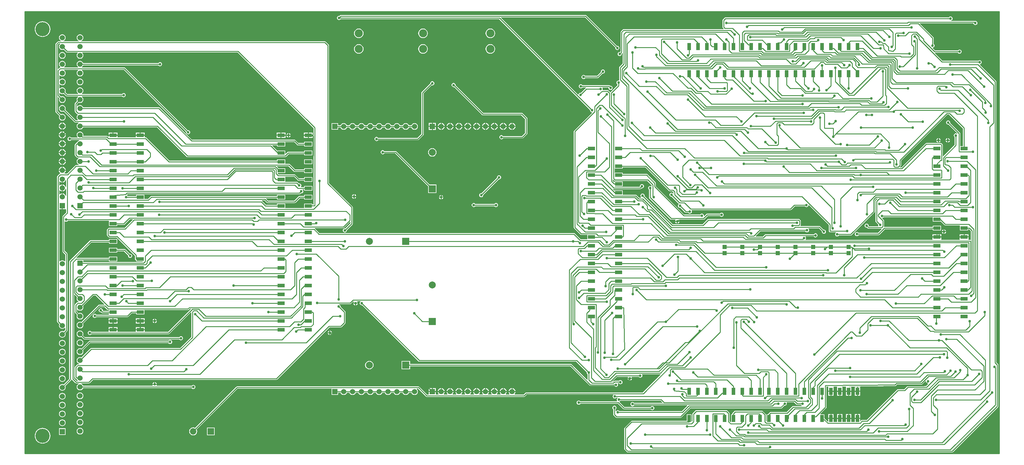
<source format=gbl>
G04 Layer_Physical_Order=2*
G04 Layer_Color=16711680*
%FSLAX25Y25*%
%MOIN*%
G70*
G01*
G75*
%ADD10R,0.05000X0.05000*%
%ADD16R,0.03937X0.07874*%
%ADD17R,0.07874X0.03937*%
%ADD22C,0.01000*%
%ADD23R,0.07874X0.07874*%
%ADD24C,0.07874*%
%ADD25R,0.07874X0.07874*%
%ADD26C,0.07284*%
%ADD27R,0.07284X0.07284*%
%ADD28C,0.16000*%
%ADD29C,0.05906*%
%ADD30R,0.05906X0.05906*%
%ADD31R,0.05906X0.05906*%
%ADD32C,0.09100*%
%ADD33C,0.03000*%
G36*
X1100000Y0D02*
X0D01*
Y500000D01*
X1100000D01*
Y0D01*
D02*
G37*
%LPC*%
G36*
X632993Y496026D02*
X356700D01*
X356193Y495925D01*
X355763Y495637D01*
X355093Y494967D01*
X354700Y495045D01*
X353803Y494867D01*
X353042Y494358D01*
X352533Y493597D01*
X352355Y492700D01*
X352533Y491803D01*
X353042Y491042D01*
X353803Y490533D01*
X354700Y490355D01*
X355597Y490533D01*
X356358Y491042D01*
X356580Y491374D01*
X535351D01*
X638133Y388593D01*
X638055Y388200D01*
X638233Y387303D01*
X638742Y386542D01*
X639503Y386033D01*
X640128Y385909D01*
X640292Y385367D01*
X620163Y365237D01*
X619875Y364807D01*
X619774Y364300D01*
Y255526D01*
X619875Y255019D01*
X620163Y254589D01*
X627089Y247663D01*
X627519Y247375D01*
X628026Y247274D01*
X634909D01*
Y242425D01*
X627649D01*
X621037Y249037D01*
X620607Y249325D01*
X620100Y249426D01*
X332549D01*
X327537Y254437D01*
X327332Y254574D01*
X327484Y255075D01*
X359800D01*
X360307Y255175D01*
X360737Y255463D01*
X367113Y261838D01*
X367575Y261647D01*
Y260549D01*
X361693Y254667D01*
X361300Y254745D01*
X360403Y254567D01*
X359642Y254058D01*
X359133Y253297D01*
X358955Y252400D01*
X359133Y251503D01*
X359642Y250742D01*
X360403Y250233D01*
X361300Y250055D01*
X362197Y250233D01*
X362958Y250742D01*
X363467Y251503D01*
X363645Y252400D01*
X363567Y252793D01*
X369837Y259063D01*
X370125Y259493D01*
X370226Y260000D01*
Y278500D01*
X370125Y279007D01*
X369837Y279437D01*
X343325Y305949D01*
Y461700D01*
X343225Y462207D01*
X342937Y462637D01*
X339737Y465837D01*
X339307Y466125D01*
X338800Y466225D01*
X63173D01*
X63140Y466725D01*
X63280Y466744D01*
X64193Y467122D01*
X64977Y467724D01*
X65578Y468507D01*
X65956Y469420D01*
X66085Y470400D01*
X65956Y471380D01*
X65578Y472293D01*
X64977Y473076D01*
X64193Y473678D01*
X63280Y474056D01*
X62300Y474185D01*
X61320Y474056D01*
X60407Y473678D01*
X59623Y473076D01*
X59022Y472293D01*
X58644Y471380D01*
X58515Y470400D01*
X58644Y469420D01*
X59022Y468507D01*
X59623Y467724D01*
X60407Y467122D01*
X61320Y466744D01*
X61460Y466725D01*
X61427Y466225D01*
X43173D01*
X43140Y466725D01*
X43280Y466744D01*
X44193Y467122D01*
X44976Y467724D01*
X45578Y468507D01*
X45956Y469420D01*
X46085Y470400D01*
X45956Y471380D01*
X45578Y472293D01*
X44976Y473076D01*
X44193Y473678D01*
X43280Y474056D01*
X42300Y474185D01*
X41320Y474056D01*
X40407Y473678D01*
X39623Y473076D01*
X39022Y472293D01*
X38644Y471380D01*
X38515Y470400D01*
X38644Y469420D01*
X39022Y468507D01*
X39623Y467724D01*
X40407Y467122D01*
X41320Y466744D01*
X41460Y466725D01*
X41427Y466225D01*
X37800D01*
X37293Y466125D01*
X36863Y465837D01*
X35063Y464037D01*
X34775Y463607D01*
X34675Y463100D01*
Y386700D01*
X34775Y386193D01*
X35063Y385763D01*
X38879Y381947D01*
X38644Y381380D01*
X38515Y380400D01*
X38644Y379420D01*
X39022Y378507D01*
X39623Y377724D01*
X40407Y377122D01*
X41320Y376744D01*
X42300Y376615D01*
X43280Y376744D01*
X44193Y377122D01*
X44976Y377724D01*
X45578Y378507D01*
X45956Y379420D01*
X46085Y380400D01*
X45956Y381380D01*
X45578Y382293D01*
X44976Y383077D01*
X44193Y383678D01*
X43280Y384056D01*
X42300Y384185D01*
X41320Y384056D01*
X40753Y383821D01*
X37326Y387249D01*
Y402847D01*
X37787Y403038D01*
X38879Y401947D01*
X38644Y401380D01*
X38515Y400400D01*
X38644Y399420D01*
X39022Y398507D01*
X39623Y397724D01*
X40407Y397122D01*
X41320Y396744D01*
X42300Y396615D01*
X43280Y396744D01*
X44193Y397122D01*
X44976Y397724D01*
X45578Y398507D01*
X45956Y399420D01*
X46085Y400400D01*
X45956Y401380D01*
X45578Y402293D01*
X44976Y403077D01*
X44193Y403678D01*
X43280Y404056D01*
X42300Y404185D01*
X41320Y404056D01*
X40753Y403821D01*
X39125Y405449D01*
Y407595D01*
X39599Y407756D01*
X39623Y407724D01*
X40407Y407122D01*
X41320Y406744D01*
X42300Y406615D01*
X43280Y406744D01*
X43847Y406979D01*
X46363Y404463D01*
X46793Y404175D01*
X47300Y404074D01*
X60103D01*
X60273Y403575D01*
X59623Y403077D01*
X59022Y402293D01*
X58644Y401380D01*
X58515Y400400D01*
X58644Y399420D01*
X58879Y398853D01*
X56763Y396737D01*
X56475Y396307D01*
X56375Y395800D01*
Y387200D01*
X56475Y386693D01*
X56763Y386263D01*
X58963Y384063D01*
X59393Y383775D01*
X59647Y383725D01*
X59772Y383190D01*
X59623Y383077D01*
X59022Y382293D01*
X58644Y381380D01*
X58515Y380400D01*
X58644Y379420D01*
X59022Y378507D01*
X59623Y377724D01*
X59882Y377525D01*
X59712Y377026D01*
X57549D01*
X45721Y388853D01*
X45956Y389420D01*
X46085Y390400D01*
X45956Y391380D01*
X45578Y392293D01*
X44976Y393076D01*
X44193Y393678D01*
X43280Y394056D01*
X42300Y394185D01*
X41320Y394056D01*
X40407Y393678D01*
X39623Y393076D01*
X39022Y392293D01*
X38644Y391380D01*
X38515Y390400D01*
X38644Y389420D01*
X39022Y388507D01*
X39623Y387723D01*
X40407Y387122D01*
X41320Y386744D01*
X42300Y386615D01*
X43280Y386744D01*
X43847Y386979D01*
X56063Y374763D01*
X56493Y374475D01*
X57000Y374375D01*
X60782D01*
X60882Y373874D01*
X60407Y373678D01*
X59623Y373077D01*
X59022Y372293D01*
X58644Y371380D01*
X58515Y370400D01*
X58644Y369420D01*
X59022Y368507D01*
X59623Y367723D01*
X60407Y367122D01*
X61320Y366744D01*
X62300Y366615D01*
X63280Y366744D01*
X64193Y367122D01*
X64977Y367723D01*
X65578Y368507D01*
X65813Y369075D01*
X149151D01*
X182631Y335594D01*
X183061Y335307D01*
X183569Y335206D01*
X293931D01*
X294439Y335307D01*
X294869Y335594D01*
X297949Y338674D01*
X315263D01*
Y337231D01*
X324737D01*
Y342769D01*
X315263D01*
Y341325D01*
X297400D01*
X296893Y341225D01*
X296463Y340937D01*
X294490Y338965D01*
X294028Y339156D01*
Y342769D01*
X284760D01*
X279316Y348213D01*
X279507Y348675D01*
X284554D01*
Y347232D01*
X294028D01*
Y352174D01*
X304151D01*
X307263Y349063D01*
X307693Y348775D01*
X308200Y348675D01*
X315263D01*
Y347232D01*
X324737D01*
Y352768D01*
X315263D01*
Y351325D01*
X308749D01*
X305637Y354437D01*
X305207Y354725D01*
X304700Y354825D01*
X188749D01*
X152237Y391337D01*
X151807Y391625D01*
X151300Y391725D01*
X65813D01*
X65578Y392293D01*
X64977Y393076D01*
X64193Y393678D01*
X63280Y394056D01*
X62300Y394185D01*
X61320Y394056D01*
X60407Y393678D01*
X59623Y393076D01*
X59499Y392914D01*
X59026Y393075D01*
Y395251D01*
X60753Y396979D01*
X61320Y396744D01*
X62300Y396615D01*
X63280Y396744D01*
X64193Y397122D01*
X64977Y397724D01*
X65578Y398507D01*
X65956Y399420D01*
X66085Y400400D01*
X65956Y401380D01*
X65578Y402293D01*
X64977Y403077D01*
X64327Y403575D01*
X64497Y404074D01*
X109619D01*
X109842Y403742D01*
X110603Y403233D01*
X111500Y403055D01*
X112397Y403233D01*
X113158Y403742D01*
X113667Y404503D01*
X113845Y405400D01*
X113667Y406297D01*
X113158Y407058D01*
X112397Y407567D01*
X111500Y407745D01*
X110603Y407567D01*
X109842Y407058D01*
X109619Y406726D01*
X64497D01*
X64327Y407226D01*
X64977Y407724D01*
X65578Y408507D01*
X65956Y409420D01*
X66085Y410400D01*
X65956Y411380D01*
X65578Y412293D01*
X64977Y413076D01*
X64193Y413678D01*
X63280Y414056D01*
X62300Y414185D01*
X61320Y414056D01*
X60407Y413678D01*
X59623Y413076D01*
X59022Y412293D01*
X58644Y411380D01*
X58515Y410400D01*
X58644Y409420D01*
X59022Y408507D01*
X59623Y407724D01*
X60273Y407226D01*
X60103Y406726D01*
X47849D01*
X45721Y408853D01*
X45956Y409420D01*
X46085Y410400D01*
X45956Y411380D01*
X45578Y412293D01*
X44976Y413076D01*
X44193Y413678D01*
X43280Y414056D01*
X42300Y414185D01*
X41320Y414056D01*
X40407Y413678D01*
X39623Y413076D01*
X39599Y413045D01*
X39125Y413205D01*
Y417595D01*
X39599Y417756D01*
X39623Y417724D01*
X40407Y417122D01*
X41320Y416744D01*
X42300Y416615D01*
X43280Y416744D01*
X44193Y417122D01*
X44976Y417724D01*
X45578Y418507D01*
X45956Y419420D01*
X46085Y420400D01*
X45956Y421380D01*
X45578Y422293D01*
X44976Y423076D01*
X44193Y423678D01*
X43280Y424056D01*
X42300Y424185D01*
X41320Y424056D01*
X40407Y423678D01*
X39623Y423076D01*
X39599Y423044D01*
X39125Y423205D01*
Y427595D01*
X39599Y427755D01*
X39623Y427724D01*
X40407Y427122D01*
X41320Y426744D01*
X42300Y426615D01*
X43280Y426744D01*
X44193Y427122D01*
X44976Y427724D01*
X45578Y428507D01*
X45956Y429420D01*
X46085Y430400D01*
X45956Y431380D01*
X45578Y432293D01*
X44976Y433076D01*
X44327Y433574D01*
X44497Y434074D01*
X60103D01*
X60273Y433574D01*
X59623Y433076D01*
X59022Y432293D01*
X58644Y431380D01*
X58515Y430400D01*
X58644Y429420D01*
X59022Y428507D01*
X59623Y427724D01*
X60407Y427122D01*
X61320Y426744D01*
X62300Y426615D01*
X63280Y426744D01*
X64193Y427122D01*
X64977Y427724D01*
X65578Y428507D01*
X65956Y429420D01*
X66085Y430400D01*
X65956Y431380D01*
X65578Y432293D01*
X64977Y433076D01*
X64327Y433574D01*
X64497Y434074D01*
X111851D01*
X182133Y363792D01*
X182055Y363400D01*
X182233Y362503D01*
X182742Y361742D01*
X183503Y361233D01*
X184400Y361055D01*
X185297Y361233D01*
X186058Y361742D01*
X186567Y362503D01*
X186745Y363400D01*
X186567Y364297D01*
X186058Y365058D01*
X185297Y365567D01*
X184400Y365745D01*
X184008Y365667D01*
X113337Y436337D01*
X112907Y436625D01*
X112400Y436726D01*
X64497D01*
X64327Y437225D01*
X64977Y437723D01*
X65578Y438507D01*
X65813Y439075D01*
X150619D01*
X150842Y438742D01*
X151603Y438233D01*
X152500Y438055D01*
X153397Y438233D01*
X154158Y438742D01*
X154667Y439503D01*
X154845Y440400D01*
X154667Y441297D01*
X154158Y442058D01*
X153397Y442567D01*
X152500Y442745D01*
X151603Y442567D01*
X150842Y442058D01*
X150619Y441725D01*
X65813D01*
X65578Y442293D01*
X64977Y443077D01*
X64193Y443678D01*
X63280Y444056D01*
X62300Y444185D01*
X61320Y444056D01*
X60407Y443678D01*
X59623Y443077D01*
X59022Y442293D01*
X58644Y441380D01*
X58515Y440400D01*
X58644Y439420D01*
X59022Y438507D01*
X59623Y437723D01*
X60273Y437225D01*
X60103Y436726D01*
X44497D01*
X44327Y437225D01*
X44976Y437723D01*
X45578Y438507D01*
X45956Y439420D01*
X46085Y440400D01*
X45956Y441380D01*
X45578Y442293D01*
X44976Y443077D01*
X44193Y443678D01*
X43280Y444056D01*
X42300Y444185D01*
X41320Y444056D01*
X40407Y443678D01*
X39623Y443077D01*
X39022Y442293D01*
X38644Y441380D01*
X38515Y440400D01*
X38644Y439420D01*
X39022Y438507D01*
X39623Y437723D01*
X40273Y437225D01*
X40103Y436726D01*
X40000D01*
X39493Y436625D01*
X39063Y436337D01*
X37787Y435062D01*
X37326Y435253D01*
Y462551D01*
X38349Y463575D01*
X39495D01*
X39656Y463101D01*
X39623Y463076D01*
X39022Y462293D01*
X38644Y461380D01*
X38515Y460400D01*
X38644Y459420D01*
X39022Y458507D01*
X39623Y457724D01*
X40407Y457122D01*
X41320Y456744D01*
X42300Y456615D01*
X43280Y456744D01*
X43847Y456979D01*
X46763Y454063D01*
X47193Y453775D01*
X47700Y453675D01*
X59625D01*
X59786Y453201D01*
X59623Y453077D01*
X59022Y452293D01*
X58644Y451380D01*
X58515Y450400D01*
X58644Y449420D01*
X59022Y448507D01*
X59623Y447723D01*
X60407Y447122D01*
X61320Y446744D01*
X62300Y446615D01*
X63280Y446744D01*
X64193Y447122D01*
X64977Y447723D01*
X65578Y448507D01*
X65956Y449420D01*
X66085Y450400D01*
X65956Y451380D01*
X65578Y452293D01*
X64977Y453077D01*
X64814Y453201D01*
X64975Y453675D01*
X240251D01*
X325974Y367951D01*
Y281655D01*
X325100Y281607D01*
X324737Y281951D01*
Y282769D01*
X315263D01*
Y277726D01*
X294028D01*
Y282769D01*
X284554D01*
Y281326D01*
X272149D01*
X267937Y285537D01*
X267507Y285825D01*
X267438Y285838D01*
X267487Y286338D01*
X270519D01*
X273063Y283794D01*
X273493Y283507D01*
X274000Y283406D01*
X304700D01*
X305207Y283507D01*
X305637Y283794D01*
X310518Y288674D01*
X315263D01*
Y287231D01*
X324737D01*
Y292769D01*
X315263D01*
Y291325D01*
X309969D01*
X309461Y291225D01*
X309031Y290937D01*
X304151Y286057D01*
X274549D01*
X272431Y288175D01*
X272639Y288674D01*
X284554D01*
Y287231D01*
X294028D01*
Y292769D01*
X284554D01*
Y291325D01*
X142969D01*
X142461Y291225D01*
X142031Y290937D01*
X138920Y287825D01*
X135028D01*
Y292769D01*
X125554D01*
Y291325D01*
X116080D01*
X115858Y291658D01*
X115368Y291986D01*
X115276Y292602D01*
X115949Y293274D01*
X310100D01*
X310607Y293375D01*
X311037Y293663D01*
X311608Y294233D01*
X312000Y294155D01*
X312897Y294333D01*
X313658Y294842D01*
X314167Y295603D01*
X314345Y296500D01*
X314167Y297397D01*
X313658Y298158D01*
X313634Y298175D01*
X313786Y298675D01*
X315263D01*
Y297232D01*
X324737D01*
Y302768D01*
X315263D01*
Y301325D01*
X311816D01*
X311581Y301825D01*
X311967Y302403D01*
X312145Y303300D01*
X311967Y304197D01*
X311458Y304958D01*
X310697Y305467D01*
X309800Y305645D01*
X309407Y305567D01*
X307937Y307037D01*
X307507Y307325D01*
X307000Y307425D01*
X294028D01*
Y312769D01*
X294484Y312875D01*
X304151D01*
X307963Y309063D01*
X308393Y308775D01*
X308900Y308675D01*
X315263D01*
Y307231D01*
X324737D01*
Y312769D01*
X315263D01*
Y311326D01*
X309449D01*
X305637Y315137D01*
X305207Y315425D01*
X304700Y315526D01*
X286549D01*
X285343Y316732D01*
X285550Y317231D01*
X294028D01*
Y322768D01*
X286506D01*
X284662Y324613D01*
X284853Y325075D01*
X297751D01*
X303763Y319063D01*
X304193Y318775D01*
X304700Y318674D01*
X315263D01*
Y317231D01*
X324737D01*
Y322768D01*
X315263D01*
Y321325D01*
X305249D01*
X299237Y327337D01*
X298807Y327625D01*
X298300Y327726D01*
X294028D01*
Y332769D01*
X284554D01*
Y331326D01*
X163249D01*
X137237Y357337D01*
X136807Y357625D01*
X136300Y357726D01*
X135228D01*
Y359500D01*
X130291D01*
X125354D01*
Y357726D01*
X104520D01*
Y359500D01*
X99583D01*
X94646D01*
Y358482D01*
X94184Y358291D01*
X93437Y359037D01*
X93007Y359325D01*
X92500Y359425D01*
X66336D01*
X66006Y359801D01*
X66085Y360400D01*
X65956Y361380D01*
X65578Y362293D01*
X64977Y363076D01*
X64193Y363678D01*
X63280Y364056D01*
X62300Y364185D01*
X61320Y364056D01*
X60407Y363678D01*
X59623Y363076D01*
X59022Y362293D01*
X58644Y361380D01*
X58515Y360400D01*
X58644Y359420D01*
X59022Y358507D01*
X59623Y357723D01*
X59655Y357699D01*
X59495Y357225D01*
X52381D01*
X52158Y357558D01*
X51397Y358067D01*
X50500Y358245D01*
X49603Y358067D01*
X48842Y357558D01*
X48333Y356797D01*
X48155Y355900D01*
X48333Y355003D01*
X48842Y354242D01*
X49603Y353733D01*
X50500Y353555D01*
X51397Y353733D01*
X52158Y354242D01*
X52381Y354574D01*
X61427D01*
X61460Y354075D01*
X61320Y354056D01*
X60407Y353678D01*
X59623Y353077D01*
X59022Y352293D01*
X58768Y351679D01*
X58493Y351625D01*
X58063Y351337D01*
X56763Y350037D01*
X56475Y349607D01*
X56375Y349100D01*
Y337800D01*
X56475Y337293D01*
X56763Y336863D01*
X58863Y334763D01*
X59293Y334475D01*
X59800Y334374D01*
X60782D01*
X60882Y333875D01*
X60407Y333678D01*
X59623Y333077D01*
X59022Y332293D01*
X58644Y331380D01*
X58515Y330400D01*
X58644Y329420D01*
X59022Y328507D01*
X59623Y327724D01*
X60407Y327122D01*
X61123Y326825D01*
X61024Y326325D01*
X57800D01*
X57293Y326225D01*
X56863Y325937D01*
X47651Y316725D01*
X44826D01*
X44656Y317226D01*
X45119Y317581D01*
X45753Y318407D01*
X46151Y319368D01*
X46221Y319900D01*
X42300D01*
X38379D01*
X38449Y319368D01*
X38847Y318407D01*
X39481Y317581D01*
X39964Y317210D01*
X39966Y317172D01*
X39821Y316690D01*
X39493Y316625D01*
X39063Y316337D01*
X36763Y314037D01*
X36475Y313607D01*
X36375Y313100D01*
Y149400D01*
X36475Y148893D01*
X36763Y148463D01*
X38879Y146347D01*
X38644Y145780D01*
X38515Y144800D01*
X38644Y143820D01*
X39022Y142907D01*
X39623Y142123D01*
X40407Y141522D01*
X41320Y141144D01*
X42300Y141015D01*
X43280Y141144D01*
X44193Y141522D01*
X44976Y142123D01*
X45101Y142286D01*
X45575Y142125D01*
Y139949D01*
X43847Y138221D01*
X43280Y138456D01*
X42300Y138585D01*
X41320Y138456D01*
X40407Y138078D01*
X39623Y137477D01*
X39022Y136693D01*
X38644Y135780D01*
X38515Y134800D01*
X38644Y133820D01*
X39022Y132907D01*
X39623Y132123D01*
X40407Y131522D01*
X41320Y131144D01*
X42300Y131015D01*
X43280Y131144D01*
X44193Y131522D01*
X44976Y132123D01*
X45578Y132907D01*
X45956Y133820D01*
X46085Y134800D01*
X45956Y135780D01*
X45721Y136347D01*
X47837Y138463D01*
X48125Y138893D01*
X48226Y139400D01*
Y225600D01*
X48125Y226107D01*
X47837Y226537D01*
X45125Y229249D01*
Y262251D01*
X45625Y262519D01*
X45903Y262333D01*
X46800Y262155D01*
X47697Y262333D01*
X48458Y262842D01*
X48680Y263175D01*
X94619D01*
X94846Y262769D01*
Y257231D01*
X104320D01*
Y258675D01*
X111700D01*
X112207Y258775D01*
X112637Y259063D01*
X118649Y265074D01*
X121747D01*
X121938Y264613D01*
X112651Y255326D01*
X95100D01*
X94593Y255225D01*
X94163Y254937D01*
X93163Y253937D01*
X92875Y253507D01*
X92774Y253000D01*
Y247000D01*
X92875Y246493D01*
X93163Y246063D01*
X94463Y244763D01*
X94893Y244475D01*
X95400Y244374D01*
X103451D01*
X124174Y223651D01*
Y220000D01*
X124275Y219493D01*
X124563Y219063D01*
X124993Y218775D01*
X125500Y218674D01*
X125554D01*
Y217231D01*
X132917D01*
X133184Y216732D01*
X133114Y216625D01*
X66053D01*
Y218674D01*
X94846D01*
Y217231D01*
X104320D01*
Y222768D01*
X94846D01*
Y221325D01*
X58402D01*
X58194Y221826D01*
X75043Y238674D01*
X94846D01*
Y237231D01*
X104320D01*
Y242769D01*
X94846D01*
Y241325D01*
X74494D01*
X73987Y241225D01*
X73557Y240937D01*
X50463Y217843D01*
X50175Y217413D01*
X50074Y216906D01*
Y84449D01*
X43847Y78221D01*
X43280Y78456D01*
X42300Y78585D01*
X41320Y78456D01*
X40407Y78078D01*
X39623Y77477D01*
X39022Y76693D01*
X38644Y75780D01*
X38515Y74800D01*
X38644Y73820D01*
X39022Y72907D01*
X39623Y72123D01*
X40407Y71522D01*
X41320Y71144D01*
X42300Y71015D01*
X43280Y71144D01*
X44193Y71522D01*
X44976Y72123D01*
X45578Y72907D01*
X45956Y73820D01*
X46085Y74800D01*
X45956Y75780D01*
X45721Y76347D01*
X52337Y82963D01*
X52625Y83393D01*
X52644Y83489D01*
X53175Y83595D01*
X53263Y83463D01*
X56963Y79763D01*
X57393Y79475D01*
X57900Y79374D01*
X61024D01*
X61123Y78874D01*
X60407Y78578D01*
X59623Y77977D01*
X59022Y77193D01*
X58644Y76280D01*
X58515Y75300D01*
X58644Y74320D01*
X59022Y73407D01*
X59623Y72623D01*
X60407Y72022D01*
X61320Y71644D01*
X62300Y71515D01*
X63280Y71644D01*
X64193Y72022D01*
X64977Y72623D01*
X65578Y73407D01*
X65813Y73975D01*
X188320D01*
X188542Y73642D01*
X189303Y73133D01*
X190200Y72955D01*
X191097Y73133D01*
X191858Y73642D01*
X192367Y74403D01*
X192545Y75300D01*
X192367Y76197D01*
X191858Y76958D01*
X191097Y77466D01*
X190200Y77645D01*
X189303Y77466D01*
X188542Y76958D01*
X188320Y76626D01*
X148918D01*
X148682Y77066D01*
X148855Y77324D01*
X148950Y77800D01*
X144051D01*
X144145Y77324D01*
X144317Y77066D01*
X144082Y76626D01*
X65813D01*
X65578Y77193D01*
X64977Y77977D01*
X64193Y78578D01*
X63477Y78874D01*
X63576Y79374D01*
X72400D01*
X72907Y79475D01*
X73337Y79763D01*
X76949Y83375D01*
X284100D01*
X284607Y83475D01*
X285037Y83763D01*
X343949Y142675D01*
X356600D01*
X357107Y142775D01*
X357537Y143063D01*
X361537Y147063D01*
X361825Y147493D01*
X361926Y148000D01*
Y159900D01*
X361825Y160407D01*
X361537Y160837D01*
X356567Y165807D01*
X356645Y166200D01*
X356467Y167097D01*
X355958Y167858D01*
X355197Y168367D01*
X354655Y168474D01*
X354704Y168974D01*
X367283D01*
X367791Y169075D01*
X368221Y169363D01*
X371049Y172191D01*
X371169Y172161D01*
X371389Y171590D01*
X371045Y171075D01*
X370951Y170600D01*
X375850D01*
X375755Y171075D01*
X375202Y171902D01*
X375152Y171936D01*
X375297Y172415D01*
X378974D01*
X379126Y171915D01*
X378742Y171658D01*
X378233Y170897D01*
X378055Y170000D01*
X378233Y169103D01*
X378742Y168342D01*
X379503Y167833D01*
X380400Y167655D01*
X380792Y167733D01*
X444263Y104263D01*
X444693Y103975D01*
X445200Y103875D01*
X622451D01*
X634333Y91992D01*
X634255Y91600D01*
X634433Y90703D01*
X634942Y89942D01*
X635275Y89719D01*
Y83572D01*
X634774Y83365D01*
X617202Y100937D01*
X616772Y101225D01*
X616265Y101326D01*
X434828D01*
Y104737D01*
X425354D01*
Y95263D01*
X434828D01*
Y98674D01*
X615716D01*
X637528Y76863D01*
X637958Y76575D01*
X638465Y76474D01*
X665520D01*
X665742Y76142D01*
X666503Y75634D01*
X667400Y75455D01*
X668297Y75634D01*
X669058Y76142D01*
X669567Y76903D01*
X669745Y77800D01*
X669567Y78697D01*
X669315Y79075D01*
X669582Y79575D01*
X670386D01*
X670742Y79042D01*
X671503Y78534D01*
X672400Y78355D01*
X673297Y78534D01*
X674058Y79042D01*
X674567Y79803D01*
X674745Y80700D01*
X674567Y81597D01*
X674058Y82358D01*
X673297Y82867D01*
X672400Y83045D01*
X671503Y82867D01*
X670742Y82358D01*
X670653Y82226D01*
X665650D01*
X665143Y82125D01*
X664713Y81837D01*
X663915Y81040D01*
X663491Y81082D01*
X663310Y81536D01*
X668449Y86674D01*
X680582D01*
X680818Y86234D01*
X680645Y85975D01*
X680550Y85500D01*
X685450D01*
X685355Y85975D01*
X685183Y86234D01*
X685418Y86674D01*
X692919D01*
X693142Y86342D01*
X693903Y85834D01*
X694800Y85655D01*
X695697Y85834D01*
X696458Y86342D01*
X696967Y87103D01*
X697145Y88000D01*
X696967Y88897D01*
X696781Y89174D01*
X697049Y89675D01*
X717493D01*
X717660Y89417D01*
X717713Y89187D01*
X697651Y69125D01*
X566000D01*
X565493Y69025D01*
X565063Y68737D01*
X563051Y66725D01*
X552974D01*
X552926Y66867D01*
X552853Y67225D01*
X553453Y68007D01*
X553851Y68968D01*
X553921Y69500D01*
X546079D01*
X546149Y68968D01*
X546547Y68007D01*
X547147Y67225D01*
X547074Y66867D01*
X547026Y66725D01*
X542974D01*
X542926Y66867D01*
X542853Y67225D01*
X543453Y68007D01*
X543851Y68968D01*
X543921Y69500D01*
X536079D01*
X536149Y68968D01*
X536547Y68007D01*
X537147Y67225D01*
X537074Y66867D01*
X537026Y66725D01*
X532974D01*
X532926Y66867D01*
X532853Y67225D01*
X533453Y68007D01*
X533851Y68968D01*
X533921Y69500D01*
X526079D01*
X526149Y68968D01*
X526547Y68007D01*
X527147Y67225D01*
X527074Y66867D01*
X527026Y66725D01*
X522974D01*
X522926Y66867D01*
X522853Y67225D01*
X523453Y68007D01*
X523851Y68968D01*
X523921Y69500D01*
X516079D01*
X516149Y68968D01*
X516547Y68007D01*
X517147Y67225D01*
X517074Y66867D01*
X517026Y66725D01*
X512974D01*
X512926Y66867D01*
X512853Y67225D01*
X513453Y68007D01*
X513851Y68968D01*
X513921Y69500D01*
X506079D01*
X506149Y68968D01*
X506547Y68007D01*
X507147Y67225D01*
X507074Y66867D01*
X507026Y66725D01*
X502974D01*
X502926Y66867D01*
X502853Y67225D01*
X503453Y68007D01*
X503851Y68968D01*
X503921Y69500D01*
X496079D01*
X496149Y68968D01*
X496547Y68007D01*
X497147Y67225D01*
X497074Y66867D01*
X497026Y66725D01*
X492974D01*
X492926Y66867D01*
X492853Y67225D01*
X493453Y68007D01*
X493851Y68968D01*
X493921Y69500D01*
X486079D01*
X486149Y68968D01*
X486547Y68007D01*
X487147Y67225D01*
X487074Y66867D01*
X487026Y66725D01*
X482974D01*
X482926Y66867D01*
X482853Y67225D01*
X483453Y68007D01*
X483851Y68968D01*
X483921Y69500D01*
X476079D01*
X476149Y68968D01*
X476547Y68007D01*
X477147Y67225D01*
X477074Y66867D01*
X477026Y66725D01*
X472974D01*
X472926Y66867D01*
X472853Y67225D01*
X473453Y68007D01*
X473851Y68968D01*
X473921Y69500D01*
X466079D01*
X466149Y68968D01*
X466547Y68007D01*
X467147Y67225D01*
X467074Y66867D01*
X467026Y66725D01*
X463953D01*
Y69500D01*
X456047D01*
Y66725D01*
X454149D01*
X445437Y75437D01*
X445007Y75725D01*
X444500Y75826D01*
X239500D01*
X238993Y75725D01*
X238563Y75437D01*
X192074Y28949D01*
X191159Y29327D01*
X190000Y29480D01*
X188840Y29327D01*
X187760Y28880D01*
X186832Y28168D01*
X186120Y27240D01*
X185673Y26160D01*
X185520Y25000D01*
X185673Y23841D01*
X186120Y22760D01*
X186832Y21832D01*
X187760Y21120D01*
X188840Y20673D01*
X190000Y20520D01*
X191159Y20673D01*
X192240Y21120D01*
X193168Y21832D01*
X193880Y22760D01*
X194327Y23841D01*
X194480Y25000D01*
X194327Y26160D01*
X193949Y27074D01*
X240049Y73175D01*
X346247D01*
Y66247D01*
X353753D01*
Y68674D01*
X356487D01*
X356722Y68107D01*
X357324Y67323D01*
X358107Y66722D01*
X359020Y66344D01*
X360000Y66215D01*
X360980Y66344D01*
X361893Y66722D01*
X362677Y67323D01*
X363278Y68107D01*
X363513Y68674D01*
X366487D01*
X366722Y68107D01*
X367323Y67323D01*
X368107Y66722D01*
X369020Y66344D01*
X370000Y66215D01*
X370980Y66344D01*
X371893Y66722D01*
X372676Y67323D01*
X373278Y68107D01*
X373513Y68674D01*
X376487D01*
X376722Y68107D01*
X377324Y67323D01*
X378107Y66722D01*
X379020Y66344D01*
X380000Y66215D01*
X380980Y66344D01*
X381893Y66722D01*
X382677Y67323D01*
X383278Y68107D01*
X383513Y68674D01*
X386487D01*
X386722Y68107D01*
X387323Y67323D01*
X388107Y66722D01*
X389020Y66344D01*
X390000Y66215D01*
X390980Y66344D01*
X391893Y66722D01*
X392676Y67323D01*
X393278Y68107D01*
X393513Y68674D01*
X396487D01*
X396722Y68107D01*
X397323Y67323D01*
X398107Y66722D01*
X399020Y66344D01*
X400000Y66215D01*
X400980Y66344D01*
X401893Y66722D01*
X402676Y67323D01*
X403278Y68107D01*
X403513Y68674D01*
X406487D01*
X406722Y68107D01*
X407324Y67323D01*
X408107Y66722D01*
X409020Y66344D01*
X410000Y66215D01*
X410980Y66344D01*
X411893Y66722D01*
X412676Y67323D01*
X413278Y68107D01*
X413513Y68674D01*
X416487D01*
X416722Y68107D01*
X417323Y67323D01*
X418107Y66722D01*
X419020Y66344D01*
X420000Y66215D01*
X420980Y66344D01*
X421893Y66722D01*
X422677Y67323D01*
X423278Y68107D01*
X423513Y68674D01*
X426487D01*
X426722Y68107D01*
X427323Y67323D01*
X428107Y66722D01*
X429020Y66344D01*
X430000Y66215D01*
X430980Y66344D01*
X431893Y66722D01*
X432677Y67323D01*
X433278Y68107D01*
X433513Y68674D01*
X436487D01*
X436722Y68107D01*
X437324Y67323D01*
X438107Y66722D01*
X439020Y66344D01*
X440000Y66215D01*
X440980Y66344D01*
X441893Y66722D01*
X442676Y67323D01*
X443278Y68107D01*
X443656Y69020D01*
X443785Y70000D01*
X443656Y70980D01*
X443278Y71893D01*
X442676Y72676D01*
X442645Y72701D01*
X442805Y73175D01*
X443951D01*
X452663Y64463D01*
X453093Y64175D01*
X453600Y64074D01*
X563600D01*
X564107Y64175D01*
X564537Y64463D01*
X566549Y66474D01*
X663885D01*
X664152Y65974D01*
X663833Y65497D01*
X663655Y64600D01*
X663833Y63703D01*
X664342Y62942D01*
X665103Y62433D01*
X666000Y62255D01*
X666897Y62433D01*
X667658Y62942D01*
X667880Y63275D01*
X668888D01*
X669039Y62774D01*
X668842Y62642D01*
X668333Y61882D01*
X668155Y60984D01*
X668333Y60087D01*
X668775Y59425D01*
X668610Y58925D01*
X627180D01*
X626958Y59258D01*
X626197Y59767D01*
X625300Y59945D01*
X624403Y59767D01*
X623642Y59258D01*
X623133Y58497D01*
X622955Y57600D01*
X623133Y56703D01*
X623642Y55942D01*
X624403Y55433D01*
X625300Y55255D01*
X626197Y55433D01*
X626958Y55942D01*
X627180Y56274D01*
X669551D01*
X675363Y50463D01*
X675793Y50175D01*
X676300Y50074D01*
X706520D01*
X706742Y49742D01*
X707503Y49233D01*
X708400Y49055D01*
X709297Y49233D01*
X710058Y49742D01*
X710567Y50503D01*
X710745Y51400D01*
X710567Y52297D01*
X710058Y53058D01*
X709297Y53566D01*
X708400Y53745D01*
X707503Y53566D01*
X706742Y53058D01*
X706520Y52725D01*
X676849D01*
X671288Y58286D01*
X671389Y58777D01*
X671437Y58844D01*
X672158Y59326D01*
X672380Y59659D01*
X717752D01*
X719806Y57605D01*
X719615Y57143D01*
X687881D01*
X687658Y57475D01*
X686897Y57984D01*
X686000Y58162D01*
X685103Y57984D01*
X684342Y57475D01*
X683833Y56715D01*
X683655Y55817D01*
X683833Y54920D01*
X684342Y54159D01*
X685103Y53651D01*
X686000Y53472D01*
X686897Y53651D01*
X687658Y54159D01*
X687881Y54492D01*
X747706D01*
X747897Y54030D01*
X741793Y47925D01*
X671333D01*
X671111Y48258D01*
X670350Y48767D01*
X669452Y48945D01*
X668555Y48767D01*
X667794Y48258D01*
X667425Y47706D01*
X666925Y47858D01*
Y49920D01*
X667258Y50142D01*
X667767Y50903D01*
X667945Y51800D01*
X667767Y52697D01*
X667258Y53458D01*
X666497Y53966D01*
X665600Y54145D01*
X664703Y53966D01*
X663942Y53458D01*
X663433Y52697D01*
X663255Y51800D01*
X663433Y50903D01*
X663942Y50142D01*
X664275Y49920D01*
Y44100D01*
X664375Y43593D01*
X664663Y43163D01*
X667063Y40763D01*
X667493Y40475D01*
X668000Y40374D01*
X740400D01*
X740907Y40475D01*
X741337Y40763D01*
X751449Y50875D01*
X853700D01*
X854207Y50975D01*
X854637Y51263D01*
X857508Y54133D01*
X857900Y54055D01*
X858797Y54233D01*
X859558Y54742D01*
X860067Y55503D01*
X860245Y56400D01*
X860067Y57297D01*
X859881Y57574D01*
X860149Y58074D01*
X868351D01*
X871063Y55363D01*
X871493Y55075D01*
X872000Y54975D01*
X876120D01*
X876342Y54642D01*
X876965Y54225D01*
X876813Y53725D01*
X867400D01*
X866893Y53625D01*
X866463Y53337D01*
X860251Y47126D01*
X842000D01*
X841493Y47025D01*
X841063Y46737D01*
X839063Y44737D01*
X838826Y44383D01*
X837232D01*
Y36802D01*
X836732Y36555D01*
X836526Y36714D01*
Y44000D01*
X836425Y44507D01*
X836137Y44937D01*
X833137Y47937D01*
X832707Y48225D01*
X832200Y48325D01*
X802000D01*
X801493Y48225D01*
X801063Y47937D01*
X799063Y45937D01*
X798775Y45507D01*
X798674Y45000D01*
Y44383D01*
X797231D01*
Y35696D01*
X796770Y35505D01*
X795725Y36549D01*
Y45200D01*
X795625Y45707D01*
X795337Y46137D01*
X792937Y48537D01*
X792507Y48825D01*
X792000Y48926D01*
X758000D01*
X757493Y48825D01*
X757063Y48537D01*
X754063Y45537D01*
X753775Y45107D01*
X753675Y44600D01*
Y36549D01*
X753230Y36105D01*
X752769Y36296D01*
Y44383D01*
X747231D01*
Y36825D01*
X685100D01*
X684593Y36725D01*
X684163Y36437D01*
X677163Y29437D01*
X676875Y29007D01*
X676775Y28500D01*
Y5097D01*
X676875Y4590D01*
X677163Y4160D01*
X679660Y1663D01*
X680090Y1375D01*
X680597Y1275D01*
X1046900D01*
X1047407Y1375D01*
X1047837Y1663D01*
X1098637Y52463D01*
X1098925Y52893D01*
X1099026Y53400D01*
Y100443D01*
X1098925Y100950D01*
X1098637Y101380D01*
X1096725Y103292D01*
Y420600D01*
X1096625Y421107D01*
X1096337Y421537D01*
X1078175Y439700D01*
X1078339Y440242D01*
X1078797Y440333D01*
X1079558Y440842D01*
X1080066Y441603D01*
X1080245Y442500D01*
X1080066Y443397D01*
X1079558Y444158D01*
X1078797Y444667D01*
X1077900Y444845D01*
X1077003Y444667D01*
X1076342Y444226D01*
X1036013D01*
X1027426Y452813D01*
X1027617Y453274D01*
X1053326D01*
X1053548Y452942D01*
X1054309Y452433D01*
X1055207Y452255D01*
X1056104Y452433D01*
X1056865Y452942D01*
X1057373Y453703D01*
X1057552Y454600D01*
X1057373Y455497D01*
X1056865Y456258D01*
X1056104Y456767D01*
X1055207Y456945D01*
X1054309Y456767D01*
X1053548Y456258D01*
X1053326Y455926D01*
X1027449D01*
X1024817Y458557D01*
X1024982Y459100D01*
X1025597Y459222D01*
X1026358Y459730D01*
X1026867Y460491D01*
X1027045Y461389D01*
X1026867Y462286D01*
X1026358Y463047D01*
X1026025Y463269D01*
Y469940D01*
X1025925Y470448D01*
X1025637Y470878D01*
X1010358Y486157D01*
X1010550Y486619D01*
X1070731D01*
X1070833Y486103D01*
X1071342Y485342D01*
X1072103Y484833D01*
X1073000Y484655D01*
X1073897Y484833D01*
X1074658Y485342D01*
X1075167Y486103D01*
X1075345Y487000D01*
X1075167Y487897D01*
X1074658Y488658D01*
X1073897Y489167D01*
X1073000Y489345D01*
X1072338Y489213D01*
X1072056Y489269D01*
X1045725D01*
X1045676Y489770D01*
X1045997Y489833D01*
X1046758Y490342D01*
X1047266Y491103D01*
X1047445Y492000D01*
X1047266Y492897D01*
X1046758Y493658D01*
X1045997Y494167D01*
X1045100Y494345D01*
X1044203Y494167D01*
X1043442Y493658D01*
X1043219Y493326D01*
X791000D01*
X790493Y493225D01*
X790063Y492937D01*
X787963Y490837D01*
X787675Y490407D01*
X787574Y489900D01*
Y482400D01*
X787675Y481893D01*
X787963Y481463D01*
X788938Y480487D01*
X788747Y480025D01*
X676000D01*
X675493Y479925D01*
X675063Y479637D01*
X672863Y477437D01*
X672575Y477007D01*
X672474Y476500D01*
Y454749D01*
X671892Y454167D01*
X671500Y454245D01*
X670603Y454067D01*
X669842Y453558D01*
X669333Y452797D01*
X669155Y451900D01*
X669333Y451003D01*
X669842Y450242D01*
X670603Y449733D01*
X671500Y449555D01*
X672397Y449733D01*
X673158Y450242D01*
X673667Y451003D01*
X673845Y451900D01*
X673767Y452292D01*
X674474Y453000D01*
X674974Y452793D01*
Y441249D01*
X671363Y437637D01*
X671075Y437207D01*
X670974Y436700D01*
Y422700D01*
X671053Y422305D01*
X670836Y421990D01*
X670692Y421867D01*
X670300Y421945D01*
X669403Y421767D01*
X668642Y421258D01*
X668133Y420497D01*
X667955Y419600D01*
X668133Y418703D01*
X668642Y417942D01*
X668974Y417720D01*
Y416549D01*
X661000Y408574D01*
X658937Y410637D01*
X658507Y410925D01*
X658000Y411025D01*
X652492D01*
X652291Y411401D01*
X652275Y411525D01*
X652445Y412380D01*
X652267Y413277D01*
X652081Y413554D01*
X652349Y414054D01*
X658526D01*
X658937Y413563D01*
X658937Y413561D01*
X659115Y412664D01*
X659624Y411903D01*
X660384Y411395D01*
X661282Y411216D01*
X662179Y411395D01*
X662940Y411903D01*
X663448Y412664D01*
X663627Y413561D01*
X663448Y414459D01*
X662940Y415220D01*
X662179Y415728D01*
X661282Y415906D01*
X660889Y415828D01*
X660401Y416317D01*
X659971Y416604D01*
X659464Y416705D01*
X629656D01*
X629433Y417038D01*
X628673Y417546D01*
X627775Y417725D01*
X626878Y417546D01*
X626117Y417038D01*
X625609Y416277D01*
X625430Y415380D01*
X625609Y414482D01*
X626117Y413721D01*
X626878Y413213D01*
X627775Y413034D01*
X628673Y413213D01*
X629433Y413721D01*
X629656Y414054D01*
X633310D01*
X633373Y413873D01*
X633393Y413554D01*
X633038Y413317D01*
X627688Y407967D01*
X627296Y408045D01*
X626398Y407867D01*
X625637Y407358D01*
X625129Y406597D01*
X625039Y406143D01*
X624496Y405978D01*
X537562Y492913D01*
X537753Y493374D01*
X632444D01*
X666626Y459193D01*
X666548Y458800D01*
X666727Y457903D01*
X667235Y457142D01*
X667996Y456633D01*
X668893Y456455D01*
X669791Y456633D01*
X670552Y457142D01*
X671060Y457903D01*
X671239Y458800D01*
X671060Y459697D01*
X670552Y460458D01*
X669791Y460967D01*
X668893Y461145D01*
X668501Y461067D01*
X633931Y495637D01*
X633501Y495925D01*
X632993Y496026D01*
D02*
G37*
G36*
X20000Y488843D02*
X18275Y488673D01*
X16616Y488169D01*
X15087Y487352D01*
X13747Y486253D01*
X12648Y484913D01*
X11830Y483384D01*
X11327Y481725D01*
X11157Y480000D01*
X11327Y478275D01*
X11830Y476616D01*
X12648Y475087D01*
X13747Y473747D01*
X15087Y472648D01*
X16616Y471831D01*
X18275Y471327D01*
X20000Y471157D01*
X21725Y471327D01*
X23384Y471831D01*
X24913Y472648D01*
X26253Y473747D01*
X27352Y475087D01*
X28170Y476616D01*
X28673Y478275D01*
X28843Y480000D01*
X28673Y481725D01*
X28170Y483384D01*
X27352Y484913D01*
X26253Y486253D01*
X24913Y487352D01*
X23384Y488169D01*
X21725Y488673D01*
X20000Y488843D01*
D02*
G37*
G36*
X525483Y480711D02*
X524087Y480527D01*
X522785Y479988D01*
X521668Y479131D01*
X520810Y478013D01*
X520271Y476712D01*
X520087Y475315D01*
X520271Y473918D01*
X520810Y472617D01*
X521668Y471499D01*
X522785Y470642D01*
X524087Y470103D01*
X525483Y469919D01*
X526880Y470103D01*
X528182Y470642D01*
X529299Y471499D01*
X530157Y472617D01*
X530696Y473918D01*
X530880Y475315D01*
X530696Y476712D01*
X530157Y478013D01*
X529299Y479131D01*
X528182Y479988D01*
X526880Y480527D01*
X525483Y480711D01*
D02*
G37*
G36*
X449483D02*
X448087Y480527D01*
X446785Y479988D01*
X445668Y479131D01*
X444810Y478013D01*
X444271Y476712D01*
X444087Y475315D01*
X444271Y473918D01*
X444810Y472617D01*
X445668Y471499D01*
X446785Y470642D01*
X448087Y470103D01*
X449483Y469919D01*
X450880Y470103D01*
X452181Y470642D01*
X453299Y471499D01*
X454157Y472617D01*
X454696Y473918D01*
X454880Y475315D01*
X454696Y476712D01*
X454157Y478013D01*
X453299Y479131D01*
X452181Y479988D01*
X450880Y480527D01*
X449483Y480711D01*
D02*
G37*
G36*
X376983D02*
X375587Y480527D01*
X374285Y479988D01*
X373168Y479131D01*
X372310Y478013D01*
X371771Y476712D01*
X371587Y475315D01*
X371771Y473918D01*
X372310Y472617D01*
X373168Y471499D01*
X374285Y470642D01*
X375587Y470103D01*
X376983Y469919D01*
X378380Y470103D01*
X379681Y470642D01*
X380799Y471499D01*
X381657Y472617D01*
X382196Y473918D01*
X382380Y475315D01*
X382196Y476712D01*
X381657Y478013D01*
X380799Y479131D01*
X379681Y479988D01*
X378380Y480527D01*
X376983Y480711D01*
D02*
G37*
G36*
X525483Y462995D02*
X524087Y462811D01*
X522785Y462272D01*
X521668Y461414D01*
X520810Y460296D01*
X520271Y458995D01*
X520087Y457598D01*
X520271Y456202D01*
X520810Y454900D01*
X521668Y453783D01*
X522785Y452925D01*
X524087Y452386D01*
X525483Y452202D01*
X526880Y452386D01*
X528182Y452925D01*
X529299Y453783D01*
X530157Y454900D01*
X530696Y456202D01*
X530880Y457598D01*
X530696Y458995D01*
X530157Y460296D01*
X529299Y461414D01*
X528182Y462272D01*
X526880Y462811D01*
X525483Y462995D01*
D02*
G37*
G36*
X449483D02*
X448087Y462811D01*
X446785Y462272D01*
X445668Y461414D01*
X444810Y460296D01*
X444271Y458995D01*
X444087Y457598D01*
X444271Y456202D01*
X444810Y454900D01*
X445668Y453783D01*
X446785Y452925D01*
X448087Y452386D01*
X449483Y452202D01*
X450880Y452386D01*
X452181Y452925D01*
X453299Y453783D01*
X454157Y454900D01*
X454696Y456202D01*
X454880Y457598D01*
X454696Y458995D01*
X454157Y460296D01*
X453299Y461414D01*
X452181Y462272D01*
X450880Y462811D01*
X449483Y462995D01*
D02*
G37*
G36*
X376983D02*
X375587Y462811D01*
X374285Y462272D01*
X373168Y461414D01*
X372310Y460296D01*
X371771Y458995D01*
X371587Y457598D01*
X371771Y456202D01*
X372310Y454900D01*
X373168Y453783D01*
X374285Y452925D01*
X375587Y452386D01*
X376983Y452202D01*
X378380Y452386D01*
X379681Y452925D01*
X380799Y453783D01*
X381657Y454900D01*
X382196Y456202D01*
X382380Y457598D01*
X382196Y458995D01*
X381657Y460296D01*
X380799Y461414D01*
X379681Y462272D01*
X378380Y462811D01*
X376983Y462995D01*
D02*
G37*
G36*
X42300Y454185D02*
X41320Y454056D01*
X40407Y453678D01*
X39623Y453077D01*
X39022Y452293D01*
X38644Y451380D01*
X38515Y450400D01*
X38644Y449420D01*
X39022Y448507D01*
X39623Y447723D01*
X40407Y447122D01*
X41320Y446744D01*
X42300Y446615D01*
X43280Y446744D01*
X44193Y447122D01*
X44976Y447723D01*
X45578Y448507D01*
X45956Y449420D01*
X46085Y450400D01*
X45956Y451380D01*
X45578Y452293D01*
X44976Y453077D01*
X44193Y453678D01*
X43280Y454056D01*
X42300Y454185D01*
D02*
G37*
G36*
X652500Y434345D02*
X651603Y434167D01*
X650842Y433658D01*
X650333Y432897D01*
X650155Y432000D01*
X650233Y431607D01*
X645851Y427225D01*
X632681D01*
X632458Y427558D01*
X631697Y428067D01*
X630800Y428245D01*
X629903Y428067D01*
X629142Y427558D01*
X628633Y426797D01*
X628455Y425900D01*
X628633Y425003D01*
X629142Y424242D01*
X629903Y423733D01*
X630800Y423555D01*
X631697Y423733D01*
X632458Y424242D01*
X632681Y424575D01*
X646400D01*
X646907Y424675D01*
X647337Y424963D01*
X652107Y429733D01*
X652500Y429655D01*
X653397Y429833D01*
X654158Y430342D01*
X654667Y431103D01*
X654845Y432000D01*
X654667Y432897D01*
X654158Y433658D01*
X653397Y434167D01*
X652500Y434345D01*
D02*
G37*
G36*
X62300Y424185D02*
X61320Y424056D01*
X60407Y423678D01*
X59623Y423076D01*
X59022Y422293D01*
X58644Y421380D01*
X58515Y420400D01*
X58644Y419420D01*
X59022Y418507D01*
X59623Y417724D01*
X60407Y417122D01*
X61320Y416744D01*
X62300Y416615D01*
X63280Y416744D01*
X64193Y417122D01*
X64977Y417724D01*
X65578Y418507D01*
X65956Y419420D01*
X66085Y420400D01*
X65956Y421380D01*
X65578Y422293D01*
X64977Y423076D01*
X64193Y423678D01*
X63280Y424056D01*
X62300Y424185D01*
D02*
G37*
G36*
X460100Y421145D02*
X459203Y420967D01*
X458442Y420458D01*
X457933Y419697D01*
X457755Y418800D01*
X457783Y418658D01*
X448063Y408937D01*
X447775Y408507D01*
X447675Y408000D01*
Y361549D01*
X443251Y357125D01*
X398980D01*
X398758Y357458D01*
X397997Y357967D01*
X397100Y358145D01*
X396203Y357967D01*
X395442Y357458D01*
X394933Y356697D01*
X394755Y355800D01*
X394933Y354903D01*
X395442Y354142D01*
X396203Y353633D01*
X397100Y353455D01*
X397997Y353633D01*
X398758Y354142D01*
X398980Y354474D01*
X443800D01*
X444307Y354575D01*
X444737Y354863D01*
X449937Y360063D01*
X450225Y360493D01*
X450325Y361000D01*
Y407451D01*
X459457Y416583D01*
X460100Y416455D01*
X460997Y416633D01*
X461758Y417142D01*
X462267Y417903D01*
X462445Y418800D01*
X462267Y419697D01*
X461758Y420458D01*
X460997Y420967D01*
X460100Y421145D01*
D02*
G37*
G36*
X440000Y373785D02*
X439020Y373656D01*
X438107Y373278D01*
X437324Y372676D01*
X436722Y371893D01*
X436487Y371325D01*
X433513D01*
X433278Y371893D01*
X432677Y372676D01*
X431893Y373278D01*
X430980Y373656D01*
X430000Y373785D01*
X429020Y373656D01*
X428107Y373278D01*
X427323Y372676D01*
X426722Y371893D01*
X426487Y371325D01*
X423513D01*
X423278Y371893D01*
X422677Y372676D01*
X421893Y373278D01*
X420980Y373656D01*
X420000Y373785D01*
X419020Y373656D01*
X418107Y373278D01*
X417323Y372676D01*
X416722Y371893D01*
X416487Y371325D01*
X413513D01*
X413278Y371893D01*
X412676Y372676D01*
X411893Y373278D01*
X410980Y373656D01*
X410000Y373785D01*
X409020Y373656D01*
X408107Y373278D01*
X407324Y372676D01*
X406722Y371893D01*
X406487Y371325D01*
X403513D01*
X403278Y371893D01*
X402676Y372676D01*
X401893Y373278D01*
X400980Y373656D01*
X400000Y373785D01*
X399020Y373656D01*
X398107Y373278D01*
X397323Y372676D01*
X396722Y371893D01*
X396487Y371325D01*
X393513D01*
X393278Y371893D01*
X392676Y372676D01*
X391893Y373278D01*
X390980Y373656D01*
X390000Y373785D01*
X389020Y373656D01*
X388107Y373278D01*
X387323Y372676D01*
X386722Y371893D01*
X386487Y371325D01*
X383513D01*
X383278Y371893D01*
X382677Y372676D01*
X381893Y373278D01*
X380980Y373656D01*
X380000Y373785D01*
X379020Y373656D01*
X378107Y373278D01*
X377324Y372676D01*
X376722Y371893D01*
X376487Y371325D01*
X373513D01*
X373278Y371893D01*
X372676Y372676D01*
X371893Y373278D01*
X370980Y373656D01*
X370000Y373785D01*
X369020Y373656D01*
X368107Y373278D01*
X367323Y372676D01*
X366722Y371893D01*
X366487Y371325D01*
X363513D01*
X363278Y371893D01*
X362677Y372676D01*
X361893Y373278D01*
X360980Y373656D01*
X360000Y373785D01*
X359020Y373656D01*
X358107Y373278D01*
X357324Y372676D01*
X356722Y371893D01*
X356487Y371325D01*
X353753D01*
Y373753D01*
X346247D01*
Y366247D01*
X353753D01*
Y368674D01*
X356487D01*
X356722Y368107D01*
X357324Y367323D01*
X358107Y366722D01*
X359020Y366344D01*
X360000Y366215D01*
X360980Y366344D01*
X361893Y366722D01*
X362677Y367323D01*
X363278Y368107D01*
X363513Y368674D01*
X366487D01*
X366722Y368107D01*
X367323Y367323D01*
X368107Y366722D01*
X369020Y366344D01*
X370000Y366215D01*
X370980Y366344D01*
X371893Y366722D01*
X372676Y367323D01*
X373278Y368107D01*
X373513Y368674D01*
X376487D01*
X376722Y368107D01*
X377324Y367323D01*
X378107Y366722D01*
X379020Y366344D01*
X380000Y366215D01*
X380980Y366344D01*
X381893Y366722D01*
X382677Y367323D01*
X383278Y368107D01*
X383513Y368674D01*
X386487D01*
X386722Y368107D01*
X387323Y367323D01*
X388107Y366722D01*
X389020Y366344D01*
X390000Y366215D01*
X390980Y366344D01*
X391893Y366722D01*
X392676Y367323D01*
X393278Y368107D01*
X393513Y368674D01*
X396487D01*
X396722Y368107D01*
X397323Y367323D01*
X398107Y366722D01*
X399020Y366344D01*
X400000Y366215D01*
X400980Y366344D01*
X401893Y366722D01*
X402676Y367323D01*
X403278Y368107D01*
X403513Y368674D01*
X406487D01*
X406722Y368107D01*
X407324Y367323D01*
X408107Y366722D01*
X409020Y366344D01*
X410000Y366215D01*
X410980Y366344D01*
X411893Y366722D01*
X412676Y367323D01*
X413278Y368107D01*
X413513Y368674D01*
X416487D01*
X416722Y368107D01*
X417323Y367323D01*
X418107Y366722D01*
X419020Y366344D01*
X420000Y366215D01*
X420980Y366344D01*
X421893Y366722D01*
X422677Y367323D01*
X423278Y368107D01*
X423513Y368674D01*
X426487D01*
X426722Y368107D01*
X427323Y367323D01*
X428107Y366722D01*
X429020Y366344D01*
X430000Y366215D01*
X430980Y366344D01*
X431893Y366722D01*
X432677Y367323D01*
X433278Y368107D01*
X433513Y368674D01*
X436487D01*
X436722Y368107D01*
X437324Y367323D01*
X438107Y366722D01*
X439020Y366344D01*
X440000Y366215D01*
X440980Y366344D01*
X441893Y366722D01*
X442676Y367323D01*
X443278Y368107D01*
X443656Y369020D01*
X443785Y370000D01*
X443656Y370980D01*
X443278Y371893D01*
X442676Y372676D01*
X441893Y373278D01*
X440980Y373656D01*
X440000Y373785D01*
D02*
G37*
G36*
X42800Y374321D02*
Y370900D01*
X46221D01*
X46151Y371432D01*
X45753Y372393D01*
X45119Y373219D01*
X44293Y373853D01*
X43332Y374251D01*
X42800Y374321D01*
D02*
G37*
G36*
X41800D02*
X41268Y374251D01*
X40307Y373853D01*
X39481Y373219D01*
X38847Y372393D01*
X38449Y371432D01*
X38379Y370900D01*
X41800D01*
Y374321D01*
D02*
G37*
G36*
X550500Y373921D02*
Y370500D01*
X553921D01*
X553851Y371032D01*
X553453Y371993D01*
X552819Y372819D01*
X551993Y373453D01*
X551032Y373851D01*
X550500Y373921D01*
D02*
G37*
G36*
X549500D02*
X548968Y373851D01*
X548007Y373453D01*
X547181Y372819D01*
X546547Y371993D01*
X546149Y371032D01*
X546079Y370500D01*
X549500D01*
Y373921D01*
D02*
G37*
G36*
X540500D02*
Y370500D01*
X543921D01*
X543851Y371032D01*
X543453Y371993D01*
X542819Y372819D01*
X541993Y373453D01*
X541032Y373851D01*
X540500Y373921D01*
D02*
G37*
G36*
X539500D02*
X538968Y373851D01*
X538007Y373453D01*
X537181Y372819D01*
X536547Y371993D01*
X536149Y371032D01*
X536079Y370500D01*
X539500D01*
Y373921D01*
D02*
G37*
G36*
X530500D02*
Y370500D01*
X533921D01*
X533851Y371032D01*
X533453Y371993D01*
X532819Y372819D01*
X531993Y373453D01*
X531032Y373851D01*
X530500Y373921D01*
D02*
G37*
G36*
X529500D02*
X528968Y373851D01*
X528007Y373453D01*
X527181Y372819D01*
X526547Y371993D01*
X526149Y371032D01*
X526079Y370500D01*
X529500D01*
Y373921D01*
D02*
G37*
G36*
X520500D02*
Y370500D01*
X523921D01*
X523851Y371032D01*
X523453Y371993D01*
X522819Y372819D01*
X521993Y373453D01*
X521032Y373851D01*
X520500Y373921D01*
D02*
G37*
G36*
X519500D02*
X518968Y373851D01*
X518007Y373453D01*
X517181Y372819D01*
X516547Y371993D01*
X516149Y371032D01*
X516079Y370500D01*
X519500D01*
Y373921D01*
D02*
G37*
G36*
X510500D02*
Y370500D01*
X513921D01*
X513851Y371032D01*
X513453Y371993D01*
X512819Y372819D01*
X511993Y373453D01*
X511032Y373851D01*
X510500Y373921D01*
D02*
G37*
G36*
X509500D02*
X508968Y373851D01*
X508007Y373453D01*
X507181Y372819D01*
X506547Y371993D01*
X506149Y371032D01*
X506079Y370500D01*
X509500D01*
Y373921D01*
D02*
G37*
G36*
X500500D02*
Y370500D01*
X503921D01*
X503851Y371032D01*
X503453Y371993D01*
X502819Y372819D01*
X501993Y373453D01*
X501032Y373851D01*
X500500Y373921D01*
D02*
G37*
G36*
X499500D02*
X498968Y373851D01*
X498007Y373453D01*
X497181Y372819D01*
X496547Y371993D01*
X496149Y371032D01*
X496079Y370500D01*
X499500D01*
Y373921D01*
D02*
G37*
G36*
X490500D02*
Y370500D01*
X493921D01*
X493851Y371032D01*
X493453Y371993D01*
X492819Y372819D01*
X491993Y373453D01*
X491032Y373851D01*
X490500Y373921D01*
D02*
G37*
G36*
X489500D02*
X488968Y373851D01*
X488007Y373453D01*
X487181Y372819D01*
X486547Y371993D01*
X486149Y371032D01*
X486079Y370500D01*
X489500D01*
Y373921D01*
D02*
G37*
G36*
X480500D02*
Y370500D01*
X483921D01*
X483851Y371032D01*
X483453Y371993D01*
X482819Y372819D01*
X481993Y373453D01*
X481032Y373851D01*
X480500Y373921D01*
D02*
G37*
G36*
X479500D02*
X478968Y373851D01*
X478007Y373453D01*
X477181Y372819D01*
X476547Y371993D01*
X476149Y371032D01*
X476079Y370500D01*
X479500D01*
Y373921D01*
D02*
G37*
G36*
X470500D02*
Y370500D01*
X473921D01*
X473851Y371032D01*
X473453Y371993D01*
X472819Y372819D01*
X471993Y373453D01*
X471032Y373851D01*
X470500Y373921D01*
D02*
G37*
G36*
X469500D02*
X468968Y373851D01*
X468007Y373453D01*
X467181Y372819D01*
X466547Y371993D01*
X466149Y371032D01*
X466079Y370500D01*
X469500D01*
Y373921D01*
D02*
G37*
G36*
X463953Y373953D02*
X460500D01*
Y370500D01*
X463953D01*
Y373953D01*
D02*
G37*
G36*
X459500D02*
X456047D01*
Y370500D01*
X459500D01*
Y373953D01*
D02*
G37*
G36*
X46221Y369900D02*
X42800D01*
Y366479D01*
X43332Y366549D01*
X44293Y366947D01*
X45119Y367581D01*
X45753Y368407D01*
X46151Y369368D01*
X46221Y369900D01*
D02*
G37*
G36*
X41800D02*
X38379D01*
X38449Y369368D01*
X38847Y368407D01*
X39481Y367581D01*
X40307Y366947D01*
X41268Y366549D01*
X41800Y366479D01*
Y369900D01*
D02*
G37*
G36*
X553921Y369500D02*
X550500D01*
Y366079D01*
X551032Y366149D01*
X551993Y366547D01*
X552819Y367181D01*
X553453Y368007D01*
X553851Y368968D01*
X553921Y369500D01*
D02*
G37*
G36*
X549500D02*
X546079D01*
X546149Y368968D01*
X546547Y368007D01*
X547181Y367181D01*
X548007Y366547D01*
X548968Y366149D01*
X549500Y366079D01*
Y369500D01*
D02*
G37*
G36*
X543921D02*
X540500D01*
Y366079D01*
X541032Y366149D01*
X541993Y366547D01*
X542819Y367181D01*
X543453Y368007D01*
X543851Y368968D01*
X543921Y369500D01*
D02*
G37*
G36*
X539500D02*
X536079D01*
X536149Y368968D01*
X536547Y368007D01*
X537181Y367181D01*
X538007Y366547D01*
X538968Y366149D01*
X539500Y366079D01*
Y369500D01*
D02*
G37*
G36*
X533921D02*
X530500D01*
Y366079D01*
X531032Y366149D01*
X531993Y366547D01*
X532819Y367181D01*
X533453Y368007D01*
X533851Y368968D01*
X533921Y369500D01*
D02*
G37*
G36*
X529500D02*
X526079D01*
X526149Y368968D01*
X526547Y368007D01*
X527181Y367181D01*
X528007Y366547D01*
X528968Y366149D01*
X529500Y366079D01*
Y369500D01*
D02*
G37*
G36*
X523921D02*
X520500D01*
Y366079D01*
X521032Y366149D01*
X521993Y366547D01*
X522819Y367181D01*
X523453Y368007D01*
X523851Y368968D01*
X523921Y369500D01*
D02*
G37*
G36*
X519500D02*
X516079D01*
X516149Y368968D01*
X516547Y368007D01*
X517181Y367181D01*
X518007Y366547D01*
X518968Y366149D01*
X519500Y366079D01*
Y369500D01*
D02*
G37*
G36*
X513921D02*
X510500D01*
Y366079D01*
X511032Y366149D01*
X511993Y366547D01*
X512819Y367181D01*
X513453Y368007D01*
X513851Y368968D01*
X513921Y369500D01*
D02*
G37*
G36*
X509500D02*
X506079D01*
X506149Y368968D01*
X506547Y368007D01*
X507181Y367181D01*
X508007Y366547D01*
X508968Y366149D01*
X509500Y366079D01*
Y369500D01*
D02*
G37*
G36*
X503921D02*
X500500D01*
Y366079D01*
X501032Y366149D01*
X501993Y366547D01*
X502819Y367181D01*
X503453Y368007D01*
X503851Y368968D01*
X503921Y369500D01*
D02*
G37*
G36*
X499500D02*
X496079D01*
X496149Y368968D01*
X496547Y368007D01*
X497181Y367181D01*
X498007Y366547D01*
X498968Y366149D01*
X499500Y366079D01*
Y369500D01*
D02*
G37*
G36*
X493921D02*
X490500D01*
Y366079D01*
X491032Y366149D01*
X491993Y366547D01*
X492819Y367181D01*
X493453Y368007D01*
X493851Y368968D01*
X493921Y369500D01*
D02*
G37*
G36*
X489500D02*
X486079D01*
X486149Y368968D01*
X486547Y368007D01*
X487181Y367181D01*
X488007Y366547D01*
X488968Y366149D01*
X489500Y366079D01*
Y369500D01*
D02*
G37*
G36*
X483921D02*
X480500D01*
Y366079D01*
X481032Y366149D01*
X481993Y366547D01*
X482819Y367181D01*
X483453Y368007D01*
X483851Y368968D01*
X483921Y369500D01*
D02*
G37*
G36*
X479500D02*
X476079D01*
X476149Y368968D01*
X476547Y368007D01*
X477181Y367181D01*
X478007Y366547D01*
X478968Y366149D01*
X479500Y366079D01*
Y369500D01*
D02*
G37*
G36*
X473921D02*
X470500D01*
Y366079D01*
X471032Y366149D01*
X471993Y366547D01*
X472819Y367181D01*
X473453Y368007D01*
X473851Y368968D01*
X473921Y369500D01*
D02*
G37*
G36*
X469500D02*
X466079D01*
X466149Y368968D01*
X466547Y368007D01*
X467181Y367181D01*
X468007Y366547D01*
X468968Y366149D01*
X469500Y366079D01*
Y369500D01*
D02*
G37*
G36*
X463953D02*
X460500D01*
Y366047D01*
X463953D01*
Y369500D01*
D02*
G37*
G36*
X459500D02*
X456047D01*
Y366047D01*
X459500D01*
Y369500D01*
D02*
G37*
G36*
X42800Y364321D02*
Y360900D01*
X46221D01*
X46151Y361432D01*
X45753Y362393D01*
X45119Y363219D01*
X44293Y363853D01*
X43332Y364251D01*
X42800Y364321D01*
D02*
G37*
G36*
X41800D02*
X41268Y364251D01*
X40307Y363853D01*
X39481Y363219D01*
X38847Y362393D01*
X38449Y361432D01*
X38379Y360900D01*
X41800D01*
Y364321D01*
D02*
G37*
G36*
X324937Y362968D02*
X320500D01*
Y360500D01*
X324937D01*
Y362968D01*
D02*
G37*
G36*
X294228D02*
X289791D01*
Y360500D01*
X294228D01*
Y362968D01*
D02*
G37*
G36*
X135228D02*
X130791D01*
Y360500D01*
X135228D01*
Y362968D01*
D02*
G37*
G36*
X104520D02*
X100083D01*
Y360500D01*
X104520D01*
Y362968D01*
D02*
G37*
G36*
X298200Y362450D02*
Y360500D01*
X300149D01*
X300055Y360976D01*
X299502Y361802D01*
X298675Y362355D01*
X298200Y362450D01*
D02*
G37*
G36*
X297200D02*
X296725Y362355D01*
X295898Y361802D01*
X295345Y360976D01*
X295251Y360500D01*
X297200D01*
Y362450D01*
D02*
G37*
G36*
X319500Y362968D02*
X315063D01*
Y360500D01*
X319500D01*
Y362968D01*
D02*
G37*
G36*
X288791D02*
X284354D01*
Y360500D01*
X288791D01*
Y362968D01*
D02*
G37*
G36*
X129791D02*
X125354D01*
Y360500D01*
X129791D01*
Y362968D01*
D02*
G37*
G36*
X99083D02*
X94646D01*
Y360500D01*
X99083D01*
Y362968D01*
D02*
G37*
G36*
X484100Y419145D02*
X483203Y418967D01*
X482442Y418458D01*
X481933Y417697D01*
X481755Y416800D01*
X481933Y415903D01*
X482442Y415142D01*
X483203Y414633D01*
X484100Y414455D01*
X484576Y414550D01*
X516063Y383063D01*
X516493Y382775D01*
X517000Y382675D01*
X560451D01*
X564675Y378451D01*
Y362549D01*
X561251Y359125D01*
X539981D01*
X539758Y359458D01*
X538997Y359967D01*
X538100Y360145D01*
X537203Y359967D01*
X536442Y359458D01*
X535933Y358697D01*
X535755Y357800D01*
X535933Y356903D01*
X536442Y356142D01*
X537203Y355633D01*
X538100Y355455D01*
X538997Y355633D01*
X539758Y356142D01*
X539981Y356474D01*
X561800D01*
X562307Y356575D01*
X562737Y356863D01*
X566937Y361063D01*
X567225Y361493D01*
X567325Y362000D01*
Y379000D01*
X567225Y379507D01*
X566937Y379937D01*
X561937Y384937D01*
X561507Y385225D01*
X561000Y385326D01*
X517549D01*
X486384Y416491D01*
X486445Y416800D01*
X486267Y417697D01*
X485758Y418458D01*
X484997Y418967D01*
X484100Y419145D01*
D02*
G37*
G36*
X300149Y359500D02*
X298200D01*
Y357551D01*
X298675Y357645D01*
X299502Y358198D01*
X300055Y359025D01*
X300149Y359500D01*
D02*
G37*
G36*
X297200D02*
X295251D01*
X295345Y359025D01*
X295898Y358198D01*
X296725Y357645D01*
X297200Y357551D01*
Y359500D01*
D02*
G37*
G36*
X324937D02*
X320500D01*
Y357031D01*
X324937D01*
Y359500D01*
D02*
G37*
G36*
X319500D02*
X315063D01*
Y357031D01*
X319500D01*
Y359500D01*
D02*
G37*
G36*
X294228D02*
X289791D01*
Y357031D01*
X294228D01*
Y359500D01*
D02*
G37*
G36*
X288791D02*
X284354D01*
Y357031D01*
X288791D01*
Y359500D01*
D02*
G37*
G36*
X46221Y359900D02*
X42800D01*
Y356479D01*
X43332Y356549D01*
X44293Y356947D01*
X45119Y357581D01*
X45753Y358407D01*
X46151Y359368D01*
X46221Y359900D01*
D02*
G37*
G36*
X41800D02*
X38379D01*
X38449Y359368D01*
X38847Y358407D01*
X39481Y357581D01*
X40307Y356947D01*
X41268Y356549D01*
X41800Y356479D01*
Y359900D01*
D02*
G37*
G36*
X42800Y354321D02*
Y350900D01*
X46221D01*
X46151Y351432D01*
X45753Y352393D01*
X45119Y353219D01*
X44293Y353853D01*
X43332Y354251D01*
X42800Y354321D01*
D02*
G37*
G36*
X41800D02*
X41268Y354251D01*
X40307Y353853D01*
X39481Y353219D01*
X38847Y352393D01*
X38449Y351432D01*
X38379Y350900D01*
X41800D01*
Y354321D01*
D02*
G37*
G36*
X46221Y349900D02*
X42800D01*
Y346479D01*
X43332Y346549D01*
X44293Y346947D01*
X45119Y347581D01*
X45753Y348407D01*
X46151Y349368D01*
X46221Y349900D01*
D02*
G37*
G36*
X41800D02*
X38379D01*
X38449Y349368D01*
X38847Y348407D01*
X39481Y347581D01*
X40307Y346947D01*
X41268Y346549D01*
X41800Y346479D01*
Y349900D01*
D02*
G37*
G36*
X42800Y344321D02*
Y340900D01*
X46221D01*
X46151Y341432D01*
X45753Y342393D01*
X45119Y343219D01*
X44293Y343853D01*
X43332Y344251D01*
X42800Y344321D01*
D02*
G37*
G36*
X41800D02*
X41268Y344251D01*
X40307Y343853D01*
X39481Y343219D01*
X38847Y342393D01*
X38449Y341432D01*
X38379Y340900D01*
X41800D01*
Y344321D01*
D02*
G37*
G36*
X46221Y339900D02*
X42800D01*
Y336479D01*
X43332Y336549D01*
X44293Y336947D01*
X45119Y337581D01*
X45753Y338407D01*
X46151Y339368D01*
X46221Y339900D01*
D02*
G37*
G36*
X41800D02*
X38379D01*
X38449Y339368D01*
X38847Y338407D01*
X39481Y337581D01*
X40307Y336947D01*
X41268Y336549D01*
X41800Y336479D01*
Y339900D01*
D02*
G37*
G36*
X460000Y345369D02*
X458763Y345206D01*
X457611Y344728D01*
X456622Y343969D01*
X455862Y342980D01*
X455385Y341827D01*
X455222Y340591D01*
X455385Y339354D01*
X455862Y338202D01*
X456622Y337212D01*
X457611Y336453D01*
X458763Y335976D01*
X460000Y335813D01*
X461237Y335976D01*
X462389Y336453D01*
X463378Y337212D01*
X464138Y338202D01*
X464615Y339354D01*
X464778Y340591D01*
X464615Y341827D01*
X464138Y342980D01*
X463378Y343969D01*
X462389Y344728D01*
X461237Y345206D01*
X460000Y345369D01*
D02*
G37*
G36*
X42800Y334321D02*
Y330900D01*
X46221D01*
X46151Y331432D01*
X45753Y332393D01*
X45119Y333219D01*
X44293Y333853D01*
X43332Y334251D01*
X42800Y334321D01*
D02*
G37*
G36*
X41800D02*
X41268Y334251D01*
X40307Y333853D01*
X39481Y333219D01*
X38847Y332393D01*
X38449Y331432D01*
X38379Y330900D01*
X41800D01*
Y334321D01*
D02*
G37*
G36*
X324737Y332769D02*
X315263D01*
Y327232D01*
X324737D01*
Y332769D01*
D02*
G37*
G36*
X46221Y329900D02*
X42800D01*
Y326479D01*
X43332Y326549D01*
X44293Y326947D01*
X45119Y327581D01*
X45753Y328407D01*
X46151Y329368D01*
X46221Y329900D01*
D02*
G37*
G36*
X41800D02*
X38379D01*
X38449Y329368D01*
X38847Y328407D01*
X39481Y327581D01*
X40307Y326947D01*
X41268Y326549D01*
X41800Y326479D01*
Y329900D01*
D02*
G37*
G36*
X42800Y324321D02*
Y320900D01*
X46221D01*
X46151Y321432D01*
X45753Y322393D01*
X45119Y323219D01*
X44293Y323853D01*
X43332Y324251D01*
X42800Y324321D01*
D02*
G37*
G36*
X41800D02*
X41268Y324251D01*
X40307Y323853D01*
X39481Y323219D01*
X38847Y322393D01*
X38449Y321432D01*
X38379Y320900D01*
X41800D01*
Y324321D01*
D02*
G37*
G36*
X535400Y314745D02*
X534503Y314567D01*
X533742Y314058D01*
X533233Y313297D01*
X533055Y312400D01*
X533133Y312007D01*
X515693Y294567D01*
X515300Y294645D01*
X514403Y294467D01*
X513642Y293958D01*
X513133Y293197D01*
X512955Y292300D01*
X513133Y291403D01*
X513642Y290642D01*
X514403Y290133D01*
X515300Y289955D01*
X516197Y290133D01*
X516958Y290642D01*
X517467Y291403D01*
X517645Y292300D01*
X517567Y292692D01*
X535007Y310133D01*
X535400Y310055D01*
X536297Y310233D01*
X537058Y310742D01*
X537567Y311503D01*
X537745Y312400D01*
X537567Y313297D01*
X537058Y314058D01*
X536297Y314567D01*
X535400Y314745D01*
D02*
G37*
G36*
X404100Y343145D02*
X403203Y342967D01*
X402442Y342458D01*
X401933Y341697D01*
X401755Y340800D01*
X401933Y339903D01*
X402442Y339142D01*
X403203Y338633D01*
X404100Y338455D01*
X404997Y338633D01*
X405758Y339142D01*
X405980Y339475D01*
X418060D01*
X455263Y302272D01*
Y294672D01*
X464737D01*
Y304146D01*
X457137D01*
X419547Y341737D01*
X419117Y342025D01*
X418609Y342126D01*
X405980D01*
X405758Y342458D01*
X404997Y342967D01*
X404100Y343145D01*
D02*
G37*
G36*
X372200Y293250D02*
Y291300D01*
X374149D01*
X374055Y291775D01*
X373502Y292602D01*
X372675Y293155D01*
X372200Y293250D01*
D02*
G37*
G36*
X371200D02*
X370725Y293155D01*
X369898Y292602D01*
X369345Y291775D01*
X369250Y291300D01*
X371200D01*
Y293250D01*
D02*
G37*
G36*
X470500Y292449D02*
Y290500D01*
X472449D01*
X472355Y290975D01*
X471802Y291802D01*
X470975Y292355D01*
X470500Y292449D01*
D02*
G37*
G36*
X469500D02*
X469025Y292355D01*
X468198Y291802D01*
X467645Y290975D01*
X467551Y290500D01*
X469500D01*
Y292449D01*
D02*
G37*
G36*
X374149Y290300D02*
X372200D01*
Y288351D01*
X372675Y288445D01*
X373502Y288998D01*
X374055Y289825D01*
X374149Y290300D01*
D02*
G37*
G36*
X371200D02*
X369250D01*
X369345Y289825D01*
X369898Y288998D01*
X370725Y288445D01*
X371200Y288351D01*
Y290300D01*
D02*
G37*
G36*
X472449Y289500D02*
X470500D01*
Y287550D01*
X470975Y287645D01*
X471802Y288198D01*
X472355Y289024D01*
X472449Y289500D01*
D02*
G37*
G36*
X469500D02*
X467551D01*
X467645Y289024D01*
X468198Y288198D01*
X469025Y287645D01*
X469500Y287550D01*
Y289500D01*
D02*
G37*
G36*
X531900Y283445D02*
X531003Y283267D01*
X530242Y282758D01*
X530020Y282425D01*
X508680D01*
X508458Y282758D01*
X507697Y283267D01*
X506800Y283445D01*
X505903Y283267D01*
X505142Y282758D01*
X504633Y281997D01*
X504455Y281100D01*
X504633Y280203D01*
X505142Y279442D01*
X505903Y278933D01*
X506800Y278755D01*
X507697Y278933D01*
X508458Y279442D01*
X508680Y279774D01*
X530020D01*
X530242Y279442D01*
X531003Y278933D01*
X531900Y278755D01*
X532797Y278933D01*
X533558Y279442D01*
X534067Y280203D01*
X534245Y281100D01*
X534067Y281997D01*
X533558Y282758D01*
X532797Y283267D01*
X531900Y283445D01*
D02*
G37*
G36*
X104320Y232769D02*
X94846D01*
Y227232D01*
X104320D01*
Y228675D01*
X111951D01*
X116633Y223992D01*
X116555Y223600D01*
X116733Y222703D01*
X117242Y221942D01*
X118003Y221433D01*
X118900Y221255D01*
X119797Y221433D01*
X120558Y221942D01*
X121067Y222703D01*
X121245Y223600D01*
X121067Y224497D01*
X120558Y225258D01*
X119797Y225767D01*
X118900Y225945D01*
X118508Y225867D01*
X113437Y230937D01*
X113007Y231225D01*
X112500Y231326D01*
X104320D01*
Y232769D01*
D02*
G37*
G36*
X375850Y169600D02*
X373900D01*
Y167650D01*
X374376Y167745D01*
X375202Y168298D01*
X375755Y169124D01*
X375850Y169600D01*
D02*
G37*
G36*
X372900D02*
X370951D01*
X371045Y169124D01*
X371598Y168298D01*
X372425Y167745D01*
X372900Y167650D01*
Y169600D01*
D02*
G37*
G36*
X344800Y138950D02*
Y137000D01*
X346749D01*
X346655Y137476D01*
X346102Y138302D01*
X345275Y138855D01*
X344800Y138950D01*
D02*
G37*
G36*
X343800D02*
X343324Y138855D01*
X342498Y138302D01*
X341945Y137476D01*
X341850Y137000D01*
X343800D01*
Y138950D01*
D02*
G37*
G36*
X346749Y136000D02*
X344800D01*
Y134051D01*
X345275Y134145D01*
X346102Y134698D01*
X346655Y135524D01*
X346749Y136000D01*
D02*
G37*
G36*
X343800D02*
X341850D01*
X341945Y135524D01*
X342498Y134698D01*
X343324Y134145D01*
X343800Y134051D01*
Y136000D01*
D02*
G37*
G36*
X42300Y128585D02*
X41320Y128456D01*
X40407Y128078D01*
X39623Y127477D01*
X39022Y126693D01*
X38644Y125780D01*
X38515Y124800D01*
X38644Y123820D01*
X39022Y122907D01*
X39623Y122124D01*
X40407Y121522D01*
X41320Y121144D01*
X42300Y121015D01*
X43280Y121144D01*
X44193Y121522D01*
X44976Y122124D01*
X45578Y122907D01*
X45956Y123820D01*
X46085Y124800D01*
X45956Y125780D01*
X45578Y126693D01*
X44976Y127477D01*
X44193Y128078D01*
X43280Y128456D01*
X42300Y128585D01*
D02*
G37*
G36*
Y118585D02*
X41320Y118456D01*
X40407Y118078D01*
X39623Y117476D01*
X39022Y116693D01*
X38644Y115780D01*
X38515Y114800D01*
X38644Y113820D01*
X39022Y112907D01*
X39623Y112124D01*
X40407Y111522D01*
X41320Y111144D01*
X42300Y111015D01*
X43280Y111144D01*
X44193Y111522D01*
X44976Y112124D01*
X45578Y112907D01*
X45956Y113820D01*
X46085Y114800D01*
X45956Y115780D01*
X45578Y116693D01*
X44976Y117476D01*
X44193Y118078D01*
X43280Y118456D01*
X42300Y118585D01*
D02*
G37*
G36*
Y108585D02*
X41320Y108456D01*
X40407Y108078D01*
X39623Y107476D01*
X39022Y106693D01*
X38644Y105780D01*
X38515Y104800D01*
X38644Y103820D01*
X39022Y102907D01*
X39623Y102123D01*
X40407Y101522D01*
X41320Y101144D01*
X42300Y101015D01*
X43280Y101144D01*
X44193Y101522D01*
X44976Y102123D01*
X45578Y102907D01*
X45956Y103820D01*
X46085Y104800D01*
X45956Y105780D01*
X45578Y106693D01*
X44976Y107476D01*
X44193Y108078D01*
X43280Y108456D01*
X42300Y108585D01*
D02*
G37*
G36*
X388909Y104778D02*
X387673Y104615D01*
X386521Y104138D01*
X385531Y103378D01*
X384772Y102389D01*
X384294Y101237D01*
X384132Y100000D01*
X384294Y98763D01*
X384772Y97611D01*
X385531Y96622D01*
X386521Y95862D01*
X387673Y95385D01*
X388909Y95222D01*
X390146Y95385D01*
X391298Y95862D01*
X392288Y96622D01*
X393047Y97611D01*
X393525Y98763D01*
X393687Y100000D01*
X393525Y101237D01*
X393047Y102389D01*
X392288Y103378D01*
X391298Y104138D01*
X390146Y104615D01*
X388909Y104778D01*
D02*
G37*
G36*
X42300Y98585D02*
X41320Y98456D01*
X40407Y98078D01*
X39623Y97477D01*
X39022Y96693D01*
X38644Y95780D01*
X38515Y94800D01*
X38644Y93820D01*
X39022Y92907D01*
X39623Y92124D01*
X40407Y91522D01*
X41320Y91144D01*
X42300Y91015D01*
X43280Y91144D01*
X44193Y91522D01*
X44976Y92124D01*
X45578Y92907D01*
X45956Y93820D01*
X46085Y94800D01*
X45956Y95780D01*
X45578Y96693D01*
X44976Y97477D01*
X44193Y98078D01*
X43280Y98456D01*
X42300Y98585D01*
D02*
G37*
G36*
X685450Y84500D02*
X683500D01*
Y82551D01*
X683976Y82645D01*
X684802Y83198D01*
X685355Y84025D01*
X685450Y84500D01*
D02*
G37*
G36*
X682500D02*
X680550D01*
X680645Y84025D01*
X681198Y83198D01*
X682024Y82645D01*
X682500Y82551D01*
Y84500D01*
D02*
G37*
G36*
X42300Y88585D02*
X41320Y88456D01*
X40407Y88078D01*
X39623Y87476D01*
X39022Y86693D01*
X38644Y85780D01*
X38515Y84800D01*
X38644Y83820D01*
X39022Y82907D01*
X39623Y82124D01*
X40407Y81522D01*
X41320Y81144D01*
X42300Y81015D01*
X43280Y81144D01*
X44193Y81522D01*
X44976Y82124D01*
X45578Y82907D01*
X45956Y83820D01*
X46085Y84800D01*
X45956Y85780D01*
X45578Y86693D01*
X44976Y87476D01*
X44193Y88078D01*
X43280Y88456D01*
X42300Y88585D01*
D02*
G37*
G36*
X147000Y80749D02*
Y78800D01*
X148950D01*
X148855Y79276D01*
X148302Y80102D01*
X147476Y80655D01*
X147000Y80749D01*
D02*
G37*
G36*
X146000D02*
X145525Y80655D01*
X144698Y80102D01*
X144145Y79276D01*
X144051Y78800D01*
X146000D01*
Y80749D01*
D02*
G37*
G36*
X550500Y73921D02*
Y70500D01*
X553921D01*
X553851Y71032D01*
X553453Y71993D01*
X552819Y72819D01*
X551993Y73453D01*
X551032Y73851D01*
X550500Y73921D01*
D02*
G37*
G36*
X549500D02*
X548968Y73851D01*
X548007Y73453D01*
X547181Y72819D01*
X546547Y71993D01*
X546149Y71032D01*
X546079Y70500D01*
X549500D01*
Y73921D01*
D02*
G37*
G36*
X540500D02*
Y70500D01*
X543921D01*
X543851Y71032D01*
X543453Y71993D01*
X542819Y72819D01*
X541993Y73453D01*
X541032Y73851D01*
X540500Y73921D01*
D02*
G37*
G36*
X539500D02*
X538968Y73851D01*
X538007Y73453D01*
X537181Y72819D01*
X536547Y71993D01*
X536149Y71032D01*
X536079Y70500D01*
X539500D01*
Y73921D01*
D02*
G37*
G36*
X530500D02*
Y70500D01*
X533921D01*
X533851Y71032D01*
X533453Y71993D01*
X532819Y72819D01*
X531993Y73453D01*
X531032Y73851D01*
X530500Y73921D01*
D02*
G37*
G36*
X529500D02*
X528968Y73851D01*
X528007Y73453D01*
X527181Y72819D01*
X526547Y71993D01*
X526149Y71032D01*
X526079Y70500D01*
X529500D01*
Y73921D01*
D02*
G37*
G36*
X520500D02*
Y70500D01*
X523921D01*
X523851Y71032D01*
X523453Y71993D01*
X522819Y72819D01*
X521993Y73453D01*
X521032Y73851D01*
X520500Y73921D01*
D02*
G37*
G36*
X519500D02*
X518968Y73851D01*
X518007Y73453D01*
X517181Y72819D01*
X516547Y71993D01*
X516149Y71032D01*
X516079Y70500D01*
X519500D01*
Y73921D01*
D02*
G37*
G36*
X510500D02*
Y70500D01*
X513921D01*
X513851Y71032D01*
X513453Y71993D01*
X512819Y72819D01*
X511993Y73453D01*
X511032Y73851D01*
X510500Y73921D01*
D02*
G37*
G36*
X509500D02*
X508968Y73851D01*
X508007Y73453D01*
X507181Y72819D01*
X506547Y71993D01*
X506149Y71032D01*
X506079Y70500D01*
X509500D01*
Y73921D01*
D02*
G37*
G36*
X500500D02*
Y70500D01*
X503921D01*
X503851Y71032D01*
X503453Y71993D01*
X502819Y72819D01*
X501993Y73453D01*
X501032Y73851D01*
X500500Y73921D01*
D02*
G37*
G36*
X499500D02*
X498968Y73851D01*
X498007Y73453D01*
X497181Y72819D01*
X496547Y71993D01*
X496149Y71032D01*
X496079Y70500D01*
X499500D01*
Y73921D01*
D02*
G37*
G36*
X490500D02*
Y70500D01*
X493921D01*
X493851Y71032D01*
X493453Y71993D01*
X492819Y72819D01*
X491993Y73453D01*
X491032Y73851D01*
X490500Y73921D01*
D02*
G37*
G36*
X489500D02*
X488968Y73851D01*
X488007Y73453D01*
X487181Y72819D01*
X486547Y71993D01*
X486149Y71032D01*
X486079Y70500D01*
X489500D01*
Y73921D01*
D02*
G37*
G36*
X480500D02*
Y70500D01*
X483921D01*
X483851Y71032D01*
X483453Y71993D01*
X482819Y72819D01*
X481993Y73453D01*
X481032Y73851D01*
X480500Y73921D01*
D02*
G37*
G36*
X479500D02*
X478968Y73851D01*
X478007Y73453D01*
X477181Y72819D01*
X476547Y71993D01*
X476149Y71032D01*
X476079Y70500D01*
X479500D01*
Y73921D01*
D02*
G37*
G36*
X470500D02*
Y70500D01*
X473921D01*
X473851Y71032D01*
X473453Y71993D01*
X472819Y72819D01*
X471993Y73453D01*
X471032Y73851D01*
X470500Y73921D01*
D02*
G37*
G36*
X469500D02*
X468968Y73851D01*
X468007Y73453D01*
X467181Y72819D01*
X466547Y71993D01*
X466149Y71032D01*
X466079Y70500D01*
X469500D01*
Y73921D01*
D02*
G37*
G36*
X463953Y73953D02*
X460500D01*
Y70500D01*
X463953D01*
Y73953D01*
D02*
G37*
G36*
X459500D02*
X456047D01*
Y70500D01*
X459500D01*
Y73953D01*
D02*
G37*
G36*
X62300Y69085D02*
X61320Y68956D01*
X60407Y68578D01*
X59623Y67976D01*
X59022Y67193D01*
X58644Y66280D01*
X58515Y65300D01*
X58644Y64320D01*
X59022Y63407D01*
X59623Y62624D01*
X60407Y62022D01*
X61320Y61644D01*
X62300Y61515D01*
X63280Y61644D01*
X64193Y62022D01*
X64977Y62624D01*
X65578Y63407D01*
X65956Y64320D01*
X66085Y65300D01*
X65956Y66280D01*
X65578Y67193D01*
X64977Y67976D01*
X64193Y68578D01*
X63280Y68956D01*
X62300Y69085D01*
D02*
G37*
G36*
X42300Y68585D02*
X41320Y68456D01*
X40407Y68078D01*
X39623Y67476D01*
X39022Y66693D01*
X38644Y65780D01*
X38515Y64800D01*
X38644Y63820D01*
X39022Y62907D01*
X39623Y62124D01*
X40407Y61522D01*
X41320Y61144D01*
X42300Y61015D01*
X43280Y61144D01*
X44193Y61522D01*
X44976Y62124D01*
X45578Y62907D01*
X45956Y63820D01*
X46085Y64800D01*
X45956Y65780D01*
X45578Y66693D01*
X44976Y67476D01*
X44193Y68078D01*
X43280Y68456D01*
X42300Y68585D01*
D02*
G37*
G36*
X62300Y59085D02*
X61320Y58956D01*
X60407Y58578D01*
X59623Y57977D01*
X59022Y57193D01*
X58644Y56280D01*
X58515Y55300D01*
X58644Y54320D01*
X59022Y53407D01*
X59623Y52623D01*
X60407Y52022D01*
X61320Y51644D01*
X62300Y51515D01*
X63280Y51644D01*
X64193Y52022D01*
X64977Y52623D01*
X65578Y53407D01*
X65956Y54320D01*
X66085Y55300D01*
X65956Y56280D01*
X65578Y57193D01*
X64977Y57977D01*
X64193Y58578D01*
X63280Y58956D01*
X62300Y59085D01*
D02*
G37*
G36*
X42300Y58585D02*
X41320Y58456D01*
X40407Y58078D01*
X39623Y57477D01*
X39022Y56693D01*
X38644Y55780D01*
X38515Y54800D01*
X38644Y53820D01*
X39022Y52907D01*
X39623Y52123D01*
X40407Y51522D01*
X41320Y51144D01*
X42300Y51015D01*
X43280Y51144D01*
X44193Y51522D01*
X44976Y52123D01*
X45578Y52907D01*
X45956Y53820D01*
X46085Y54800D01*
X45956Y55780D01*
X45578Y56693D01*
X44976Y57477D01*
X44193Y58078D01*
X43280Y58456D01*
X42300Y58585D01*
D02*
G37*
G36*
X62300Y49085D02*
X61320Y48956D01*
X60407Y48578D01*
X59623Y47976D01*
X59022Y47193D01*
X58644Y46280D01*
X58515Y45300D01*
X58644Y44320D01*
X59022Y43407D01*
X59623Y42623D01*
X60407Y42022D01*
X61320Y41644D01*
X62300Y41515D01*
X63280Y41644D01*
X64193Y42022D01*
X64977Y42623D01*
X65578Y43407D01*
X65956Y44320D01*
X66085Y45300D01*
X65956Y46280D01*
X65578Y47193D01*
X64977Y47976D01*
X64193Y48578D01*
X63280Y48956D01*
X62300Y49085D01*
D02*
G37*
G36*
X42300Y48585D02*
X41320Y48456D01*
X40407Y48078D01*
X39623Y47477D01*
X39022Y46693D01*
X38644Y45780D01*
X38515Y44800D01*
X38644Y43820D01*
X39022Y42907D01*
X39623Y42123D01*
X40407Y41522D01*
X41320Y41144D01*
X42300Y41015D01*
X43280Y41144D01*
X44193Y41522D01*
X44976Y42123D01*
X45578Y42907D01*
X45956Y43820D01*
X46085Y44800D01*
X45956Y45780D01*
X45578Y46693D01*
X44976Y47477D01*
X44193Y48078D01*
X43280Y48456D01*
X42300Y48585D01*
D02*
G37*
G36*
X62300Y39085D02*
X61320Y38956D01*
X60407Y38578D01*
X59623Y37977D01*
X59022Y37193D01*
X58644Y36280D01*
X58515Y35300D01*
X58644Y34320D01*
X59022Y33407D01*
X59623Y32623D01*
X60407Y32022D01*
X61320Y31644D01*
X62300Y31515D01*
X63280Y31644D01*
X64193Y32022D01*
X64977Y32623D01*
X65578Y33407D01*
X65956Y34320D01*
X66085Y35300D01*
X65956Y36280D01*
X65578Y37193D01*
X64977Y37977D01*
X64193Y38578D01*
X63280Y38956D01*
X62300Y39085D01*
D02*
G37*
G36*
X42300Y38585D02*
X41320Y38456D01*
X40407Y38078D01*
X39623Y37477D01*
X39022Y36693D01*
X38644Y35780D01*
X38515Y34800D01*
X38644Y33820D01*
X39022Y32907D01*
X39623Y32124D01*
X40407Y31522D01*
X41320Y31144D01*
X42300Y31015D01*
X43280Y31144D01*
X44193Y31522D01*
X44976Y32124D01*
X45578Y32907D01*
X45956Y33820D01*
X46085Y34800D01*
X45956Y35780D01*
X45578Y36693D01*
X44976Y37477D01*
X44193Y38078D01*
X43280Y38456D01*
X42300Y38585D01*
D02*
G37*
G36*
X62300Y29085D02*
X61320Y28956D01*
X60407Y28578D01*
X59623Y27977D01*
X59022Y27193D01*
X58644Y26280D01*
X58515Y25300D01*
X58644Y24320D01*
X59022Y23407D01*
X59623Y22624D01*
X60407Y22022D01*
X61320Y21644D01*
X62300Y21515D01*
X63280Y21644D01*
X64193Y22022D01*
X64977Y22624D01*
X65578Y23407D01*
X65956Y24320D01*
X66085Y25300D01*
X65956Y26280D01*
X65578Y27193D01*
X64977Y27977D01*
X64193Y28578D01*
X63280Y28956D01*
X62300Y29085D01*
D02*
G37*
G36*
X46053Y28553D02*
X38547D01*
Y21047D01*
X46053D01*
Y28553D01*
D02*
G37*
G36*
X214442Y29442D02*
X205558D01*
Y20558D01*
X214442D01*
Y29442D01*
D02*
G37*
G36*
X20000Y28843D02*
X18275Y28673D01*
X16616Y28170D01*
X15087Y27352D01*
X13747Y26253D01*
X12648Y24913D01*
X11830Y23384D01*
X11327Y21725D01*
X11157Y20000D01*
X11327Y18275D01*
X11830Y16616D01*
X12648Y15087D01*
X13747Y13747D01*
X15087Y12648D01*
X16616Y11830D01*
X18275Y11327D01*
X20000Y11157D01*
X21725Y11327D01*
X23384Y11830D01*
X24913Y12648D01*
X26253Y13747D01*
X27352Y15087D01*
X28170Y16616D01*
X28673Y18275D01*
X28843Y20000D01*
X28673Y21725D01*
X28170Y23384D01*
X27352Y24913D01*
X26253Y26253D01*
X24913Y27352D01*
X23384Y28170D01*
X21725Y28673D01*
X20000Y28843D01*
D02*
G37*
%LPD*%
G36*
X1059074Y367651D02*
Y347768D01*
X1056126D01*
Y362000D01*
X1056025Y362507D01*
X1055737Y362937D01*
X1044667Y374008D01*
X1044745Y374400D01*
X1044567Y375297D01*
X1044058Y376058D01*
X1043297Y376567D01*
X1042400Y376745D01*
X1041503Y376567D01*
X1040742Y376058D01*
X1040234Y375297D01*
X1040055Y374400D01*
X1040234Y373503D01*
X1040742Y372742D01*
X1041503Y372233D01*
X1042400Y372055D01*
X1042793Y372133D01*
X1053200Y361725D01*
X1053195Y361705D01*
X1053061Y361629D01*
X1052638Y361539D01*
X1051997Y361967D01*
X1051100Y362145D01*
X1050203Y361967D01*
X1049442Y361458D01*
X1048934Y360697D01*
X1048755Y359800D01*
X1048934Y358903D01*
X1049442Y358142D01*
X1049774Y357920D01*
Y349149D01*
X1036887Y336262D01*
X1036425Y336453D01*
Y348800D01*
X1036325Y349307D01*
X1036037Y349737D01*
X1034937Y350837D01*
X1034507Y351125D01*
X1034000Y351225D01*
X1017800D01*
X1017293Y351125D01*
X1016863Y350837D01*
X989551Y323526D01*
X987953D01*
X987762Y323987D01*
X988837Y325063D01*
X989125Y325493D01*
X989225Y326000D01*
Y331151D01*
X1041442Y383367D01*
X1043358D01*
X1059074Y367651D01*
D02*
G37*
G36*
X42800Y306479D02*
X43332Y306549D01*
X44293Y306947D01*
X45119Y307581D01*
X45753Y308407D01*
X46075Y309184D01*
X46575Y309084D01*
Y301716D01*
X46075Y301617D01*
X45753Y302393D01*
X45119Y303219D01*
X44293Y303853D01*
X43332Y304251D01*
X42800Y304321D01*
Y300400D01*
Y296479D01*
X43332Y296549D01*
X44293Y296947D01*
X45119Y297581D01*
X45753Y298407D01*
X46075Y299184D01*
X46575Y299084D01*
Y291716D01*
X46075Y291617D01*
X45753Y292393D01*
X45119Y293219D01*
X44293Y293853D01*
X43332Y294251D01*
X42800Y294321D01*
Y290400D01*
X41800D01*
Y294321D01*
X41268Y294251D01*
X40307Y293853D01*
X39525Y293253D01*
X39167Y293326D01*
X39026Y293374D01*
Y297426D01*
X39167Y297474D01*
X39525Y297547D01*
X40307Y296947D01*
X41268Y296549D01*
X41800Y296479D01*
Y300400D01*
Y304321D01*
X41268Y304251D01*
X40307Y303853D01*
X39525Y303253D01*
X39167Y303326D01*
X39026Y303374D01*
Y307426D01*
X39167Y307474D01*
X39525Y307547D01*
X40307Y306947D01*
X41268Y306549D01*
X41800Y306479D01*
Y310400D01*
X42800D01*
Y306479D01*
D02*
G37*
G36*
X727115Y297110D02*
X727545Y296823D01*
X728052Y296722D01*
X730990D01*
X732261Y295451D01*
Y294356D01*
X731761Y294204D01*
X731658Y294358D01*
X730897Y294867D01*
X730000Y295045D01*
X729103Y294867D01*
X728342Y294358D01*
X727833Y293597D01*
X727655Y292700D01*
X727833Y291803D01*
X728342Y291042D01*
X729103Y290533D01*
X730000Y290355D01*
X730393Y290433D01*
X738136Y282689D01*
X738205Y282570D01*
Y282134D01*
X737942Y281958D01*
X737433Y281197D01*
X737255Y280300D01*
X737433Y279403D01*
X737942Y278642D01*
X738703Y278133D01*
X739600Y277955D01*
X739993Y278033D01*
X745263Y272763D01*
X745693Y272475D01*
X746200Y272375D01*
X748819D01*
X749042Y272042D01*
X749803Y271533D01*
X750700Y271355D01*
X751597Y271533D01*
X752358Y272042D01*
X752867Y272803D01*
X753045Y273700D01*
X752867Y274597D01*
X752681Y274874D01*
X752949Y275375D01*
X864300D01*
X864807Y275475D01*
X865237Y275763D01*
X869249Y279774D01*
X880519D01*
X880742Y279442D01*
X881503Y278933D01*
X882400Y278755D01*
X883297Y278933D01*
X884058Y279442D01*
X884566Y280203D01*
X884674Y280744D01*
X885217Y280909D01*
X907675Y258451D01*
Y251800D01*
X907775Y251293D01*
X908063Y250863D01*
X908263Y250663D01*
X908693Y250375D01*
X909200Y250274D01*
X915514D01*
X915666Y249775D01*
X915342Y249558D01*
X914834Y248797D01*
X914655Y247900D01*
X914834Y247003D01*
X915342Y246242D01*
X916103Y245733D01*
X917000Y245555D01*
X917897Y245733D01*
X918658Y246242D01*
X918880Y246574D01*
X932409D01*
X932916Y246675D01*
X933346Y246963D01*
X959093Y272709D01*
X959380Y273139D01*
X959481Y273647D01*
Y286653D01*
X961603Y288774D01*
X962445D01*
X962636Y288313D01*
X960563Y286239D01*
X960275Y285809D01*
X960174Y285302D01*
Y262800D01*
X960275Y262293D01*
X960563Y261863D01*
X963333Y259092D01*
X963255Y258700D01*
X963433Y257803D01*
X963685Y257425D01*
X963418Y256926D01*
X953049D01*
X952667Y257308D01*
X952745Y257700D01*
X952567Y258597D01*
X952058Y259358D01*
X951297Y259867D01*
X950400Y260045D01*
X949503Y259867D01*
X948742Y259358D01*
X948234Y258597D01*
X948055Y257700D01*
X948234Y256803D01*
X948742Y256042D01*
X949503Y255533D01*
X950400Y255355D01*
X950793Y255433D01*
X951563Y254663D01*
X951993Y254375D01*
X952500Y254275D01*
X967093D01*
X967260Y254017D01*
X967313Y253787D01*
X963051Y249525D01*
X941181D01*
X940958Y249858D01*
X940197Y250367D01*
X939300Y250545D01*
X938403Y250367D01*
X937642Y249858D01*
X937134Y249097D01*
X936955Y248200D01*
X937134Y247303D01*
X937642Y246542D01*
X938403Y246033D01*
X939300Y245855D01*
X940197Y246033D01*
X940958Y246542D01*
X941181Y246874D01*
X963600D01*
X964107Y246975D01*
X964537Y247263D01*
X970949Y253675D01*
X1024909D01*
Y252232D01*
X1034383D01*
Y257769D01*
X1024909D01*
Y256326D01*
X970400D01*
X970257Y256297D01*
X970240Y256304D01*
X969872Y256730D01*
X969925Y257000D01*
Y263400D01*
X969825Y263907D01*
X969537Y264337D01*
X967958Y265916D01*
X968123Y266459D01*
X968497Y266533D01*
X969258Y267042D01*
X969481Y267374D01*
X1024909D01*
Y262231D01*
X1034194D01*
X1037963Y258463D01*
X1038393Y258175D01*
X1038900Y258074D01*
X1055244D01*
X1055617Y257769D01*
Y252232D01*
X1065091D01*
Y253675D01*
X1065851D01*
X1068075Y251451D01*
Y242025D01*
X1067688Y241708D01*
X1067600Y241725D01*
X1065665D01*
X1065291Y242032D01*
X1065291Y242226D01*
Y244500D01*
X1060354D01*
X1055417D01*
Y242226D01*
X1055417Y242032D01*
X1055044Y241725D01*
X1034956D01*
X1034583Y242032D01*
X1034583Y242226D01*
Y244500D01*
X1029646D01*
X1024709D01*
Y242226D01*
X1024709Y242032D01*
X1024335Y241725D01*
X881682D01*
X881415Y242226D01*
X881666Y242603D01*
X881845Y243500D01*
X881666Y244397D01*
X881281Y244974D01*
X881516Y245475D01*
X890619D01*
X890842Y245142D01*
X891603Y244633D01*
X892500Y244455D01*
X893397Y244633D01*
X894158Y245142D01*
X894666Y245903D01*
X894845Y246800D01*
X894666Y247697D01*
X894158Y248458D01*
X893397Y248967D01*
X892500Y249145D01*
X891603Y248967D01*
X890842Y248458D01*
X890619Y248126D01*
X836400D01*
X835893Y248025D01*
X835463Y247737D01*
X833151Y245426D01*
X825153D01*
X824962Y245887D01*
X830249Y251174D01*
X881120D01*
X881342Y250842D01*
X882103Y250333D01*
X883000Y250155D01*
X883897Y250333D01*
X884658Y250842D01*
X885166Y251603D01*
X885345Y252500D01*
X885166Y253397D01*
X884658Y254158D01*
X884484Y254275D01*
X884636Y254774D01*
X896351D01*
X899833Y251292D01*
X899755Y250900D01*
X899934Y250003D01*
X900442Y249242D01*
X901203Y248733D01*
X902100Y248555D01*
X902997Y248733D01*
X903758Y249242D01*
X904266Y250003D01*
X904445Y250900D01*
X904266Y251797D01*
X903758Y252558D01*
X902997Y253067D01*
X902100Y253245D01*
X901707Y253167D01*
X897837Y257037D01*
X897407Y257325D01*
X896900Y257425D01*
X875753D01*
X875562Y257887D01*
X875737Y258063D01*
X876025Y258493D01*
X876126Y259000D01*
Y263000D01*
X876025Y263507D01*
X875737Y263937D01*
X874737Y264937D01*
X874307Y265225D01*
X873800Y265325D01*
X771500D01*
X770993Y265225D01*
X770563Y264937D01*
X764951Y259326D01*
X731649D01*
X699667Y291307D01*
X699745Y291700D01*
X699567Y292597D01*
X699058Y293358D01*
X698297Y293867D01*
X697400Y294045D01*
X696503Y293867D01*
X695742Y293358D01*
X695233Y292597D01*
X695055Y291700D01*
X695233Y290803D01*
X695742Y290042D01*
X695873Y289954D01*
X695722Y289454D01*
X693454D01*
X690571Y292337D01*
X690141Y292625D01*
X689634Y292725D01*
X675091D01*
Y297768D01*
X665617D01*
Y297768D01*
X665256Y297619D01*
X664115Y298760D01*
X664393Y299175D01*
X664900Y299075D01*
X694700D01*
X695207Y299175D01*
X695637Y299463D01*
X696308Y300133D01*
X696700Y300055D01*
X697597Y300233D01*
X698358Y300742D01*
X698867Y301503D01*
X699045Y302400D01*
X698867Y303297D01*
X698358Y304058D01*
X697597Y304567D01*
X696700Y304745D01*
X695803Y304567D01*
X695042Y304058D01*
X694533Y303297D01*
X694355Y302400D01*
X694411Y302118D01*
X694066Y301726D01*
X665871D01*
X665869Y301731D01*
X666191Y302232D01*
X675091D01*
Y307769D01*
X665617D01*
Y307110D01*
X665156Y306919D01*
X663525Y308549D01*
Y309624D01*
X664025Y309831D01*
X665063Y308794D01*
X665493Y308507D01*
X666000Y308406D01*
X702800D01*
X707768Y303437D01*
Y302486D01*
X707268Y302219D01*
X706897Y302467D01*
X706000Y302645D01*
X705103Y302467D01*
X704342Y301958D01*
X703833Y301197D01*
X703655Y300300D01*
X703833Y299403D01*
X704342Y298642D01*
X704674Y298419D01*
Y289500D01*
X704775Y288993D01*
X705063Y288563D01*
X728563Y265063D01*
X728993Y264775D01*
X729500Y264674D01*
X734378D01*
X734645Y264175D01*
X734245Y263576D01*
X734151Y263100D01*
X739049D01*
X738955Y263576D01*
X738555Y264175D01*
X738822Y264674D01*
X766409D01*
X766916Y264775D01*
X767346Y265063D01*
X770958Y268674D01*
X784620D01*
X784842Y268342D01*
X785603Y267833D01*
X786500Y267655D01*
X787397Y267833D01*
X788158Y268342D01*
X788667Y269103D01*
X788845Y270000D01*
X788667Y270897D01*
X788158Y271658D01*
X787397Y272167D01*
X786500Y272345D01*
X785603Y272167D01*
X784842Y271658D01*
X784620Y271325D01*
X770409D01*
X769901Y271225D01*
X769471Y270937D01*
X767174Y268639D01*
X766713Y268886D01*
X766754Y269091D01*
X766575Y269989D01*
X766067Y270750D01*
X765306Y271258D01*
X764409Y271437D01*
X763511Y271258D01*
X762750Y270750D01*
X762528Y270417D01*
X744363D01*
X712425Y302355D01*
Y305786D01*
X712324Y306294D01*
X712036Y306724D01*
X702823Y315937D01*
X702393Y316225D01*
X701886Y316325D01*
X675091D01*
Y317769D01*
X666125D01*
Y322232D01*
X675091D01*
Y323675D01*
X700551D01*
X727115Y297110D01*
D02*
G37*
G36*
X42800Y276447D02*
X46253D01*
X46575Y276080D01*
Y272649D01*
X42863Y268937D01*
X42575Y268507D01*
X42474Y268000D01*
Y228700D01*
X42575Y228193D01*
X42863Y227763D01*
X45575Y225051D01*
Y217475D01*
X45101Y217314D01*
X44976Y217477D01*
X44193Y218078D01*
X43280Y218456D01*
X42300Y218585D01*
X41320Y218456D01*
X40407Y218078D01*
X39623Y217477D01*
X39499Y217314D01*
X39026Y217475D01*
Y276447D01*
X41800D01*
Y280400D01*
X42800D01*
Y276447D01*
D02*
G37*
G36*
X58879Y176847D02*
X58644Y176280D01*
X58515Y175300D01*
X58644Y174320D01*
X59022Y173407D01*
X59623Y172624D01*
X60407Y172022D01*
X60640Y171925D01*
X60541Y171425D01*
X59900D01*
X59393Y171325D01*
X58963Y171037D01*
X56763Y168837D01*
X56475Y168407D01*
X56375Y167900D01*
Y159900D01*
X56475Y159393D01*
X56763Y158963D01*
X58879Y156847D01*
X58644Y156280D01*
X58515Y155300D01*
X58644Y154320D01*
X59022Y153407D01*
X59623Y152623D01*
X60407Y152022D01*
X61320Y151644D01*
X62300Y151515D01*
X63280Y151644D01*
X64193Y152022D01*
X64977Y152623D01*
X65578Y153407D01*
X65956Y154320D01*
X66085Y155300D01*
X65956Y156280D01*
X65578Y157193D01*
X64977Y157976D01*
X64193Y158578D01*
X63280Y158956D01*
X62300Y159085D01*
X61320Y158956D01*
X60753Y158721D01*
X59026Y160449D01*
Y162625D01*
X59499Y162786D01*
X59623Y162624D01*
X60407Y162022D01*
X61320Y161644D01*
X62300Y161515D01*
X63280Y161644D01*
X64193Y162022D01*
X64977Y162624D01*
X65578Y163407D01*
X65956Y164320D01*
X66085Y165300D01*
X65956Y166280D01*
X65721Y166847D01*
X77549Y178674D01*
X80051D01*
X89938Y168787D01*
X89747Y168325D01*
X84000D01*
X83493Y168225D01*
X83063Y167937D01*
X63847Y148721D01*
X63280Y148956D01*
X62300Y149085D01*
X61320Y148956D01*
X60407Y148578D01*
X59623Y147977D01*
X59022Y147193D01*
X58644Y146280D01*
X58515Y145300D01*
X58644Y144320D01*
X59022Y143407D01*
X59623Y142623D01*
X60407Y142022D01*
X61320Y141644D01*
X62300Y141515D01*
X63280Y141644D01*
X64193Y142022D01*
X64977Y142623D01*
X65578Y143407D01*
X65956Y144320D01*
X66085Y145300D01*
X65956Y146280D01*
X65721Y146847D01*
X84549Y165674D01*
X89951D01*
X93063Y162563D01*
X93493Y162275D01*
X94000Y162174D01*
X94846D01*
Y161326D01*
X88434D01*
X88089Y161718D01*
X88145Y162000D01*
X87967Y162897D01*
X87458Y163658D01*
X86697Y164167D01*
X85800Y164345D01*
X84903Y164167D01*
X84142Y163658D01*
X83634Y162897D01*
X83455Y162000D01*
X83634Y161103D01*
X84142Y160342D01*
X84903Y159833D01*
X85800Y159655D01*
X86193Y159733D01*
X86863Y159063D01*
X87293Y158775D01*
X87800Y158675D01*
X94846D01*
Y157231D01*
X94431Y157026D01*
X80717D01*
X80494Y157358D01*
X79733Y157867D01*
X78836Y158045D01*
X77939Y157867D01*
X77178Y157358D01*
X76669Y156597D01*
X76491Y155700D01*
X76669Y154803D01*
X77178Y154042D01*
X77939Y153533D01*
X78836Y153355D01*
X79733Y153533D01*
X80494Y154042D01*
X80717Y154375D01*
X115900D01*
X116407Y154475D01*
X116837Y154763D01*
X120749Y158675D01*
X125554D01*
Y157231D01*
X135028D01*
Y162174D01*
X184062D01*
X184569Y162275D01*
X185000Y162563D01*
X186211Y163775D01*
X187209D01*
X187400Y163313D01*
X161813Y137725D01*
X135228D01*
Y139500D01*
X130291D01*
X125354D01*
Y137725D01*
X104520D01*
Y139500D01*
X99583D01*
X94646D01*
Y137725D01*
X75280D01*
X75058Y138058D01*
X74297Y138567D01*
X73400Y138745D01*
X72503Y138567D01*
X71742Y138058D01*
X71233Y137297D01*
X71055Y136400D01*
X71233Y135503D01*
X71742Y134742D01*
X72503Y134233D01*
X73400Y134055D01*
X74297Y134233D01*
X75058Y134742D01*
X75280Y135074D01*
X162362D01*
X162869Y135175D01*
X163300Y135463D01*
X187374Y159538D01*
X187874Y159331D01*
Y131887D01*
X175213Y119226D01*
X74900D01*
X74393Y119125D01*
X73963Y118837D01*
X63847Y108721D01*
X63280Y108956D01*
X62300Y109085D01*
X61320Y108956D01*
X60407Y108578D01*
X59623Y107976D01*
X59022Y107193D01*
X58644Y106280D01*
X58515Y105300D01*
X58644Y104320D01*
X59022Y103407D01*
X59623Y102623D01*
X60407Y102022D01*
X61320Y101644D01*
X61460Y101626D01*
X61427Y101126D01*
X60000D01*
X59493Y101025D01*
X59063Y100737D01*
X56763Y98437D01*
X56475Y98007D01*
X56375Y97500D01*
Y86600D01*
X56475Y86093D01*
X56763Y85663D01*
X58063Y84363D01*
X58493Y84075D01*
X58768Y84021D01*
X59022Y83407D01*
X59623Y82623D01*
X59786Y82499D01*
X59625Y82025D01*
X58449D01*
X55525Y84949D01*
Y179547D01*
X55987Y179738D01*
X58879Y176847D01*
D02*
G37*
G36*
X1017157Y81629D02*
X1017151Y81600D01*
X1017345Y80625D01*
X1017898Y79798D01*
X1018725Y79245D01*
X1019605Y79070D01*
X1019853Y78610D01*
X1017468Y76226D01*
X996950D01*
X996443Y76125D01*
X996013Y75837D01*
X992923Y72748D01*
X985622D01*
X985115Y72647D01*
X984685Y72360D01*
X950451Y38126D01*
X945000D01*
X944836Y38093D01*
X944670Y38084D01*
X944585Y38043D01*
X944493Y38025D01*
X944354Y37932D01*
X944204Y37860D01*
X944141Y37790D01*
X944063Y37737D01*
X943970Y37599D01*
X943859Y37474D01*
X943451Y36784D01*
X942968Y36916D01*
Y39146D01*
X940000D01*
X937031D01*
Y35534D01*
X932969D01*
Y39146D01*
X930000D01*
X927032D01*
Y35534D01*
X922968D01*
Y39146D01*
X920000D01*
X917031D01*
Y35534D01*
X912969D01*
Y39146D01*
X910000D01*
X907032D01*
Y36236D01*
X906570Y36045D01*
X903277Y39337D01*
X902847Y39625D01*
X902769Y39640D01*
Y44383D01*
X898328D01*
X898136Y44844D01*
X904537Y51246D01*
X904825Y51676D01*
X904926Y52183D01*
Y75555D01*
X906647Y75571D01*
X907032Y75075D01*
Y70854D01*
X910000D01*
X912969D01*
Y75130D01*
X912969Y75291D01*
X913327Y75633D01*
X916726Y75665D01*
X917031Y75168D01*
Y70854D01*
X920000D01*
X922968D01*
Y75223D01*
X922968Y75291D01*
X923131Y75724D01*
X926955Y75760D01*
X927032Y75261D01*
Y70854D01*
X930000D01*
X932969D01*
Y75291D01*
X930365D01*
X930362Y75791D01*
X982434Y76275D01*
X982681Y76326D01*
X982928Y76375D01*
X982934Y76379D01*
X982940Y76380D01*
X983148Y76522D01*
X983358Y76663D01*
X984670Y77974D01*
X1012277D01*
X1012784Y78075D01*
X1013214Y78363D01*
X1016716Y81865D01*
X1017157Y81629D01*
D02*
G37*
%LPC*%
G36*
X1042400Y356750D02*
Y354800D01*
X1044349D01*
X1044255Y355276D01*
X1043702Y356102D01*
X1042875Y356655D01*
X1042400Y356750D01*
D02*
G37*
G36*
X1041400D02*
X1040925Y356655D01*
X1040098Y356102D01*
X1039545Y355276D01*
X1039450Y354800D01*
X1041400D01*
Y356750D01*
D02*
G37*
G36*
X1031900D02*
Y354800D01*
X1033850D01*
X1033755Y355276D01*
X1033202Y356102D01*
X1032375Y356655D01*
X1031900Y356750D01*
D02*
G37*
G36*
X1030900D02*
X1030425Y356655D01*
X1029598Y356102D01*
X1029045Y355276D01*
X1028951Y354800D01*
X1030900D01*
Y356750D01*
D02*
G37*
G36*
X1044349Y353800D02*
X1042400D01*
Y351851D01*
X1042875Y351945D01*
X1043702Y352498D01*
X1044255Y353325D01*
X1044349Y353800D01*
D02*
G37*
G36*
X1041400D02*
X1039450D01*
X1039545Y353325D01*
X1040098Y352498D01*
X1040925Y351945D01*
X1041400Y351851D01*
Y353800D01*
D02*
G37*
G36*
X1033850D02*
X1031900D01*
Y351851D01*
X1032375Y351945D01*
X1033202Y352498D01*
X1033755Y353325D01*
X1033850Y353800D01*
D02*
G37*
G36*
X1030900D02*
X1028951D01*
X1029045Y353325D01*
X1029598Y352498D01*
X1030425Y351945D01*
X1030900Y351851D01*
Y353800D01*
D02*
G37*
G36*
X739049Y262100D02*
X737100D01*
Y260151D01*
X737575Y260245D01*
X738402Y260798D01*
X738955Y261625D01*
X739049Y262100D01*
D02*
G37*
G36*
X736100D02*
X734151D01*
X734245Y261625D01*
X734798Y260798D01*
X735625Y260245D01*
X736100Y260151D01*
Y262100D01*
D02*
G37*
G36*
X1038000Y253450D02*
Y251500D01*
X1039950D01*
X1039855Y251975D01*
X1039302Y252802D01*
X1038475Y253355D01*
X1038000Y253450D01*
D02*
G37*
G36*
X1037000D02*
X1036525Y253355D01*
X1035698Y252802D01*
X1035145Y251975D01*
X1035050Y251500D01*
X1037000D01*
Y253450D01*
D02*
G37*
G36*
X1039950Y250500D02*
X1038000D01*
Y248551D01*
X1038475Y248645D01*
X1039302Y249198D01*
X1039855Y250025D01*
X1039950Y250500D01*
D02*
G37*
G36*
X1037000D02*
X1035050D01*
X1035145Y250025D01*
X1035698Y249198D01*
X1036525Y248645D01*
X1037000Y248551D01*
Y250500D01*
D02*
G37*
G36*
X1065291Y247969D02*
X1060854D01*
Y245500D01*
X1065291D01*
Y247969D01*
D02*
G37*
G36*
X1034583D02*
X1030146D01*
Y245500D01*
X1034583D01*
Y247969D01*
D02*
G37*
G36*
X1059854D02*
X1055417D01*
Y245500D01*
X1059854D01*
Y247969D01*
D02*
G37*
G36*
X1029146D02*
X1024709D01*
Y245500D01*
X1029146D01*
Y247969D01*
D02*
G37*
G36*
X135228Y152969D02*
X130791D01*
Y150500D01*
X135228D01*
Y152969D01*
D02*
G37*
G36*
X104520D02*
X100083D01*
Y150500D01*
X104520D01*
Y152969D01*
D02*
G37*
G36*
X147000Y152450D02*
Y150500D01*
X148950D01*
X148855Y150976D01*
X148302Y151802D01*
X147476Y152355D01*
X147000Y152450D01*
D02*
G37*
G36*
X146000D02*
X145525Y152355D01*
X144698Y151802D01*
X144145Y150976D01*
X144051Y150500D01*
X146000D01*
Y152450D01*
D02*
G37*
G36*
X129791Y152969D02*
X125354D01*
Y150500D01*
X129791D01*
Y152969D01*
D02*
G37*
G36*
X99083D02*
X94646D01*
Y150500D01*
X99083D01*
Y152969D01*
D02*
G37*
G36*
X148950Y149500D02*
X147000D01*
Y147550D01*
X147476Y147645D01*
X148302Y148198D01*
X148855Y149024D01*
X148950Y149500D01*
D02*
G37*
G36*
X146000D02*
X144051D01*
X144145Y149024D01*
X144698Y148198D01*
X145525Y147645D01*
X146000Y147550D01*
Y149500D01*
D02*
G37*
G36*
X135228D02*
X130791D01*
Y147031D01*
X135228D01*
Y149500D01*
D02*
G37*
G36*
X129791D02*
X125354D01*
Y147031D01*
X129791D01*
Y149500D01*
D02*
G37*
G36*
X104520D02*
X100083D01*
Y147031D01*
X104520D01*
Y149500D01*
D02*
G37*
G36*
X99083D02*
X94646D01*
Y147031D01*
X99083D01*
Y149500D01*
D02*
G37*
G36*
X135228Y142968D02*
X130791D01*
Y140500D01*
X135228D01*
Y142968D01*
D02*
G37*
G36*
X104520D02*
X100083D01*
Y140500D01*
X104520D01*
Y142968D01*
D02*
G37*
G36*
X129791D02*
X125354D01*
Y140500D01*
X129791D01*
Y142968D01*
D02*
G37*
G36*
X99083D02*
X94646D01*
Y140500D01*
X99083D01*
Y142968D01*
D02*
G37*
G36*
X62300Y139085D02*
X61320Y138956D01*
X60407Y138578D01*
X59623Y137977D01*
X59022Y137193D01*
X58644Y136280D01*
X58515Y135300D01*
X58644Y134320D01*
X59022Y133407D01*
X59623Y132624D01*
X60407Y132022D01*
X61320Y131644D01*
X62300Y131515D01*
X63280Y131644D01*
X63847Y131879D01*
X66263Y129463D01*
X66693Y129175D01*
X67200Y129075D01*
X174320D01*
X174542Y128742D01*
X175303Y128233D01*
X176200Y128055D01*
X177097Y128233D01*
X177858Y128742D01*
X178367Y129503D01*
X178545Y130400D01*
X178367Y131297D01*
X177858Y132058D01*
X177097Y132567D01*
X176200Y132745D01*
X175303Y132567D01*
X174542Y132058D01*
X174320Y131726D01*
X67749D01*
X65721Y133753D01*
X65956Y134320D01*
X66085Y135300D01*
X65956Y136280D01*
X65578Y137193D01*
X64977Y137977D01*
X64193Y138578D01*
X63280Y138956D01*
X62300Y139085D01*
D02*
G37*
G36*
X164000Y128545D02*
X163103Y128367D01*
X162342Y127858D01*
X162119Y127525D01*
X73200D01*
X72693Y127425D01*
X72263Y127137D01*
X63847Y118721D01*
X63280Y118956D01*
X62300Y119085D01*
X61320Y118956D01*
X60407Y118578D01*
X59623Y117976D01*
X59022Y117193D01*
X58644Y116280D01*
X58515Y115300D01*
X58644Y114320D01*
X59022Y113407D01*
X59623Y112624D01*
X60407Y112022D01*
X61320Y111644D01*
X62300Y111515D01*
X63280Y111644D01*
X64193Y112022D01*
X64977Y112624D01*
X65578Y113407D01*
X65956Y114320D01*
X66085Y115300D01*
X65956Y116280D01*
X65721Y116847D01*
X73749Y124874D01*
X162119D01*
X162342Y124542D01*
X163103Y124033D01*
X164000Y123855D01*
X164897Y124033D01*
X165658Y124542D01*
X166167Y125303D01*
X166345Y126200D01*
X166167Y127097D01*
X165658Y127858D01*
X164897Y128367D01*
X164000Y128545D01*
D02*
G37*
G36*
X62300Y129085D02*
X61320Y128956D01*
X60407Y128578D01*
X59623Y127977D01*
X59022Y127193D01*
X58644Y126280D01*
X58515Y125300D01*
X58644Y124320D01*
X59022Y123407D01*
X59623Y122624D01*
X60407Y122022D01*
X61320Y121644D01*
X62300Y121515D01*
X63280Y121644D01*
X64193Y122022D01*
X64977Y122624D01*
X65578Y123407D01*
X65956Y124320D01*
X66085Y125300D01*
X65956Y126280D01*
X65578Y127193D01*
X64977Y127977D01*
X64193Y128578D01*
X63280Y128956D01*
X62300Y129085D01*
D02*
G37*
G36*
X942968Y75291D02*
X940500D01*
Y70854D01*
X942968D01*
Y75291D01*
D02*
G37*
G36*
X939500D02*
X937031D01*
Y70854D01*
X939500D01*
Y75291D01*
D02*
G37*
G36*
X942968Y69854D02*
X940500D01*
Y65417D01*
X942968D01*
Y69854D01*
D02*
G37*
G36*
X939500D02*
X937031D01*
Y65417D01*
X939500D01*
Y69854D01*
D02*
G37*
G36*
X932969D02*
X930500D01*
Y65417D01*
X932969D01*
Y69854D01*
D02*
G37*
G36*
X929500D02*
X927032D01*
Y65417D01*
X929500D01*
Y69854D01*
D02*
G37*
G36*
X922968D02*
X920500D01*
Y65417D01*
X922968D01*
Y69854D01*
D02*
G37*
G36*
X919500D02*
X917031D01*
Y65417D01*
X919500D01*
Y69854D01*
D02*
G37*
G36*
X912969D02*
X910500D01*
Y65417D01*
X912969D01*
Y69854D01*
D02*
G37*
G36*
X909500D02*
X907032D01*
Y65417D01*
X909500D01*
Y69854D01*
D02*
G37*
G36*
X942968Y44583D02*
X940500D01*
Y40146D01*
X942968D01*
Y44583D01*
D02*
G37*
G36*
X922968D02*
X920500D01*
Y40146D01*
X922968D01*
Y44583D01*
D02*
G37*
G36*
X912969D02*
X910500D01*
Y40146D01*
X912969D01*
Y44583D01*
D02*
G37*
G36*
X932969D02*
X930500D01*
Y40146D01*
X932969D01*
Y44583D01*
D02*
G37*
G36*
X939500D02*
X937031D01*
Y40146D01*
X939500D01*
Y44583D01*
D02*
G37*
G36*
X919500D02*
X917031D01*
Y40146D01*
X919500D01*
Y44583D01*
D02*
G37*
G36*
X909500D02*
X907032D01*
Y40146D01*
X909500D01*
Y44583D01*
D02*
G37*
G36*
X929500D02*
X927032D01*
Y40146D01*
X929500D01*
Y44583D01*
D02*
G37*
%LPD*%
D10*
X830000Y226500D02*
D03*
Y233500D02*
D03*
X930000Y226500D02*
D03*
Y233500D02*
D03*
X890000Y226500D02*
D03*
Y233500D02*
D03*
X870000Y226500D02*
D03*
Y233500D02*
D03*
X850000Y226500D02*
D03*
Y233500D02*
D03*
X810000Y226500D02*
D03*
Y233500D02*
D03*
X790000Y226500D02*
D03*
Y233500D02*
D03*
X910000Y226500D02*
D03*
Y233500D02*
D03*
D16*
X790000Y70354D02*
D03*
X770000D02*
D03*
X760000D02*
D03*
X750000D02*
D03*
X780000D02*
D03*
X830000D02*
D03*
X800000D02*
D03*
X810000D02*
D03*
X820000D02*
D03*
X840000D02*
D03*
X880000D02*
D03*
X850000D02*
D03*
X860000D02*
D03*
X870000D02*
D03*
X890000D02*
D03*
X930000D02*
D03*
X900000D02*
D03*
X910000D02*
D03*
X920000D02*
D03*
X940000D02*
D03*
Y39646D02*
D03*
X920000D02*
D03*
X910000D02*
D03*
X900000D02*
D03*
X930000D02*
D03*
X890000D02*
D03*
X870000D02*
D03*
X860000D02*
D03*
X850000D02*
D03*
X880000D02*
D03*
X840000D02*
D03*
X820000D02*
D03*
X810000D02*
D03*
X800000D02*
D03*
X830000D02*
D03*
X780000D02*
D03*
X750000D02*
D03*
X760000D02*
D03*
X770000D02*
D03*
X790000D02*
D03*
X900000Y429646D02*
D03*
X920000D02*
D03*
X930000D02*
D03*
X940000D02*
D03*
X910000D02*
D03*
X860000D02*
D03*
X890000D02*
D03*
X880000D02*
D03*
X870000D02*
D03*
X850000D02*
D03*
X810000D02*
D03*
X840000D02*
D03*
X830000D02*
D03*
X820000D02*
D03*
X800000D02*
D03*
X760000D02*
D03*
X790000D02*
D03*
X780000D02*
D03*
X770000D02*
D03*
X750000D02*
D03*
Y460354D02*
D03*
X770000D02*
D03*
X780000D02*
D03*
X790000D02*
D03*
X760000D02*
D03*
X800000D02*
D03*
X820000D02*
D03*
X830000D02*
D03*
X840000D02*
D03*
X810000D02*
D03*
X850000D02*
D03*
X870000D02*
D03*
X880000D02*
D03*
X890000D02*
D03*
X860000D02*
D03*
X910000D02*
D03*
X940000D02*
D03*
X930000D02*
D03*
X920000D02*
D03*
X900000D02*
D03*
D17*
X130291Y140000D02*
D03*
Y150000D02*
D03*
X99583Y210000D02*
D03*
Y190000D02*
D03*
Y180000D02*
D03*
Y170000D02*
D03*
Y200000D02*
D03*
Y250000D02*
D03*
Y220000D02*
D03*
Y230000D02*
D03*
Y240000D02*
D03*
Y260000D02*
D03*
Y300000D02*
D03*
Y270000D02*
D03*
Y280000D02*
D03*
Y290000D02*
D03*
Y310000D02*
D03*
Y350000D02*
D03*
Y320000D02*
D03*
Y330000D02*
D03*
Y340000D02*
D03*
Y360000D02*
D03*
X130291D02*
D03*
Y340000D02*
D03*
Y330000D02*
D03*
Y320000D02*
D03*
Y350000D02*
D03*
Y310000D02*
D03*
Y290000D02*
D03*
Y280000D02*
D03*
Y270000D02*
D03*
Y300000D02*
D03*
Y260000D02*
D03*
Y240000D02*
D03*
Y230000D02*
D03*
Y220000D02*
D03*
Y250000D02*
D03*
Y200000D02*
D03*
Y170000D02*
D03*
Y180000D02*
D03*
Y190000D02*
D03*
Y210000D02*
D03*
X289291D02*
D03*
Y190000D02*
D03*
Y180000D02*
D03*
Y170000D02*
D03*
Y200000D02*
D03*
Y250000D02*
D03*
Y220000D02*
D03*
Y230000D02*
D03*
Y240000D02*
D03*
Y260000D02*
D03*
Y300000D02*
D03*
Y270000D02*
D03*
Y280000D02*
D03*
Y290000D02*
D03*
Y310000D02*
D03*
Y350000D02*
D03*
Y320000D02*
D03*
Y330000D02*
D03*
Y340000D02*
D03*
Y360000D02*
D03*
X320000D02*
D03*
Y340000D02*
D03*
Y330000D02*
D03*
Y320000D02*
D03*
Y350000D02*
D03*
Y310000D02*
D03*
Y290000D02*
D03*
Y280000D02*
D03*
Y270000D02*
D03*
Y300000D02*
D03*
Y260000D02*
D03*
Y240000D02*
D03*
Y230000D02*
D03*
Y220000D02*
D03*
Y250000D02*
D03*
Y200000D02*
D03*
Y170000D02*
D03*
Y180000D02*
D03*
Y190000D02*
D03*
Y210000D02*
D03*
X130291Y160000D02*
D03*
X99583Y140000D02*
D03*
Y150000D02*
D03*
Y160000D02*
D03*
X320000D02*
D03*
Y150000D02*
D03*
Y140000D02*
D03*
X289291D02*
D03*
Y150000D02*
D03*
Y160000D02*
D03*
X1060354Y305000D02*
D03*
Y325000D02*
D03*
Y335000D02*
D03*
Y345000D02*
D03*
Y315000D02*
D03*
Y265000D02*
D03*
Y295000D02*
D03*
Y285000D02*
D03*
Y275000D02*
D03*
Y255000D02*
D03*
Y215000D02*
D03*
Y245000D02*
D03*
Y235000D02*
D03*
Y225000D02*
D03*
Y205000D02*
D03*
Y165000D02*
D03*
Y195000D02*
D03*
Y185000D02*
D03*
Y175000D02*
D03*
Y155000D02*
D03*
X1029646D02*
D03*
Y175000D02*
D03*
Y185000D02*
D03*
Y195000D02*
D03*
Y165000D02*
D03*
Y205000D02*
D03*
Y225000D02*
D03*
Y235000D02*
D03*
Y245000D02*
D03*
Y215000D02*
D03*
Y255000D02*
D03*
Y275000D02*
D03*
Y285000D02*
D03*
Y295000D02*
D03*
Y265000D02*
D03*
Y315000D02*
D03*
Y345000D02*
D03*
Y335000D02*
D03*
Y325000D02*
D03*
Y305000D02*
D03*
X639646Y195000D02*
D03*
Y175000D02*
D03*
Y165000D02*
D03*
Y155000D02*
D03*
Y185000D02*
D03*
Y235000D02*
D03*
Y205000D02*
D03*
Y215000D02*
D03*
Y225000D02*
D03*
Y245000D02*
D03*
Y285000D02*
D03*
Y255000D02*
D03*
Y265000D02*
D03*
Y275000D02*
D03*
Y295000D02*
D03*
Y335000D02*
D03*
Y305000D02*
D03*
Y315000D02*
D03*
Y325000D02*
D03*
Y345000D02*
D03*
X670354D02*
D03*
Y325000D02*
D03*
Y315000D02*
D03*
Y305000D02*
D03*
Y335000D02*
D03*
Y295000D02*
D03*
Y275000D02*
D03*
Y265000D02*
D03*
Y255000D02*
D03*
Y285000D02*
D03*
Y245000D02*
D03*
Y225000D02*
D03*
Y215000D02*
D03*
Y205000D02*
D03*
Y235000D02*
D03*
Y185000D02*
D03*
Y155000D02*
D03*
Y165000D02*
D03*
Y175000D02*
D03*
Y195000D02*
D03*
D22*
X773000Y412900D02*
X790100D01*
X791700Y406500D02*
X798000Y412800D01*
X774300Y406500D02*
X791700D01*
X782000Y409700D02*
X792000D01*
X793100Y410800D01*
X760000Y425900D02*
X773000Y412900D01*
X771000Y409800D02*
X774300Y406500D01*
X793100Y410800D02*
Y418900D01*
X338800Y464900D02*
X342000Y461700D01*
Y305400D02*
Y461700D01*
Y305400D02*
X368900Y278500D01*
X484000Y417000D02*
X517000Y384000D01*
X561000D01*
X566000Y379000D01*
Y362000D02*
Y379000D01*
X561800Y357800D02*
X566000Y362000D01*
X538100Y357800D02*
X561800D01*
X449000Y408000D02*
X460000Y419000D01*
X449000Y361000D02*
Y408000D01*
X443800Y355800D02*
X449000Y361000D01*
X397100Y355800D02*
X443800D01*
X316400Y165337D02*
Y170000D01*
X976000Y315000D02*
X1029646D01*
X943516D02*
X976000D01*
X936750D02*
X943516D01*
X765000Y323000D02*
X774500D01*
X761600D02*
X765000D01*
X772200Y315800D01*
X759000Y329000D02*
X765000Y323000D01*
X101300Y290000D02*
Y292000D01*
X915800Y361500D02*
X941036Y386736D01*
X912500Y358200D02*
X915800Y361500D01*
X618900Y240000D02*
X624800D01*
X430091D02*
X618900D01*
X1031900Y245000D02*
X1060354D01*
X1031900D02*
Y248900D01*
X940000Y70700D02*
X980000D01*
X289291Y360000D02*
X297700D01*
X470000Y290000D02*
Y296000D01*
X146500Y78300D02*
X402500D01*
X344300Y136500D02*
X373400Y107400D01*
X1060400Y345000D02*
Y368200D01*
X685100Y35500D02*
X750000D01*
X861900Y39646D02*
Y43200D01*
X890000Y41600D02*
X893017D01*
X900000Y38400D02*
X902340D01*
X787283Y68400D02*
X790000D01*
X742100Y72800D02*
X750000D01*
X668400Y172100D02*
Y175000D01*
X667600Y252500D02*
Y255000D01*
X637700Y162000D02*
Y165000D01*
X638900Y148900D02*
Y155000D01*
X940000Y458400D02*
X946300D01*
X910000D02*
X913017D01*
X850000Y464700D02*
X853400D01*
X837800Y462300D02*
X840000D01*
X830000Y458400D02*
X832900D01*
X816969Y462300D02*
X820000D01*
X727200Y102800D02*
X793800Y169400D01*
X722700Y102800D02*
X745600Y125700D01*
X716000Y96100D02*
X722700Y102800D01*
X727200D01*
X720326D02*
X722700D01*
X713626Y96100D02*
X716000D01*
X669300D02*
X713626D01*
X905500Y233500D02*
X910000D01*
X890000D02*
X905500D01*
X936500Y230000D02*
X1036300D01*
X934100Y232400D02*
X934900Y231600D01*
X933000Y233500D02*
X934100Y232400D01*
X936500Y231600D02*
X952900D01*
X934900D02*
X936500D01*
X1029100Y147100D02*
Y155000D01*
X515300Y292300D02*
X535400Y312400D01*
X950400Y180200D02*
X985700D01*
X995500Y190000D01*
X1033400D01*
X1048400Y205000D01*
X1060354D01*
X1051700Y215000D02*
X1060354D01*
X1037435Y200735D02*
X1051700Y215000D01*
X1025465Y200735D02*
X1037435D01*
X1023400Y202800D02*
X1025465Y200735D01*
X999900Y202800D02*
X1023400D01*
X981800Y184700D02*
X999900Y202800D01*
X943200Y184700D02*
X981800D01*
X136000Y210000D02*
X141900Y215900D01*
X130291Y210000D02*
X136000D01*
X99583Y230000D02*
X112500D01*
X118900Y223600D01*
X110200Y190000D02*
X130291D01*
X126000Y195300D02*
X143200D01*
X121300Y200000D02*
X126000Y195300D01*
X99583Y200000D02*
X121300D01*
X111800Y180000D02*
X130291D01*
X109200Y177400D02*
X111800Y180000D01*
X90375D02*
X99583D01*
X114500Y172200D02*
X116700Y170000D01*
X130291D01*
X62300Y440400D02*
X152500D01*
X169300Y183500D02*
X185000D01*
X161000Y175200D02*
X169300Y183500D01*
X111528Y175200D02*
X161000D01*
X106328Y170000D02*
X111528Y175200D01*
X99583Y170000D02*
X106328D01*
X130291Y330000D02*
X136000D01*
X141700Y335700D01*
Y340000D01*
X137600Y344100D02*
X141700Y340000D01*
X87300Y344100D02*
X137600D01*
X85800Y342600D02*
X87300Y344100D01*
X42300Y410400D02*
X47300Y405400D01*
X111500D01*
X157500Y250000D02*
X289291D01*
X62300Y370400D02*
X149700D01*
X183569Y336531D01*
X293931D01*
X297400Y340000D01*
X320000D01*
X62300Y380400D02*
X144539D01*
X176839Y348100D01*
X277554D01*
X285654Y340000D01*
X289291D01*
X286500Y240000D02*
X289291D01*
X280600Y245900D02*
X286500Y240000D01*
X146600Y245900D02*
X280600D01*
X57000Y375700D02*
X112100D01*
X42300Y390400D02*
X57000Y375700D01*
X289291Y220000D02*
X293800D01*
X294800Y219000D01*
Y206000D02*
Y219000D01*
X292400Y203600D02*
X294800Y206000D01*
X70600Y203600D02*
X292400D01*
X62300Y195300D02*
X70600Y203600D01*
X56000Y181600D02*
X62300Y175300D01*
X56000Y181600D02*
Y196100D01*
X60000Y200100D01*
X64400D01*
X70800Y206500D01*
X266400D01*
X269900Y210000D01*
X289291D01*
X235800Y190000D02*
X289291D01*
X67200Y130400D02*
X176200D01*
X62300Y135300D02*
X67200Y130400D01*
X315700Y180000D02*
X320000D01*
X313700Y178000D02*
X315700Y180000D01*
X313700Y166206D02*
Y178000D01*
X300963Y153469D02*
X313700Y166206D01*
X201931Y153469D02*
X300963D01*
X193900Y161500D02*
X201931Y153469D01*
X190800Y161500D02*
X193900D01*
X189200Y159900D02*
X190800Y161500D01*
X189200Y131338D02*
Y159900D01*
X175762Y117900D02*
X189200Y131338D01*
X74900Y117900D02*
X175762D01*
X62300Y105300D02*
X74900Y117900D01*
X171600Y180000D02*
X289291D01*
X164000Y172400D02*
X171600Y180000D01*
X73200Y126200D02*
X164000D01*
X62300Y115300D02*
X73200Y126200D01*
X62300Y95300D02*
X64944Y92656D01*
X179656D01*
X182300Y95300D01*
X257000Y170000D02*
X289291D01*
X320000Y160000D02*
X324500D01*
X325500Y159000D01*
Y146000D02*
Y159000D01*
X323000Y143500D02*
X325500Y146000D01*
X311935Y143500D02*
X323000D01*
X311130Y142695D02*
X311935Y143500D01*
X304095Y142695D02*
X311130D01*
X290200Y128800D02*
X304095Y142695D01*
X236800Y128800D02*
X290200D01*
X197600Y89600D02*
X236800Y128800D01*
X117200Y89600D02*
X197600D01*
X316000Y150000D02*
X320000D01*
X311700Y145700D02*
X316000Y150000D01*
X309000Y145700D02*
X311700D01*
X192300Y157800D02*
X200100Y150000D01*
X289291D01*
X142500Y95900D02*
X146300Y99700D01*
X189962D01*
X230262Y140000D01*
X289291D01*
X46800Y264500D02*
X106500D01*
X112000Y270000D01*
X130291D01*
X42300Y460400D02*
X47700Y455000D01*
X240800D01*
X327300Y368500D01*
Y280400D02*
Y368500D01*
X320000Y280000D02*
X327300Y280400D01*
X36000Y386700D02*
X42300Y380400D01*
X36000Y386700D02*
Y463100D01*
X37800Y464900D01*
X338800D01*
X368900Y260000D02*
Y278500D01*
X361300Y252400D02*
X368900Y260000D01*
X320000Y240000D02*
X361300D01*
X77400Y300300D02*
X77700Y300000D01*
X99583D01*
X309969Y290000D02*
X320000D01*
X304700Y284731D02*
X309969Y290000D01*
X274000Y284731D02*
X304700D01*
X271068Y287664D02*
X274000Y284731D01*
X148900Y287664D02*
X271068D01*
X145068Y283831D02*
X148900Y287664D01*
X65731Y283831D02*
X145068D01*
X62300Y280400D02*
X65731Y283831D01*
X308900Y310000D02*
X320000D01*
X304700Y314200D02*
X308900Y310000D01*
X286000Y314200D02*
X304700D01*
X283600Y316600D02*
X286000Y314200D01*
X283600Y316600D02*
Y321200D01*
X282000Y322800D02*
X283600Y321200D01*
X236000Y322800D02*
X282000D01*
X228500Y315300D02*
X236000Y322800D01*
X123086Y315300D02*
X228500D01*
X121986Y314200D02*
X123086Y315300D01*
X68500Y314200D02*
X121986D01*
X62300Y320400D02*
X68500Y314200D01*
X308200Y300000D02*
X320000D01*
X304700Y303500D02*
X308200Y300000D01*
X65400Y303500D02*
X304700D01*
X62300Y300400D02*
X65400Y303500D01*
X57700Y305800D02*
X62300Y310400D01*
X57700Y298100D02*
Y305800D01*
Y298100D02*
X60000Y295800D01*
X66100D01*
X66800Y296500D01*
X222500D01*
X226000Y300000D01*
X289291D01*
X267175Y270000D02*
X289291D01*
X263675Y273500D02*
X267175Y270000D01*
X65100Y273500D02*
X263675D01*
X61800Y270200D02*
X65100Y273500D01*
X114200Y290000D02*
X130291D01*
X665000Y395600D02*
Y405900D01*
X744500Y296507D02*
X746200Y298207D01*
X763193D01*
X763900Y297500D01*
X714300Y148900D02*
X723700D01*
X671300Y105900D02*
X714300Y148900D01*
X662000Y105900D02*
X671300D01*
X665000Y395600D02*
X676600Y384000D01*
X706300Y336500D02*
X709906D01*
X747506Y298900D01*
X757500D01*
X759500Y300900D01*
X997900Y127900D02*
X1032000D01*
X975700Y150100D02*
X997900Y127900D01*
X965900Y150100D02*
X975700D01*
X99583Y280000D02*
X117200D01*
X307100Y225800D02*
X329000D01*
X354300Y200500D01*
Y174400D02*
Y200500D01*
X130291Y280000D02*
X267400D01*
X271000Y276400D01*
X325900D01*
X332500Y283000D01*
Y308182D01*
X264200Y264200D02*
X361700D01*
X262600Y262600D02*
X264200Y264200D01*
X258200Y262600D02*
X262600D01*
X256600Y264200D02*
X258200Y262600D01*
X123400Y264200D02*
X256600D01*
X113200Y254000D02*
X123400Y264200D01*
X95100Y254000D02*
X113200D01*
X94100Y253000D02*
X95100Y254000D01*
X94100Y247000D02*
Y253000D01*
Y247000D02*
X95400Y245700D01*
X104000D01*
X125500Y224200D01*
Y220000D02*
Y224200D01*
Y220000D02*
X130291D01*
X257400Y260000D02*
X258400Y259000D01*
X130291Y260000D02*
X257400D01*
X99583Y250000D02*
X107000D01*
X112000Y245000D01*
X140100D01*
X143000Y242100D01*
X275600D01*
X281200Y236500D01*
X357700D01*
X359700Y234500D01*
X99583Y290000D02*
X101300D01*
Y292000D02*
X113800Y293000D01*
X115400Y294600D01*
X310100D01*
X312000Y296500D01*
X659464Y415380D02*
X661282Y413561D01*
X627775Y415380D02*
X659464D01*
X700400Y21300D02*
X773500D01*
X670500Y60984D02*
X718301D01*
X721668Y57617D01*
X840436D01*
X844119Y61300D01*
X870117D01*
X872000Y59417D01*
X883983D01*
X683900Y11400D02*
X804900D01*
X806900Y9400D01*
X811946D01*
X950308Y25108D02*
X952200Y27000D01*
X839300Y25108D02*
X950308D01*
X837508Y26900D02*
X839300Y25108D01*
X806400Y26900D02*
X837508D01*
X815400Y482700D02*
X817000Y484300D01*
X997745D01*
X999589Y486144D01*
X1008496D01*
X1024700Y469940D01*
Y461389D02*
Y469940D01*
X819000Y471000D02*
X819300Y471300D01*
X881860D01*
X885260Y474700D01*
X951499D01*
X964000Y462199D01*
X969392D01*
X969696Y457814D01*
X975098Y452411D01*
X998774D01*
X1004600Y471700D02*
X1007200Y469100D01*
Y435600D02*
Y469100D01*
X978000Y413000D02*
X996900D01*
X975400Y415600D02*
X978000Y413000D01*
X975400Y415600D02*
Y437500D01*
X974000Y438900D02*
X975400Y437500D01*
X962000Y438900D02*
X974000D01*
X959900Y436800D02*
X962000Y438900D01*
X940400Y436800D02*
X959900D01*
X938000Y439200D02*
X940400Y436800D01*
X938000Y439200D02*
Y442900D01*
X935000Y445900D02*
X938000Y442900D01*
X907298Y445900D02*
X935000D01*
X905198Y448000D02*
X907298Y445900D01*
X874551Y448000D02*
X905198D01*
X870151Y443600D02*
X874551Y448000D01*
X867000Y443600D02*
X870151D01*
X759429Y409800D02*
X771000D01*
X742629Y426600D02*
X759429Y409800D01*
X739700Y426600D02*
X742629D01*
X713118Y449085D02*
Y451082D01*
Y449085D02*
X723303Y438900D01*
X772149D01*
X777449Y444200D01*
X825714D01*
X831214Y438700D01*
X876000D01*
X879000Y441700D01*
X915000Y420600D02*
Y436300D01*
Y420600D02*
X930300Y405300D01*
X936000D01*
X966000Y435300D01*
X970500D01*
X971800Y434000D01*
Y405300D02*
Y434000D01*
Y405300D02*
X972800Y404300D01*
Y396000D02*
Y404300D01*
X970700Y393900D02*
X972800Y396000D01*
X944750Y393900D02*
X970700D01*
X942650Y396000D02*
X944750Y393900D01*
X887900Y396000D02*
X942650D01*
X884200Y392300D02*
X887900Y396000D01*
X769413Y392300D02*
X884200D01*
X751813Y409900D02*
X769413Y392300D01*
X731100Y409900D02*
X751813D01*
X716300Y424700D02*
X731100Y409900D01*
X697300Y438000D02*
X698233Y437067D01*
X773916D01*
X779231Y442383D01*
X788900D01*
X794383Y436900D01*
X879900D01*
X887400Y444400D01*
X903290D01*
X905490Y442200D01*
X922197D01*
X925000Y439397D01*
X330000Y170300D02*
X367283D01*
X370724Y173740D01*
X442540D01*
X941036Y386736D02*
X980900D01*
X981891Y387727D01*
Y388300D01*
X1054407D01*
X1055207Y387500D01*
X836043Y352157D02*
X839500Y348700D01*
X849200D01*
X850500Y350000D01*
Y359000D01*
X848900Y360600D02*
X850500Y359000D01*
X848900Y360600D02*
Y373100D01*
X850000Y374200D01*
X855000D01*
X857200Y372000D01*
X888600D01*
X890600Y374000D01*
Y378100D01*
X897900Y385400D01*
X901200D01*
X902600Y384000D01*
Y368100D02*
Y384000D01*
Y368100D02*
X912500D01*
Y358200D02*
Y368100D01*
X1004200Y466200D02*
X1005300Y465100D01*
Y451300D02*
Y465100D01*
X991800Y437800D02*
X1005300Y451300D01*
X987600Y437800D02*
X991800D01*
X954700Y145100D02*
X974000D01*
X915800Y361500D02*
X966000D01*
X975800Y351700D01*
Y346000D02*
Y351700D01*
X1034000Y251000D02*
X1037500D01*
X1031900Y248900D02*
X1034000Y251000D01*
X1029646Y245000D02*
X1031900D01*
X550000Y70000D02*
X668000D01*
X683000Y85000D01*
X768522Y263816D02*
X771606Y266900D01*
X897000D01*
X907000Y256900D01*
Y249800D02*
X912000Y244800D01*
X925900D01*
X926100Y245000D01*
X130291Y360000D02*
X149513D01*
X174813Y334700D01*
X323700D01*
X325500Y336500D01*
Y359000D01*
X320000Y360000D02*
X325500Y359000D01*
X451700Y78300D02*
X460000Y70000D01*
X373400Y107400D02*
Y170100D01*
Y107400D02*
X402500Y78300D01*
X451700D01*
X967600Y268700D02*
X1047400D01*
X1051100Y265000D01*
X1060354D01*
X1054436Y285000D02*
X1060354D01*
X1053636Y285800D02*
X1054436Y285000D01*
X1038857Y285800D02*
X1053636D01*
X1034457Y281400D02*
X1038857Y285800D01*
X988700Y281400D02*
X1034457D01*
X981800Y288300D02*
X988700Y281400D01*
X964498Y288300D02*
X981800D01*
X961500Y285302D02*
X964498Y288300D01*
X961500Y262800D02*
Y285302D01*
Y262800D02*
X965600Y258700D01*
X1046200Y295000D02*
X1060354D01*
X1041500Y290300D02*
X1046200Y295000D01*
X990645Y290300D02*
X1041500D01*
X987145Y293800D02*
X990645Y290300D01*
X945063Y293800D02*
X987145D01*
X943563Y292300D02*
X945063Y293800D01*
X939882Y286618D02*
Y293663D01*
X942000Y295782D01*
X957947D01*
X961065Y298900D01*
X1045028D01*
X1051128Y305000D01*
X1060354D01*
Y325000D02*
X1063100D01*
X1067700Y320400D01*
Y284100D02*
Y320400D01*
X1064300Y280700D02*
X1067700Y284100D01*
X1055904Y280700D02*
X1064300D01*
X1052636Y283969D02*
X1055904Y280700D01*
X1042000Y283969D02*
X1052636D01*
X1037431Y279400D02*
X1042000Y283969D01*
X987100Y279400D02*
X1037431D01*
X980000Y286500D02*
X987100Y279400D01*
X974900Y286500D02*
X980000D01*
X970800Y282400D02*
X974900Y286500D01*
X964600Y282400D02*
X970800D01*
X1040150Y335000D02*
X1060354D01*
X1038700Y333550D02*
X1040150Y335000D01*
X1038700Y327000D02*
Y333550D01*
Y327000D02*
X1042700Y326000D01*
X1045300Y323400D01*
Y311000D02*
Y323400D01*
X1043950Y309650D02*
X1045300Y311000D01*
X932450Y309650D02*
X1043950D01*
X780000Y22300D02*
Y39646D01*
Y22300D02*
X786200Y16100D01*
X807400D01*
X809200Y14300D01*
X827200D01*
X829100Y12400D01*
X1035500D01*
X1091988Y68888D01*
X1090600Y393100D02*
Y395100D01*
X1057200Y428500D02*
X1090600Y395100D01*
X1047400Y428500D02*
X1057200D01*
X790000Y39646D02*
Y44100D01*
X789000Y45100D02*
X790000Y44100D01*
X776500Y45100D02*
X789000D01*
X776500Y20000D02*
Y45100D01*
Y20000D02*
X782200Y14300D01*
X805600D01*
X807400Y12500D01*
X824200D01*
X826300Y10400D01*
X1038000D01*
X1086200Y58600D01*
X1087700Y374000D02*
Y377000D01*
X1053700Y411000D02*
X1087700Y377000D01*
X1034100Y411000D02*
X1053700D01*
X1032600Y412500D02*
X1034100Y411000D01*
X810000Y35600D02*
Y39646D01*
X807900Y33500D02*
X810000Y35600D01*
X796900Y33500D02*
X807900D01*
X794400Y36000D02*
X796900Y33500D01*
X794400Y36000D02*
Y45200D01*
X792000Y47600D02*
X794400Y45200D01*
X758000Y47600D02*
X792000D01*
X755000Y44600D02*
X758000Y47600D01*
X755000Y36000D02*
Y44600D01*
X752600Y33600D02*
X755000Y36000D01*
X696400Y33600D02*
X752600D01*
X680000Y17200D02*
X696400Y33600D01*
X680000Y9100D02*
Y17200D01*
Y9100D02*
X684700Y4400D01*
X1044800D01*
X1095500Y55100D01*
Y97200D01*
X1094700Y98000D02*
X1095500Y97200D01*
X820000Y35200D02*
Y39646D01*
X816600Y31800D02*
X820000Y35200D01*
X835600Y62500D02*
X838017Y64917D01*
X873500D01*
Y78700D01*
X932300Y137500D01*
X934000D01*
X938500Y133000D01*
X944700D01*
X951600Y139900D01*
Y146900D01*
X957800Y153100D01*
X1007700D01*
X1022400Y138400D01*
X1025800D01*
X1026700Y137500D01*
X1065400D01*
X1083800Y155900D01*
Y159900D01*
X1084700Y385700D02*
Y387300D01*
X1081100Y390900D02*
X1084700Y387300D01*
X1081100Y390900D02*
Y397600D01*
X1067400Y411300D02*
X1081100Y397600D01*
X840000Y39646D02*
Y43800D01*
X842000Y45800D01*
X860800D01*
X867400Y52400D01*
X881983D01*
X886983Y57400D01*
Y61000D01*
X884600Y63383D02*
X886983Y61000D01*
X884600Y63383D02*
Y83400D01*
X917100Y115900D01*
X1040262D01*
X1041400Y114762D01*
Y108400D02*
Y114762D01*
X1038800Y93000D02*
Y93100D01*
X1037400Y91600D02*
X1038800Y93000D01*
X1015130Y91600D02*
X1037400D01*
X1010330Y86800D02*
X1015130Y91600D01*
X931500Y86800D02*
X1010330D01*
X850000Y37700D02*
X855900Y31800D01*
X850000Y37700D02*
Y39646D01*
X860000D02*
X861900D01*
Y43200D02*
X869200Y50500D01*
X884000D01*
X888900Y55400D01*
Y61628D01*
X886500Y64028D02*
X888900Y61628D01*
X886500Y64028D02*
Y79350D01*
X919550Y112400D01*
X1037570D01*
X1025600Y108600D02*
X1033100D01*
X1007000Y90000D02*
X1025600Y108600D01*
X907561Y90000D02*
X1007000D01*
X894600Y77039D02*
X907561Y90000D01*
X894600Y55300D02*
Y77039D01*
X887900Y48600D02*
X894600Y55300D01*
X874600Y48600D02*
X887900D01*
X870000Y44000D02*
X874600Y48600D01*
X870000Y39646D02*
Y44000D01*
X1040494Y89100D02*
X1045049Y93655D01*
X1019119Y89100D02*
X1040494D01*
X1011119Y81100D02*
X1019119Y89100D01*
X901831Y81100D02*
X1011119D01*
X896500Y75769D02*
X901831Y81100D01*
X896500Y51383D02*
Y75769D01*
X891917Y46800D02*
X896500Y51383D01*
X882700Y46800D02*
X891917D01*
X880000Y44100D02*
X882700Y46800D01*
X880000Y39646D02*
Y44100D01*
X890000Y39646D02*
Y41600D01*
X893017D02*
X903600Y52183D01*
Y76869D01*
X982421Y77600D01*
X984121Y79300D01*
X1012277D01*
X1020277Y87300D01*
X1045148D01*
X1050648Y92800D01*
X900000Y38400D02*
Y39646D01*
X902340Y38400D02*
X906531Y34208D01*
X943469D01*
X945000Y36800D01*
X951000D01*
X985622Y71422D01*
X993472D01*
X996950Y74900D01*
X1018017D01*
X1028617Y85500D01*
X1048843D01*
X1056000Y92657D01*
Y94200D01*
X900000Y62400D02*
Y70354D01*
X911000Y255800D02*
X912000Y254800D01*
X911000Y255800D02*
Y277973D01*
X888373Y300600D02*
X911000Y277973D01*
X771200Y300600D02*
X888373D01*
X756500Y315300D02*
X771200Y300600D01*
X890000Y70354D02*
Y74900D01*
X891900Y76800D01*
Y81600D01*
X907000Y96700D01*
X931700D01*
X909200Y251600D02*
X928300D01*
X909000Y251800D02*
X909200Y251600D01*
X909000Y251800D02*
Y259000D01*
X877442Y290558D02*
X909000Y259000D01*
X740042Y290558D02*
X877442D01*
X736000Y294600D02*
X740042Y290558D01*
X736000Y294600D02*
Y298600D01*
X734000Y300600D02*
X736000Y298600D01*
X811500Y149000D02*
X870000Y90500D01*
Y70354D02*
Y90500D01*
X860000Y70354D02*
Y90500D01*
X808400Y142100D02*
X860000Y90500D01*
X808400Y142100D02*
Y150900D01*
X809500Y152000D01*
X814500D01*
X817400Y149100D01*
X746200Y273700D02*
X750700D01*
X739600Y280300D02*
X746200Y273700D01*
X850000Y70354D02*
Y91000D01*
X846500Y94500D02*
X850000Y91000D01*
X828100Y94500D02*
X846500D01*
X764400Y304100D02*
X773700Y294800D01*
X756300Y304100D02*
X764400D01*
X753000Y300800D02*
X756300Y304100D01*
X749961Y300800D02*
X753000D01*
X737100Y313661D02*
X749961Y300800D01*
X840000Y70354D02*
Y80500D01*
X840100Y80600D01*
Y91400D01*
X839000Y92500D02*
X840100Y91400D01*
X830900Y92500D02*
X839000D01*
X829000Y90600D02*
X830900Y92500D01*
X812400Y90600D02*
X829000D01*
X803300Y99700D02*
X812400Y90600D01*
X803300Y99700D02*
Y148400D01*
X728000Y88300D02*
X728700Y89000D01*
Y94300D01*
X730000Y95600D01*
X770800D01*
X777900Y88500D01*
X825500D01*
X830000Y84000D01*
Y70354D02*
Y84000D01*
X800000Y70354D02*
Y76100D01*
X792800Y83300D02*
X800000Y76100D01*
X741100Y83300D02*
X792800D01*
X731800Y92600D02*
X741100Y83300D01*
X790000Y68400D02*
Y70354D01*
X781983Y63100D02*
X787283Y68400D01*
X744749Y63100D02*
X781983D01*
X742450Y65399D02*
X744749Y63100D01*
X742450Y65399D02*
Y67050D01*
X736200Y82300D02*
X737300Y81200D01*
X777800D01*
X780000Y79000D01*
Y70354D02*
Y79000D01*
X726386D02*
X768000D01*
X770000Y77000D01*
Y70354D02*
Y77000D01*
X737200Y206200D02*
Y222400D01*
X733200Y202200D02*
X737200Y206200D01*
X733000Y71100D02*
Y73100D01*
Y71100D02*
X744431Y70100D01*
X746531Y68000D01*
Y64917D02*
Y68000D01*
Y64917D02*
X758117D01*
X760000Y66800D01*
Y70354D01*
X741200Y73700D02*
X742100Y72800D01*
X750000Y70354D02*
Y72800D01*
X670354Y165000D02*
X675900D01*
X676900Y118100D01*
X667700Y108900D02*
X676900Y118100D01*
X655100Y108900D02*
X667700D01*
X654400Y108200D02*
X655100Y108900D01*
X618800Y147200D02*
X619700Y146300D01*
X618800Y147200D02*
Y201400D01*
X626000Y208600D01*
X645000D01*
X648600Y205000D01*
X670354D01*
X667600Y255000D02*
X670354D01*
X661500Y246400D02*
X667600Y252500D01*
X647200Y246400D02*
X661500D01*
X645000Y248600D02*
X647200Y246400D01*
X628026Y248600D02*
X645000D01*
X621100Y255526D02*
X628026Y248600D01*
X621100Y255526D02*
Y364300D01*
X643400Y386600D01*
Y392600D01*
X657100Y406300D01*
X670354Y285000D02*
X688000D01*
X660100Y391700D02*
X674600Y377200D01*
X660100Y391700D02*
Y407600D01*
X658000Y409700D02*
X660100Y407600D01*
X651500Y409700D02*
X658000D01*
X647700Y405900D02*
X651500Y409700D01*
X665200Y305000D02*
X670354D01*
X662200Y308000D02*
X665200Y305000D01*
X662200Y308000D02*
Y369500D01*
X650400Y381300D02*
X662200Y369500D01*
X670354Y325000D02*
X701100D01*
X728052Y298048D01*
X731539D01*
X733587Y296000D01*
Y292513D02*
Y296000D01*
Y292513D02*
X740600Y285500D01*
X761100D01*
X766000Y280600D01*
X738100Y342500D02*
X745100Y335500D01*
X696900Y342500D02*
X738100D01*
X694400Y345000D02*
X696900Y342500D01*
X670354Y345000D02*
X694400D01*
X816000Y164500D02*
X826400Y154100D01*
X798600Y164500D02*
X816000D01*
X756507Y293207D02*
X758500Y295200D01*
X742193Y293207D02*
X756507D01*
X739000Y296400D02*
X742193Y293207D01*
X739000Y296400D02*
Y302600D01*
X738000Y303600D02*
X739000Y302600D01*
X725800Y303600D02*
X738000D01*
X695400Y334000D02*
X725800Y303600D01*
X651500Y394000D02*
X674600Y370900D01*
X648900Y394000D02*
X651500D01*
X645200Y390300D02*
X648900Y394000D01*
X645200Y326200D02*
Y390300D01*
X644000Y325000D02*
X645200Y326200D01*
X639646Y325000D02*
X644000D01*
X639646Y315000D02*
X650300D01*
X664900Y300400D01*
X694700D01*
X696700Y302400D01*
X697800Y278700D02*
X702518Y273982D01*
X704518D01*
X728200Y250300D01*
X818700D01*
X820100Y248900D01*
X639646Y305000D02*
X651100D01*
X664700Y291400D01*
X689634D01*
X692905Y288128D01*
X697672D01*
X730060Y255740D01*
X777640D01*
X782900Y261000D01*
X871800D01*
X639646Y295000D02*
X651449D01*
X664949Y281500D01*
X692400D01*
X692900Y282000D01*
X697400Y291700D02*
X731100Y258000D01*
X765500D01*
X771500Y264000D01*
X873800D01*
X874800Y263000D01*
Y259000D02*
Y263000D01*
X873700Y257900D02*
X874800Y259000D01*
X867200Y257900D02*
X873700D01*
X866800Y257500D02*
X867200Y257900D01*
X635600Y285000D02*
X639646D01*
X634200Y283600D02*
X635600Y285000D01*
X634200Y271500D02*
Y283600D01*
Y271500D02*
X652200Y271400D01*
X663300Y260300D01*
X706500D01*
X722000Y244800D01*
X811000D01*
X813600Y242200D01*
X878200D01*
X879500Y243500D01*
X738637Y201600D02*
X901400D01*
X736200Y199163D02*
X738637Y201600D01*
X724461Y199163D02*
X736200D01*
X702524Y221100D02*
X724461Y199163D01*
X657100Y221100D02*
X702524D01*
X651500Y244600D02*
X657100Y239000D01*
X645515Y244600D02*
X651500D01*
X639646Y245000D02*
X645515Y244600D01*
X749700Y230600D02*
X751700Y232600D01*
X651200Y230600D02*
X749700D01*
X645600Y225000D02*
X651200Y230600D01*
X639646Y225000D02*
X645600D01*
X667900Y88000D02*
X694800D01*
X661657Y81757D02*
X667900Y88000D01*
X643643Y81757D02*
X661657D01*
X639600Y85800D02*
X643643Y81757D01*
X639600Y85800D02*
Y131000D01*
X620700Y149900D02*
X639600Y131000D01*
X620700Y149900D02*
Y199700D01*
X626000Y205000D01*
X639646D01*
X736500Y101000D02*
X750200Y114700D01*
X724200Y101000D02*
X736500D01*
X716100Y92900D02*
X724200Y101000D01*
X665800Y92900D02*
X716100D01*
X658900Y86000D02*
X665800Y92900D01*
X654800Y86000D02*
X658900D01*
X643900Y96900D02*
X654800Y86000D01*
X643900Y96900D02*
Y119500D01*
X645100Y120700D01*
Y168500D01*
X628100D02*
X645100D01*
X622500Y174100D02*
X628100Y168500D01*
X622500Y174100D02*
Y189500D01*
X628000Y195000D01*
X639646D01*
X723731Y189800D02*
X723800Y189731D01*
X686069Y189800D02*
X723731D01*
X685969Y189700D02*
X686069Y189800D01*
X664969Y189700D02*
X685969D01*
X663493Y188225D02*
X664969Y189700D01*
X663493Y182993D02*
Y188225D01*
X655500Y175000D02*
X663493Y182993D01*
X639646Y175000D02*
X655500D01*
X637700Y165000D02*
X639646D01*
X634200Y158500D02*
X637700Y162000D01*
X634200Y148500D02*
Y158500D01*
Y148500D02*
X641900Y140800D01*
Y93900D02*
Y140800D01*
Y93900D02*
X651800Y84000D01*
X660300D01*
X667300Y91000D01*
X717600D01*
X725800Y99200D01*
X742200D01*
X751600Y108600D01*
X1028800Y60800D02*
X1079100D01*
X1089300Y71000D01*
Y369587D01*
X1093600Y373887D01*
Y416800D01*
X1073600Y436800D02*
X1093600Y416800D01*
X1032400Y436800D02*
X1073600D01*
X1028100Y432500D02*
X1032400Y436800D01*
X988100Y432500D02*
X1028100D01*
X984500Y436100D02*
X988100Y432500D01*
X984500Y436100D02*
Y445400D01*
X982000Y447900D02*
X984500Y445400D01*
X956800Y447900D02*
X982000D01*
X946300Y458400D02*
X956800Y447900D01*
X940000Y458400D02*
Y460354D01*
X930000D02*
Y464700D01*
X932000Y466700D01*
X945200D01*
X962200Y449700D01*
X988200D01*
X989300Y448600D01*
X1000000D01*
X1003400Y452000D01*
Y460300D01*
X1001100Y462600D02*
X1003400Y460300D01*
X1001100Y462600D02*
Y472900D01*
X1002900Y474700D01*
X1006000D01*
X1009235Y471465D01*
Y469129D02*
Y471465D01*
Y469129D02*
X1035464Y442900D01*
X1077500D01*
X1077900Y442500D01*
X1068322Y435000D02*
X1078900Y424422D01*
X1034200Y435000D02*
X1068322D01*
X1029900Y430700D02*
X1034200Y435000D01*
X986100Y430700D02*
X1029900D01*
X982700Y434100D02*
X986100Y430700D01*
X982700Y434100D02*
Y444100D01*
X980700Y446100D02*
X982700Y444100D01*
X955840Y446100D02*
X980700D01*
X947040Y454900D02*
X955840Y446100D01*
X921805Y454900D02*
X947040D01*
X920000Y456705D02*
X921805Y454900D01*
X920000Y456705D02*
Y460354D01*
X910000Y458400D02*
Y460354D01*
X913017Y458400D02*
X918317Y453100D01*
X944909D01*
X953709Y444300D01*
X979200D01*
X980900Y442600D01*
Y432300D02*
Y442600D01*
Y432300D02*
X984300Y428900D01*
X1038166D01*
X1042466Y433200D01*
X1064800D01*
X1083000Y415000D01*
X958100Y458300D02*
X966100D01*
X943800Y472600D02*
X958100Y458300D01*
X886815Y472600D02*
X943800D01*
X882915Y468700D02*
X886815Y472600D01*
X862800Y468700D02*
X882915D01*
X860000Y465900D02*
X862800Y468700D01*
X860000Y460354D02*
Y465900D01*
X840000Y460354D02*
Y462300D01*
X832508Y467592D02*
X837800Y462300D01*
X816000Y467592D02*
X832508D01*
X815600Y467992D02*
X816000Y467592D01*
X815600Y467992D02*
Y472000D01*
X817600Y474000D01*
X847500D01*
X848400Y473100D01*
X879961D01*
X883561Y476700D01*
X960872D01*
X970247Y467325D01*
X812800Y366500D02*
X816200Y363100D01*
X736676Y366500D02*
X812800D01*
X676000Y427176D02*
X736676Y366500D01*
X676000Y427176D02*
Y433200D01*
X680100Y437300D01*
Y463500D01*
X687800Y471200D01*
X764000D01*
X770000Y465200D01*
Y460354D02*
Y465200D01*
X750000Y451900D02*
Y460354D01*
X748500Y450400D02*
X750000Y451900D01*
X748500Y400361D02*
X767861Y381000D01*
X803433D01*
X808833Y375600D01*
X750000Y425900D02*
Y429646D01*
Y425900D02*
X763000Y412900D01*
X760000Y425900D02*
Y429646D01*
X780000Y431600D02*
X785000Y436600D01*
X780000Y429646D02*
Y431600D01*
X790000Y424700D02*
Y429646D01*
Y424700D02*
X792000Y422700D01*
X798895D01*
X823095Y398500D01*
X836200D01*
X845800Y378800D02*
X888000D01*
X896500Y387300D01*
X913600D01*
X914100Y386800D01*
X925300D01*
X927100Y388600D01*
X975968D01*
X985100Y397732D01*
X800000Y426732D02*
Y429646D01*
Y426732D02*
X819832Y406900D01*
X821500D01*
X852000Y369000D02*
Y371200D01*
Y369000D02*
X875200Y345800D01*
X959200D01*
X967300Y353900D01*
X924900Y392100D02*
X975100D01*
X921500Y388700D02*
X924900Y392100D01*
X915500Y388700D02*
X921500D01*
X915100Y389100D02*
X915500Y388700D01*
X895400Y389100D02*
X915100D01*
X888100Y381800D02*
X895400Y389100D01*
X825900Y381800D02*
X888100D01*
X810000Y421500D02*
X818500Y413000D01*
X810000Y421500D02*
Y429646D01*
X967700Y395700D02*
X969300Y397300D01*
X953800Y395700D02*
X967700D01*
X951668Y397832D02*
X953800Y395700D01*
X907668Y397832D02*
X951668D01*
X907200Y398300D02*
X907668Y397832D01*
X841700Y398300D02*
X907200D01*
X820000Y420000D02*
X841700Y398300D01*
X820000Y420000D02*
Y429646D01*
X830000Y420000D02*
Y429646D01*
Y420000D02*
X849900Y400100D01*
X909000D01*
X952700Y399700D01*
X954900Y397500D01*
X962000D01*
X968800Y404300D01*
Y432300D01*
X860000Y416900D02*
Y429646D01*
Y416900D02*
X864000Y412900D01*
X875900D01*
X881100Y407700D01*
X917500D01*
X923400Y401800D01*
X955800D01*
X964800Y465800D02*
X966800D01*
X968500Y464100D01*
X970753D01*
X975000Y459853D01*
Y455900D02*
Y459853D01*
Y455900D02*
X980000Y454900D01*
X982800Y457700D01*
Y474500D01*
X984000Y475700D01*
X992000D01*
X703000Y409200D02*
X735000Y377200D01*
X779500D01*
X785500Y371200D01*
X809673D01*
X823773Y385300D01*
X879200D01*
X888600Y409800D02*
X891000Y412200D01*
X881658Y409800D02*
X888600D01*
X870000Y421458D02*
X881658Y409800D01*
X870000Y421458D02*
Y429646D01*
X890000Y421100D02*
Y429646D01*
Y421100D02*
X896700Y414400D01*
Y410700D02*
Y414400D01*
X887100Y376100D02*
X887600Y375600D01*
X847700Y376100D02*
X887100D01*
X841800Y370200D02*
X847700Y376100D01*
X819600Y370200D02*
X841800D01*
X802000Y362600D02*
X803800Y360800D01*
X712000Y362600D02*
X802000D01*
X706100Y368500D02*
X712000Y362600D01*
X685900Y436000D02*
Y453700D01*
Y436000D02*
X692000Y429900D01*
X731800D01*
X748500Y413200D01*
X752113D01*
X757513Y407800D01*
X762954D01*
X775454Y395300D01*
X878000D01*
X904900Y411000D02*
X910000Y416100D01*
Y429646D01*
X685200Y374000D02*
X699403Y359797D01*
X798803D01*
X816800Y341800D01*
X960665D01*
X961365Y341100D01*
X992218D01*
X1037611Y386493D01*
X1049707D01*
X1052300Y383900D01*
X1058200D01*
X1060150Y385850D01*
Y389350D01*
X1059000Y390500D02*
X1060150Y389350D01*
X996700Y390500D02*
X1059000D01*
X973600Y413600D02*
X996700Y390500D01*
X973600Y413600D02*
Y436000D01*
X972500Y437100D02*
X973600Y436000D01*
X963000Y437100D02*
X972500D01*
X933300Y407400D02*
X963000Y437100D01*
X931000Y407400D02*
X933300D01*
X920000Y418400D02*
X931000Y407400D01*
X920000Y418400D02*
Y429646D01*
X701700Y420800D02*
X711700D01*
X724500Y408000D01*
X749751D01*
X767251Y390500D01*
X885800D01*
X887000Y391700D01*
X918500D01*
X930000Y413000D02*
Y429646D01*
X689300Y459400D02*
X712000D01*
X716200Y455200D01*
Y450500D02*
Y455200D01*
Y450500D02*
X725300Y441400D01*
X769500D01*
X774300Y446200D01*
X827249D01*
X827549Y445900D01*
X859700D01*
X865000Y440600D01*
X870200D01*
X875800Y446200D01*
X904453D01*
X906553Y444100D01*
X931200D01*
X934000Y441300D01*
Y437600D02*
Y441300D01*
Y437600D02*
X940000Y431600D01*
Y429646D02*
Y431600D01*
X670300Y416000D02*
Y419600D01*
X661900Y407600D02*
X670300Y416000D01*
X661900Y394100D02*
Y407600D01*
Y394100D02*
X675400Y380600D01*
X677600Y379000D01*
Y359200D02*
Y379000D01*
X713626Y96100D02*
X720326Y102800D01*
X793800Y169400D02*
X859000D01*
X859900Y168500D01*
X712500Y242000D02*
X715200Y239300D01*
X736800D01*
X738200Y237900D01*
X756200D01*
X767600Y226500D01*
X790000D01*
X725600Y373200D02*
X734200Y364600D01*
X808400D01*
X828100Y344900D01*
X860000D01*
X944000Y368500D02*
X1002400D01*
X986800Y343000D02*
X993800Y350000D01*
X971600Y343000D02*
X986800D01*
X970900Y343700D02*
X971600Y343000D01*
X861200Y343700D02*
X970900D01*
X860000Y344900D02*
X861200Y343700D01*
X1060354Y185000D02*
X1064600D01*
X1067600Y188000D01*
Y240400D01*
X765500D02*
X1067600D01*
X762900Y243000D02*
X765500Y240400D01*
X719800Y243000D02*
X762900D01*
X715900Y246900D02*
X719800Y243000D01*
X693700Y246900D02*
X715900D01*
X687900Y241100D02*
X693700Y246900D01*
X664454Y241100D02*
X687900D01*
X659354Y236000D02*
X664454Y241100D01*
X654100Y236000D02*
X659354D01*
X649000Y241100D02*
X654100Y236000D01*
X627100Y241100D02*
X649000D01*
X620100Y248100D02*
X627100Y241100D01*
X332000Y248100D02*
X620100D01*
X326600Y253500D02*
X332000Y248100D01*
X156700Y253500D02*
X326600D01*
X153200Y250000D02*
X156700Y253500D01*
X130291Y250000D02*
X153200D01*
X118100Y266400D02*
X259200D01*
X111700Y260000D02*
X118100Y266400D01*
X99583Y260000D02*
X111700D01*
X1029646Y265000D02*
X1033300D01*
X1038900Y259400D01*
X1065600D01*
X1071300Y253700D01*
Y181300D02*
Y253700D01*
X1068200Y178200D02*
X1071300Y181300D01*
X1066600Y144000D02*
Y149687D01*
X1062300Y139700D02*
X1066600Y144000D01*
X1027326Y139700D02*
X1062300D01*
X1022849Y144176D02*
X1027326Y139700D01*
X1019424Y144176D02*
X1022849D01*
X1008600Y155000D02*
X1019424Y144176D01*
X955638Y155000D02*
X1008600D01*
X942500Y141862D02*
X955638Y155000D01*
X942500Y136600D02*
Y141862D01*
X506800Y281100D02*
X531900D01*
X985900Y472700D02*
X994000D01*
X997900Y476600D01*
X1006646D01*
X1014500Y468746D01*
Y467000D02*
Y468746D01*
Y467000D02*
X1026900Y454600D01*
X1055207D01*
X930000Y233500D02*
X933000D01*
X936500Y231600D01*
Y230000D02*
Y231600D01*
X1036300Y230000D02*
X1037900Y228400D01*
X1023300Y47500D02*
X1027300Y43500D01*
X1023300Y47500D02*
Y64962D01*
X1030438Y72100D01*
X1072800D01*
X1082500Y81800D01*
Y98900D01*
X1052100Y129300D02*
X1082500Y98900D01*
X1040200Y129300D02*
X1052100D01*
X354700Y492700D02*
X535900D01*
X640400Y388200D01*
X823100Y230500D02*
X827000D01*
X830000Y233500D01*
X249700Y125200D02*
X317600D01*
X347700Y155300D01*
X356100D01*
X1016000Y195000D02*
X1029646D01*
X1013000Y198000D02*
X1016000Y195000D01*
X1004500Y93600D02*
X1012100Y101200D01*
X915000Y93600D02*
X1004500D01*
X979598Y165000D02*
X1029646D01*
X970548Y174050D02*
X979598Y165000D01*
X701750Y174050D02*
X970548D01*
X690800Y185000D02*
X701750Y174050D01*
X787000Y307700D02*
X789700Y305000D01*
X1029646D01*
X925000Y201582D02*
Y210000D01*
X940000Y225000D01*
X1029646D01*
X1017200Y345000D02*
X1029646D01*
X992100Y319900D02*
X1017200Y345000D01*
X894100Y319900D02*
X992100D01*
X886500Y327500D02*
X894100Y319900D01*
X811609Y327500D02*
X886500D01*
X655700Y189300D02*
Y194200D01*
X660100Y198600D01*
X706246D01*
X710546Y194300D01*
X720449D01*
X722649Y196500D01*
X737137D01*
X739137Y198500D01*
X939000D01*
X955500Y215000D01*
X1029646D01*
X1034900Y185000D02*
X1037900Y188000D01*
X1029646Y185000D02*
X1034900D01*
X939300Y248200D02*
X963600D01*
X970400Y255000D01*
X1029646D01*
Y325000D02*
Y327446D01*
X1033700Y331500D01*
X1035100D01*
Y348800D01*
X1034000Y349900D02*
X1035100Y348800D01*
X1017800Y349900D02*
X1034000D01*
X990100Y322200D02*
X1017800Y349900D01*
X948900Y322200D02*
X990100D01*
X944400Y326700D02*
X948900Y322200D01*
X932400Y326700D02*
X944400D01*
X930600Y324900D02*
X932400Y326700D01*
X906100Y324900D02*
X930600D01*
X904100Y326900D02*
X906100Y324900D01*
X868700Y281100D02*
X882400D01*
X864300Y276700D02*
X868700Y281100D01*
X751575Y276700D02*
X864300D01*
X744675Y283600D02*
X751575Y276700D01*
X739100Y283600D02*
X744675D01*
X730000Y292700D02*
X739100Y283600D01*
X956700Y205000D02*
X1029646D01*
X945400Y193700D02*
X956700Y205000D01*
X723567Y193700D02*
X945400D01*
X722300Y192433D02*
X723567Y193700D01*
X685101Y192433D02*
X722300D01*
X684200Y191531D02*
X685101Y192433D01*
X663131Y191531D02*
X684200D01*
X661455Y189855D02*
X663131Y191531D01*
X661455Y183608D02*
Y189855D01*
X656346Y178500D02*
X661455Y183608D01*
X634200Y178500D02*
X656346D01*
X634200Y171500D02*
Y178500D01*
Y171500D02*
X657100D01*
X1029646Y175000D02*
X1042300D01*
X1045900Y171400D01*
X1068400D01*
X1073400Y176400D01*
Y321100D01*
X1063800Y330700D02*
X1073400Y321100D01*
X1041700Y330700D02*
X1063800D01*
X985500Y275000D02*
X1029646D01*
X977000Y283500D02*
X985500Y275000D01*
X1029100Y155000D02*
X1029646D01*
X1038900Y165000D02*
X1060354D01*
X1035200Y161300D02*
X1038900Y165000D01*
X826100Y161300D02*
X1035200D01*
X819900Y167500D02*
X826100Y161300D01*
X795600Y167500D02*
X819900D01*
X784900Y156800D02*
X795600Y167500D01*
X784900Y137400D02*
Y156800D01*
X744900Y97400D02*
X784900Y137400D01*
X727800Y97400D02*
X744900D01*
X698200Y67800D02*
X727800Y97400D01*
X566000Y67800D02*
X698200D01*
X563600Y65400D02*
X566000Y67800D01*
X453600Y65400D02*
X563600D01*
X444500Y74500D02*
X453600Y65400D01*
X239500Y74500D02*
X444500D01*
X190000Y25000D02*
X239500Y74500D01*
X42300Y74800D02*
X51400Y83900D01*
Y216906D01*
X74494Y240000D01*
X99583D01*
X87800Y160000D02*
X99583D01*
X85800Y162000D02*
X87800Y160000D01*
X120200D02*
X130291D01*
X115900Y155700D02*
X120200Y160000D01*
X78836Y155700D02*
X115900D01*
X99583Y190000D02*
X104000D01*
X108900Y194900D01*
X122000D01*
X99583Y340000D02*
X130291D01*
X87600D02*
X99583D01*
X85983Y338383D02*
X87600Y340000D01*
X81600Y338383D02*
X85983D01*
X79083Y340900D02*
X81600Y338383D01*
X70600Y340900D02*
X79083D01*
X99583Y350000D02*
X130291D01*
X50500Y355900D02*
X91700D01*
X97600Y350000D01*
X99583D01*
X69900Y310000D02*
X99583D01*
X64900Y315000D02*
X69900Y310000D01*
X52100Y315000D02*
X64900D01*
X47900Y310800D02*
X52100Y315000D01*
X47900Y272100D02*
Y310800D01*
X43800Y268000D02*
X47900Y272100D01*
X43800Y228700D02*
Y268000D01*
Y228700D02*
X46900Y225600D01*
Y139400D02*
Y225600D01*
X42300Y134800D02*
X46900Y139400D01*
X119800Y320000D02*
X130291D01*
X116200Y316400D02*
X119800Y320000D01*
X77000Y316400D02*
X116200D01*
X68400Y325000D02*
X77000Y316400D01*
X57800Y325000D02*
X68400D01*
X48200Y315400D02*
X57800Y325000D01*
X40000Y315400D02*
X48200D01*
X37700Y313100D02*
X40000Y315400D01*
X37700Y149400D02*
Y313100D01*
Y149400D02*
X42300Y144800D01*
X99583Y330000D02*
X130291D01*
X80500Y320000D02*
X99583D01*
X308200Y350000D02*
X320000D01*
X304700Y353500D02*
X308200Y350000D01*
X188200Y353500D02*
X304700D01*
X151300Y390400D02*
X188200Y353500D01*
X62300Y390400D02*
X151300D01*
X181500Y350000D02*
X289291D01*
X146500Y385000D02*
X181500Y350000D01*
X59900Y385000D02*
X146500D01*
X57700Y387200D02*
X59900Y385000D01*
X57700Y387200D02*
Y395800D01*
X62300Y400400D01*
X320000Y260000D02*
X328600D01*
X329100Y260500D01*
X37800Y404900D02*
X42300Y400400D01*
X37800Y404900D02*
Y433200D01*
X40000Y435400D01*
X112400D01*
X184400Y363400D01*
X301000Y246300D02*
X304700Y250000D01*
X320000D01*
X304700Y270000D02*
X320000D01*
X301100Y266400D02*
X304700Y270000D01*
X265600Y266400D02*
X301100D01*
X262000Y270000D02*
X265600Y266400D01*
X151500Y270000D02*
X262000D01*
X289291Y260000D02*
X311000D01*
X314600Y256400D01*
X359800D01*
X366900Y263500D01*
Y269900D01*
X362800Y274000D02*
X366900Y269900D01*
X266300Y274000D02*
X362800D01*
X264400Y275900D02*
X266300Y274000D01*
X57700Y275900D02*
X264400D01*
X53700Y279900D02*
X57700Y275900D01*
X142700Y230000D02*
X289291D01*
X136000Y223300D02*
X142700Y230000D01*
X136000Y217300D02*
Y223300D01*
X134000Y215300D02*
X136000Y217300D01*
X62300Y215300D02*
X134000D01*
X301900Y230000D02*
X320000D01*
X295400Y223500D02*
X301900Y230000D01*
X143900Y223500D02*
X295400D01*
X138000Y217600D02*
X143900Y223500D01*
X138000Y215300D02*
Y217600D01*
X136200Y213500D02*
X138000Y215300D01*
X70500Y213500D02*
X136200D01*
X62300Y205300D02*
X70500Y213500D01*
X62300Y165300D02*
X77000Y180000D01*
X80600D01*
X94100Y166500D01*
X169400D01*
X177900Y175000D01*
X301500D01*
X306500Y180000D01*
Y204500D01*
X312000Y210000D01*
X320000D01*
X57700Y159900D02*
X62300Y155300D01*
X57700Y159900D02*
Y167900D01*
X59900Y170100D01*
X64000D01*
X66900Y173000D01*
Y177900D01*
X64900Y179900D02*
X66900Y177900D01*
X60500Y179900D02*
X64900D01*
X57800Y182600D02*
X60500Y179900D01*
X57800Y182600D02*
Y188200D01*
X59400Y189800D01*
X90831D01*
X94100Y186531D01*
X135700D01*
X136769Y187600D01*
X152000D01*
X164400Y200000D01*
X289291D01*
X62300Y145300D02*
X84000Y167000D01*
X90500D01*
X94000Y163500D01*
X184062D01*
X185662Y165100D01*
X304000D01*
X310100Y171200D01*
Y196000D01*
X314100Y200000D01*
X320000D01*
X316000Y190000D02*
X320000D01*
X311900Y185900D02*
X316000Y190000D01*
X311900Y167069D02*
Y185900D01*
X300131Y155300D02*
X311900Y167069D01*
X204352Y155300D02*
X300131D01*
X196352Y163300D02*
X204352Y155300D01*
X189262Y163300D02*
X196352D01*
X162362Y136400D02*
X189262Y163300D01*
X73400Y136400D02*
X162362D01*
X59000Y85300D02*
X62300D01*
X57700Y86600D02*
X59000Y85300D01*
X57700Y86600D02*
Y97500D01*
X60000Y99800D01*
X138700D01*
X144000Y105100D01*
X166300D01*
X204800Y143600D01*
X298884D01*
X304198Y148915D01*
X311646D01*
X314563Y151831D01*
Y163500D01*
X316400Y165337D01*
Y170000D02*
X320000D01*
X274900Y160000D02*
X289291D01*
X62300Y75300D02*
X190200D01*
X308700Y220000D02*
X320000D01*
X304700Y216000D02*
X308700Y220000D01*
X304700Y190000D02*
Y216000D01*
X300000Y185300D02*
X304700Y190000D01*
X190641Y185300D02*
X300000D01*
X188038Y187903D02*
X190641Y185300D01*
X184641Y187903D02*
X188038D01*
X182038Y185300D02*
X184641Y187903D01*
X138097Y185300D02*
X182038D01*
X137497Y184700D02*
X138097Y185300D01*
X93300Y184700D02*
X137497D01*
X92700Y185300D02*
X93300Y184700D01*
X62300Y185300D02*
X92700D01*
X66900Y270000D02*
X99583D01*
X63800Y266900D02*
X66900Y270000D01*
X56200Y266900D02*
X63800D01*
X52300Y270800D02*
X56200Y266900D01*
X59000Y350400D02*
X62300D01*
X57700Y349100D02*
X59000Y350400D01*
X57700Y337800D02*
Y349100D01*
Y337800D02*
X59800Y335700D01*
X73700D01*
X84800Y324600D01*
X282800D01*
X287400Y320000D01*
X289291D01*
X304700D02*
X320000D01*
X298300Y326400D02*
X304700Y320000D01*
X86600Y326400D02*
X298300D01*
X75300Y337700D02*
X86600Y326400D01*
X65000Y337700D02*
X75300D01*
X62300Y340400D02*
X65000Y337700D01*
X162700Y330000D02*
X289291D01*
X136300Y356400D02*
X162700Y330000D01*
X94200Y356400D02*
X136300D01*
X92500Y358100D02*
X94200Y356400D01*
X64600Y358100D02*
X92500D01*
X62300Y360400D02*
X64600Y358100D01*
X62300Y290400D02*
X66200Y286500D01*
X139469D01*
X142969Y290000D01*
X289291D01*
X62300Y330400D02*
X72100D01*
Y306800D02*
X72500Y306400D01*
X117731D01*
X124800Y313469D01*
X229669D01*
X237200Y321000D01*
X280800D01*
X281800Y320000D01*
Y312000D02*
Y320000D01*
Y312000D02*
X283800Y310000D01*
X289291D01*
X271600Y280000D02*
X289291D01*
X267000Y284600D02*
X271600Y280000D01*
X151900Y284600D02*
X267000D01*
X110200Y300000D02*
X130291D01*
X308400Y140000D02*
X320000D01*
X306400Y138000D02*
X308400Y140000D01*
X130291Y310000D02*
X228746D01*
X237946Y319200D01*
X279000D01*
X280000Y318200D01*
Y308800D02*
Y318200D01*
Y308800D02*
X282700Y306100D01*
X307000D01*
X309800Y303300D01*
X1032000Y127900D02*
X1035414D01*
X1068614Y94700D01*
X1079000D01*
X1080700Y93000D01*
Y86036D02*
Y93000D01*
X1072364Y77700D02*
X1080700Y86036D01*
X1031703Y77700D02*
X1072364D01*
X1011703Y57700D02*
X1031703Y77700D01*
X1002500Y57700D02*
X1011703D01*
X1001100Y59100D02*
X1002500Y57700D01*
X1001100Y59100D02*
Y63800D01*
X1007400Y70100D01*
X972900Y318100D02*
X976000Y315000D01*
X862916Y318100D02*
X972900D01*
X856516Y324500D02*
X862916Y318100D01*
X779400Y163100D02*
X781006Y161494D01*
X737900Y163100D02*
X779400D01*
X723700Y148900D02*
X737900Y163100D01*
X935950Y315800D02*
X936750Y315000D01*
X772200Y315800D02*
X935950D01*
X870250Y164900D02*
X872600D01*
X862950Y172200D02*
X870250Y164900D01*
X788254Y172200D02*
X862950D01*
X786550Y170496D02*
X788254Y172200D01*
X1036900Y325300D02*
X1042300Y319900D01*
X1036900Y325300D02*
Y334400D01*
X1051100Y348600D01*
Y359800D01*
X1043700Y280900D02*
X1043800Y281000D01*
X1047200D01*
X1049600Y278600D01*
X1070400D01*
X1055000Y341400D02*
X1070400D01*
X1054800Y341600D02*
X1055000Y341400D01*
X1054800Y341600D02*
Y362000D01*
X1042400Y374400D02*
X1054800Y362000D01*
X654600Y150700D02*
X662900Y159000D01*
X654600Y113900D02*
Y150700D01*
X646400Y425900D02*
X652500Y432000D01*
X630800Y425900D02*
X646400D01*
X872000Y56300D02*
X878000D01*
X868900Y59400D02*
X872000Y56300D01*
X845819Y59400D02*
X868900D01*
X842236Y55817D02*
X845819Y59400D01*
X686000Y55817D02*
X842236D01*
X876400Y63100D02*
X877000Y62500D01*
X842236Y63100D02*
X876400D01*
X838636Y59500D02*
X842236Y63100D01*
X744749Y59500D02*
X838636D01*
X739649Y64600D02*
X744749Y59500D01*
X666000Y64600D02*
X739649D01*
X707000Y8000D02*
X708600Y6400D01*
X840400D01*
X841400Y7400D01*
X665600Y44100D02*
Y51800D01*
Y44100D02*
X668000Y41700D01*
X740400D01*
X750900Y52200D01*
X853700D01*
X857900Y56400D01*
X846319Y56300D02*
X850500D01*
X844036Y54017D02*
X846319Y56300D01*
X749759Y54017D02*
X844036D01*
X742342Y46600D02*
X749759Y54017D01*
X669452Y46600D02*
X742342D01*
X829000Y30900D02*
X831100Y28800D01*
X841177D01*
X843068Y26908D01*
X943369D01*
X948160Y31700D01*
X993500D01*
X994300Y32500D01*
X823000Y31700D02*
X825400Y34100D01*
X830408D01*
X832108Y32400D01*
X840500D01*
X844100Y28800D01*
X941660D01*
X946813Y33952D01*
X953447D01*
X979642Y60148D01*
X816500Y23800D02*
X817000Y23300D01*
X957676D01*
X963276Y28900D01*
X995200D01*
X998300Y32000D01*
Y50200D01*
X785000Y30600D02*
X797600Y18000D01*
X809100D01*
X810900Y16200D01*
X971025D01*
X972125Y15100D01*
X989200D01*
X990500Y16400D01*
X796000Y27100D02*
X803200Y19900D01*
X811800D01*
X812700Y19000D01*
X974725D01*
X908400Y373100D02*
X912400D01*
X915400Y376100D01*
X915050Y349950D02*
X920850D01*
X897600Y367400D02*
X915050Y349950D01*
X897600Y367400D02*
Y379976D01*
X855000Y479700D02*
X857400Y482100D01*
X1001100D01*
X894101Y466301D02*
X895500Y467700D01*
X887301Y466301D02*
X894101D01*
X885000Y464000D02*
X887301Y466301D01*
X885000Y456000D02*
Y464000D01*
X880700Y451700D02*
X885000Y456000D01*
X871051Y451700D02*
X880700D01*
X868869Y449517D02*
X871051Y451700D01*
X830300Y449517D02*
X868869D01*
X828717Y451100D02*
X830300Y449517D01*
X753700Y451100D02*
X828717D01*
X749900Y447300D02*
X753700Y451100D01*
X747100Y447300D02*
X749900D01*
X736300Y458100D02*
X747100Y447300D01*
X736300Y458100D02*
Y465100D01*
X692300Y435500D02*
X692829Y434971D01*
X700003D01*
X700233Y435200D01*
X775626D01*
X780926Y440500D01*
X787500D01*
X792900Y435100D01*
X891200D01*
X898700Y442600D01*
X901490D01*
X903690Y440400D01*
X917697D01*
X921797Y436300D01*
X928000D01*
X931000Y439300D01*
X941700Y439800D02*
Y441800D01*
X935800Y447700D02*
X941700Y441800D01*
X909850Y447700D02*
X935800D01*
X907750Y449800D02*
X909850Y447700D01*
X872751Y449800D02*
X907750D01*
X870669Y447717D02*
X872751Y449800D01*
X829331Y447717D02*
X870669D01*
X828151Y448898D02*
X829331Y447717D01*
X754617Y448898D02*
X828151D01*
X751019Y445300D02*
X754617Y448898D01*
X742100Y445300D02*
X751019D01*
X721600Y465800D02*
X742100Y445300D01*
X404100Y340800D02*
X418609D01*
X460000Y299409D01*
X448691Y149409D02*
X460000D01*
X439500Y158600D02*
X448691Y149409D01*
X1059300Y83600D02*
X1064200Y88500D01*
X1030995Y83600D02*
X1059300D01*
X1020495Y73100D02*
X1030995Y83600D01*
X1004000Y73100D02*
X1020495D01*
X999300Y68400D02*
X1004000Y73100D01*
X999300Y54500D02*
Y68400D01*
Y54500D02*
X1002900Y50900D01*
Y31800D02*
Y50900D01*
X996000Y24900D02*
X1002900Y31800D01*
X964300Y24900D02*
X996000D01*
X624800Y240000D02*
X626700Y238100D01*
X1064200Y88500D02*
Y96248D01*
X1040710Y119737D02*
X1064200Y96248D01*
X999363Y119737D02*
X1040710D01*
X974200Y144900D02*
X999363Y119737D01*
X770409Y270000D02*
X786500D01*
X766409Y266000D02*
X770409Y270000D01*
X729500Y266000D02*
X766409D01*
X706000Y289500D02*
X729500Y266000D01*
X706000Y289500D02*
Y300300D01*
X430000Y370000D02*
X440000D01*
X420000D02*
X430000D01*
X350000D02*
X360000D01*
X370000D01*
X380000D01*
X410000D02*
X420000D01*
X400000D02*
X410000D01*
X380000D02*
X390000D01*
X400000D01*
X926100Y245000D02*
X1029646D01*
X907000Y249800D02*
Y256900D01*
X737816Y263816D02*
X768522D01*
X736600Y262600D02*
X737816Y263816D01*
X1031400Y354300D02*
X1041900D01*
X910000Y39646D02*
X920000D01*
X930000D01*
X940000D01*
X910000D02*
Y70354D01*
X920000D01*
X930000D01*
X940000D01*
X500000Y70000D02*
X510000D01*
X490000D02*
X500000D01*
X480000D02*
X490000D01*
X470000D02*
X480000D01*
X460000D02*
X470000D01*
X940000Y70354D02*
Y70700D01*
X980000D02*
X986100Y76800D01*
X1014900D01*
X1019700Y81600D01*
X540000Y70000D02*
X550000D01*
X510000D02*
X520000D01*
X530000D02*
X540000D01*
X520000D02*
X530000D01*
X540000Y370000D02*
X550000D01*
X530000D02*
X540000D01*
X520000D02*
X530000D01*
X510000D02*
X520000D01*
X500000D02*
X510000D01*
X490000D02*
X500000D01*
X480000D02*
X490000D01*
X470000D02*
X480000D01*
X460000D02*
X470000D01*
X130291Y150000D02*
X146500D01*
X130291Y140000D02*
Y150000D01*
X99583D02*
X130291D01*
X99583Y140000D02*
Y150000D01*
Y360000D02*
X130291D01*
X83500D02*
X99583D01*
X78200Y365300D02*
X83500Y360000D01*
X47200Y365300D02*
X78200D01*
X42300Y360400D02*
X47200Y365300D01*
X297700Y360000D02*
X320000D01*
X470000Y296000D02*
Y370000D01*
X464800Y290800D02*
X470000Y296000D01*
X371700Y290800D02*
X464800D01*
X1058000Y225000D02*
X1060354D01*
X1043000Y210000D02*
X1058000Y225000D01*
X956400Y210000D02*
X1043000D01*
X944000Y197600D02*
X956400Y210000D01*
X947500Y221500D02*
X1038000D01*
X1051500Y235000D01*
X1060354D01*
X948550Y190850D02*
X950500Y192800D01*
X942750Y190850D02*
X948550D01*
X938000Y186100D02*
X942750Y190850D01*
X938000Y182500D02*
Y186100D01*
Y182500D02*
X943400Y177100D01*
X1008500D01*
X1011669Y180269D01*
X1065669D01*
X1069400Y184000D01*
Y252000D01*
X1066400Y255000D02*
X1069400Y252000D01*
X1060354Y255000D02*
X1066400D01*
X1039600Y275000D02*
X1060354D01*
X1036000Y271400D02*
X1039600Y275000D01*
X977900Y271400D02*
X1036000D01*
X974800Y274500D02*
X977900Y271400D01*
X968000Y274500D02*
X974800D01*
X963400Y269900D02*
X968000Y274500D01*
X963400Y268600D02*
Y269900D01*
Y268600D02*
X968600Y263400D01*
Y257000D02*
Y263400D01*
X967200Y255600D02*
X968600Y257000D01*
X952500Y255600D02*
X967200D01*
X950400Y257700D02*
X952500Y255600D01*
X1060354Y315000D02*
X1064800D01*
X1065900Y313900D01*
Y292100D02*
Y313900D01*
X1062269Y288469D02*
X1065900Y292100D01*
X988876Y288469D02*
X1062269D01*
X985445Y291900D02*
X988876Y288469D01*
X960255Y291900D02*
X985445D01*
X950500Y282145D02*
X960255Y291900D01*
X950500Y270600D02*
Y282145D01*
X935300Y331500D02*
X935400D01*
X937000Y333100D01*
X979800D01*
X980900Y332000D01*
Y325200D02*
Y332000D01*
Y325200D02*
X982100Y324000D01*
X985900D01*
X987900Y326000D01*
Y331700D01*
X1040893Y384693D01*
X1043907D01*
X1060400Y368200D01*
X1060354Y345000D02*
X1060400D01*
X1044800Y439900D02*
X1076100D01*
X1095400Y420600D01*
Y102743D02*
Y420600D01*
Y102743D02*
X1097700Y100443D01*
Y53400D02*
Y100443D01*
X1046900Y2600D02*
X1097700Y53400D01*
X680597Y2600D02*
X1046900D01*
X678100Y5097D02*
X680597Y2600D01*
X678100Y5097D02*
Y28500D01*
X685100Y35500D01*
X750000D02*
Y39646D01*
X760000Y35600D02*
Y39646D01*
X755000Y30600D02*
X760000Y35600D01*
X747800Y30600D02*
X755000D01*
X1039100Y415500D02*
X1040400Y414200D01*
X1031000Y415500D02*
X1039100D01*
X1029500Y414000D02*
X1031000Y415500D01*
X1029500Y410100D02*
Y414000D01*
Y410100D02*
X1031900Y407700D01*
X1049200D01*
X1075300Y381600D01*
Y161600D02*
Y381600D01*
X1072600Y158900D02*
X1075300Y161600D01*
X938200Y158900D02*
X1072600D01*
X891300Y112000D02*
X938200Y158900D01*
X770000Y26400D02*
Y39646D01*
X934200Y301600D02*
X957600D01*
X921000Y288400D02*
X934200Y301600D01*
X921000Y257000D02*
Y288400D01*
X843692Y34208D02*
X846000Y31900D01*
X836992Y34208D02*
X843692D01*
X835200Y36000D02*
X836992Y34208D01*
X835200Y36000D02*
Y44000D01*
X832200Y47000D02*
X835200Y44000D01*
X802000Y47000D02*
X832200D01*
X800000Y45000D02*
X802000Y47000D01*
X800000Y39646D02*
Y45000D01*
X1034100Y134500D02*
X1055700D01*
X1084400Y105800D01*
Y72500D02*
Y105800D01*
X1078400Y66500D02*
X1084400Y72500D01*
X1029112Y66500D02*
X1078400D01*
X1025700Y63088D02*
X1029112Y66500D01*
X1025700Y54500D02*
Y63088D01*
Y54500D02*
X1030300Y49900D01*
Y27600D02*
Y49900D01*
X1024900Y22200D02*
X1030300Y27600D01*
X973300Y22200D02*
X1024900D01*
X971900Y20800D02*
X973300Y22200D01*
X813500Y20800D02*
X971900D01*
X812600Y21700D02*
X813500Y20800D01*
X806600Y21700D02*
X812600D01*
X803200Y25100D02*
X806600Y21700D01*
X803200Y25100D02*
Y28900D01*
X804300Y30000D01*
X809700D01*
X813600Y33900D01*
Y42700D01*
X816000Y45100D01*
X829000D01*
X830000Y44100D01*
Y39646D02*
Y44100D01*
X880000Y70354D02*
Y81388D01*
X929312Y130700D01*
X933300D01*
X914000Y261000D02*
Y287400D01*
X898900Y302500D02*
X914000Y287400D01*
X780900Y302500D02*
X898900D01*
X765100Y318300D02*
X780900Y302500D01*
X754539Y318300D02*
X765100D01*
X751500Y321339D02*
X754539Y318300D01*
X754600Y91600D02*
X759700Y86500D01*
X816000D01*
X820000Y82500D01*
Y70354D02*
Y82500D01*
X810000Y65917D02*
Y70354D01*
Y65917D02*
X811017Y64900D01*
X833483D01*
X833600Y65017D01*
Y86000D01*
X837100Y89500D01*
X780150Y210800D02*
X837100D01*
X754850Y236100D02*
X780150Y210800D01*
X735200Y236100D02*
X754850D01*
X666400Y155000D02*
X670354D01*
X664000Y152600D02*
X666400Y155000D01*
X664000Y112543D02*
Y152600D01*
X668400Y175000D02*
X670354D01*
X650000Y153700D02*
X668400Y172100D01*
X650000Y95839D02*
Y153700D01*
Y95839D02*
X656739Y89100D01*
X646900Y114300D02*
X647000Y114200D01*
X646900Y114300D02*
Y153492D01*
X660740Y167331D01*
Y173740D01*
X665955Y178955D01*
Y184495D01*
X666459Y185000D01*
X670354D01*
X625700Y176000D02*
X631100Y181400D01*
X655254D01*
X659346Y185492D01*
Y192346D01*
X662000Y195000D01*
X670354D01*
X616600Y125179D02*
X632379Y109400D01*
X616600Y125179D02*
Y203600D01*
X624000Y211000D01*
X650750D01*
X652850Y208900D01*
X699951D01*
X712751Y196100D01*
X716949D01*
X718700Y197851D01*
Y200809D01*
X704509Y215000D02*
X718700Y200809D01*
X670354Y215000D02*
X704509D01*
X652169Y225000D02*
X670354D01*
X646869Y219700D02*
X652169Y225000D01*
X627000Y219700D02*
X646869D01*
X614800Y207500D02*
X627000Y219700D01*
X614800Y119700D02*
Y207500D01*
Y119700D02*
X629000Y105500D01*
X636600D01*
X627700Y229000D02*
X644900D01*
X648300Y232400D01*
X663795D01*
X666395Y235000D01*
X670354D01*
X643500Y320400D02*
X656900Y333800D01*
X632500Y320400D02*
X643500D01*
X625100Y313000D02*
X632500Y320400D01*
X625100Y261600D02*
Y313000D01*
Y261600D02*
X626000Y260700D01*
X636253D01*
X638484Y258469D01*
X675800D01*
Y246000D02*
Y258469D01*
X674800Y245000D02*
X675800Y246000D01*
X670354Y245000D02*
X674800D01*
X670354Y265000D02*
X698000D01*
X709094Y290894D02*
X710000Y289988D01*
X709094Y290894D02*
Y303986D01*
X703349Y309731D02*
X709094Y303986D01*
X666000Y309731D02*
X703349D01*
X664800Y310931D02*
X666000Y309731D01*
X664800Y310931D02*
Y376200D01*
X657600Y383400D02*
X664800Y376200D01*
X633975Y412380D02*
X650100D01*
X627296Y405700D02*
X633975Y412380D01*
X631800Y289000D02*
X649500D01*
X663500Y275000D01*
X670354D01*
X666000Y295000D02*
X670354D01*
X651400Y309600D02*
X666000Y295000D01*
X636600Y309600D02*
X651400D01*
X634100Y312100D02*
X636600Y309600D01*
X634100Y312100D02*
Y318400D01*
X634200Y318500D01*
X654500D01*
X659900Y323900D01*
Y350600D01*
X647100Y363400D02*
X659900Y350600D01*
X647100Y363400D02*
Y387898D01*
X649602Y390400D01*
X743814Y269091D02*
X764409D01*
X711099Y301806D02*
X743814Y269091D01*
X711099Y301806D02*
Y305786D01*
X701886Y315000D02*
X711099Y305786D01*
X670354Y315000D02*
X701886D01*
X728748Y340600D02*
X736948Y332400D01*
X683300Y340600D02*
X728748D01*
X677700Y335000D02*
X683300Y340600D01*
X670354Y335000D02*
X677700D01*
X634300Y345000D02*
X639646D01*
X626200Y336900D02*
X634300Y345000D01*
X800200Y119700D02*
Y151900D01*
X802800Y154500D01*
X817600D01*
X823400Y148700D01*
X633900Y335000D02*
X639646D01*
X623300Y324400D02*
X633900Y335000D01*
X623300Y259800D02*
Y324400D01*
Y259800D02*
X632600Y250500D01*
X656300D01*
X686400Y180400D02*
Y187600D01*
X686800Y188000D01*
X692200D01*
X694400Y185800D01*
X818839D01*
X639646Y275000D02*
X658400D01*
X663400Y270000D01*
X688900D01*
X690600Y268300D01*
X703633D01*
X725333Y246600D01*
X813400D01*
X815900Y244100D01*
X833700D01*
X836400Y246800D01*
X892500D01*
X630683Y265000D02*
X639646D01*
X627000Y268683D02*
X630683Y265000D01*
X627000Y268683D02*
Y294900D01*
X632000Y299900D01*
X652500D01*
X662800Y289600D01*
X688684D01*
X692442Y285842D01*
X697158D01*
X702600Y280400D01*
Y277076D02*
Y280400D01*
Y277076D02*
X703876Y275800D01*
X707200D01*
X730500Y252500D01*
X817900D01*
X819800Y254400D01*
X868000D01*
X869700Y256100D01*
X896900D01*
X902100Y250900D01*
X632400Y255000D02*
X639646D01*
X629700Y257700D02*
X632400Y255000D01*
X628800Y273400D02*
X631200Y271000D01*
X628800Y273400D02*
Y291000D01*
X629800Y292000D01*
X633200D01*
X633800Y291400D01*
X651400D01*
X663200Y279600D01*
X684100D01*
X693500Y270200D01*
X705400D01*
X727100Y248500D01*
X814500D01*
X817100Y245900D01*
X823100D01*
X829700Y252500D01*
X883000D01*
X778800Y207400D02*
X906516D01*
X757600Y228600D02*
X778800Y207400D01*
X652050Y228600D02*
X757600D01*
X644981Y221531D02*
X652050Y228600D01*
X629169Y221531D02*
X644981D01*
X624600Y226100D02*
X629169Y221531D01*
X624600Y226100D02*
Y230900D01*
X625700Y232000D01*
X631800D01*
X634800Y235000D01*
X639646D01*
Y215000D02*
X657900D01*
X661500Y211400D01*
X703451D01*
X715700Y199151D01*
X628200Y185000D02*
X639646D01*
X625500Y182300D02*
X628200Y185000D01*
X625300Y57600D02*
X670100D01*
X676300Y51400D01*
X708400D01*
X720300Y143600D02*
X759000D01*
X677700Y101000D02*
X720300Y143600D01*
X638900Y148900D02*
X641500Y146300D01*
X638900Y155000D02*
X639646D01*
X900000Y456000D02*
Y460354D01*
Y456000D02*
X902300Y453700D01*
X914631D01*
X917031Y451300D01*
X943364D01*
X952164Y442500D01*
X978000D01*
X979000Y441500D01*
Y424200D02*
Y441500D01*
Y424200D02*
X983500Y419700D01*
X1046711D01*
X1049211Y417200D01*
X1065954D01*
X1084200Y398954D01*
Y396800D02*
Y398954D01*
X1004200Y60800D02*
X1011300D01*
X1032200Y81700D01*
X1069100D01*
X1077400Y90000D01*
X1058200Y415100D02*
X1068100Y405200D01*
X1047511Y415100D02*
X1058200D01*
X1044711Y417900D02*
X1047511Y415100D01*
X979500Y417900D02*
X1044711D01*
X977200Y420200D02*
X979500Y417900D01*
X977200Y420200D02*
Y439500D01*
X976000Y440700D02*
X977200Y439500D01*
X945346Y440700D02*
X976000D01*
X936546Y449500D02*
X945346Y440700D01*
X912000Y449500D02*
X936546D01*
X909700Y451800D02*
X912000Y449500D01*
X894200Y451800D02*
X909700D01*
X890000Y456000D02*
X894200Y451800D01*
X890000Y456000D02*
Y460354D01*
X880000Y456900D02*
Y460354D01*
X876705Y453605D02*
X880000Y456900D01*
X869356Y453605D02*
X876705D01*
X867069Y451317D02*
X869356Y453605D01*
X832300Y451317D02*
X867069D01*
X830617Y453000D02*
X832300Y451317D01*
X798000Y453000D02*
X830617D01*
X795000Y456000D02*
X798000Y453000D01*
X795000Y456000D02*
Y465300D01*
X792000Y468300D02*
X795000Y465300D01*
X792000Y487000D02*
X996426D01*
X997370Y487944D01*
X1072056D01*
X1073000Y487000D01*
X791000Y492000D02*
X1045100D01*
X788900Y489900D02*
X791000Y492000D01*
X788900Y482400D02*
Y489900D01*
Y482400D02*
X790449Y480851D01*
X799049D01*
X806500Y473400D01*
Y454900D02*
Y473400D01*
Y454900D02*
X831757D01*
X833540Y453117D01*
X865269D01*
X868320Y456169D01*
X869569D01*
X870000Y456600D01*
Y460354D01*
X899300Y323100D02*
X938398D01*
X853400Y464700D02*
X857000Y468300D01*
X850000Y460354D02*
Y464700D01*
X830000Y458400D02*
Y460354D01*
X832900Y458400D02*
X836383Y454917D01*
X863469D01*
Y462269D01*
X867900Y466700D01*
X883800D01*
X886500Y469400D01*
X890900D01*
X892200Y470700D01*
X921200D01*
X924400Y467500D01*
X950000Y383100D02*
X956200D01*
X820000Y460354D02*
Y462300D01*
X812000Y467269D02*
X816969Y462300D01*
X812000Y467269D02*
Y474100D01*
X813700Y475800D01*
X849300D01*
X850200Y474900D01*
X878116D01*
X881716Y478500D01*
X968936D01*
X976000Y471436D01*
X810000Y460354D02*
Y475900D01*
X812000Y477900D01*
X850800D01*
X852000Y476700D01*
X877370D01*
X880970Y480300D01*
X976000D01*
X980000Y476300D01*
Y461300D02*
Y476300D01*
X978600Y459900D02*
X980000Y461300D01*
X953261Y348861D02*
X962900Y358500D01*
X928161Y348861D02*
X953261D01*
X921902Y333400D02*
X925500Y329802D01*
X839000Y333400D02*
X921902D01*
X838200Y334200D02*
X839000Y333400D01*
X755892Y334200D02*
X838200D01*
X744992Y345100D02*
X755892Y334200D01*
X702300Y345100D02*
X744992D01*
X679600Y367800D02*
X702300Y345100D01*
X679600Y367800D02*
Y415400D01*
X672300Y422700D02*
X679600Y415400D01*
X672300Y422700D02*
Y436700D01*
X676300Y440700D01*
Y474229D01*
X678671Y476600D01*
X792943D01*
X800000Y469543D01*
Y460354D02*
Y469543D01*
X915400Y336800D02*
X915500Y336900D01*
X807200Y336800D02*
X915400D01*
X789708Y354292D02*
X807200Y336800D01*
X697608Y354292D02*
X789708D01*
X681500Y370400D02*
X697608Y354292D01*
X681500Y370400D02*
Y417100D01*
X674200Y424400D02*
X681500Y417100D01*
X674200Y424400D02*
Y435000D01*
X678300Y439100D01*
Y470600D01*
X682500Y474800D01*
X779600D01*
X790000Y464400D01*
Y460354D02*
Y464400D01*
X776000Y460354D02*
X780000D01*
X774000Y462354D02*
X776000Y460354D01*
X774000Y462354D02*
Y468200D01*
X772500Y374200D02*
X774500D01*
X780000Y368700D01*
X815094D01*
X816602Y367192D01*
X832108D01*
X847500Y351800D01*
X760000Y460354D02*
Y464400D01*
X755400Y469000D02*
X760000Y464400D01*
X719600Y469000D02*
X755400D01*
X718500Y467900D02*
X719600Y469000D01*
X718500Y452172D02*
Y467900D01*
Y452172D02*
X727172Y443500D01*
X758800D01*
X760000Y444700D01*
X792200Y419800D02*
X793100Y418900D01*
X774200Y419800D02*
X792200D01*
X770000Y424000D02*
X774200Y419800D01*
X770000Y424000D02*
Y429646D01*
X840000Y415700D02*
Y429646D01*
Y415700D02*
X853800Y401900D01*
X911200D01*
X914000Y404700D01*
X850000Y409700D02*
Y429646D01*
Y409700D02*
X854800Y404900D01*
X878000D01*
X880000Y417500D02*
Y429646D01*
Y417500D02*
X884600Y412900D01*
X765309Y388700D02*
X890000D01*
X748009Y406000D02*
X765309Y388700D01*
X722200Y406000D02*
X748009D01*
X712789Y415411D02*
X722200Y406000D01*
X693789Y415411D02*
X712789D01*
X679000Y430200D02*
X693789Y415411D01*
X671500Y451900D02*
X673800Y454200D01*
Y476500D01*
X676000Y478700D01*
X796521D01*
X801400Y473821D01*
X900000Y429646D02*
Y438831D01*
X1020334Y441200D02*
X1023000D01*
X1026900Y437300D01*
X988900Y383600D02*
X997200Y375300D01*
X1013600D01*
X749100Y125700D02*
X762000Y138600D01*
X745600Y125700D02*
X749100D01*
X790000Y226500D02*
X810000D01*
X830000D01*
X850000D01*
X870000D01*
X910000D02*
X930000D01*
X863800Y220300D02*
X870000Y226500D01*
X890000D01*
X910000D01*
X350000Y70000D02*
X360000D01*
X638465Y77800D02*
X667400D01*
X616265Y100000D02*
X638465Y77800D01*
X430091Y100000D02*
X616265D01*
X430000Y70000D02*
X440000D01*
X420000D02*
X430000D01*
X410000D02*
X420000D01*
X400000D02*
X410000D01*
X360000D02*
X370000D01*
X390000D02*
X400000D01*
X370000D02*
X380000D01*
X390000D01*
X130291Y240000D02*
X256800D01*
X262400Y234400D01*
X353542D01*
X356486Y231455D01*
X362700D01*
X365645Y234400D01*
X630600D01*
X635500Y239300D01*
X647200D01*
X652300Y234200D01*
X660100D01*
X665200Y239300D01*
X703800D01*
X709500Y245000D01*
X714576D01*
X718376Y241200D01*
X738500D01*
X740000Y239700D01*
X757885D01*
X758985Y238600D01*
X1065692D01*
X1065792Y238500D01*
Y196000D02*
Y238500D01*
X1064792Y195000D02*
X1065792Y196000D01*
X1060354Y195000D02*
X1064792D01*
X58100Y220000D02*
X99583D01*
X54200Y216100D02*
X58100Y220000D01*
X54200Y84400D02*
Y216100D01*
Y84400D02*
X57900Y80700D01*
X72400D01*
X76400Y84700D01*
X284100D01*
X343400Y144000D01*
X356600D01*
X360600Y148000D01*
Y159900D01*
X354300Y166200D02*
X360600Y159900D01*
X636600Y83250D02*
Y91600D01*
Y83250D02*
X640150Y79700D01*
X664450D01*
X665650Y80900D01*
X672200D01*
X672400Y80700D01*
X354700Y492700D02*
X356700Y494700D01*
X632993D01*
X668893Y458800D01*
X976000Y328500D02*
X976800Y329300D01*
X928799Y328500D02*
X976000D01*
X926999Y326700D02*
X928799Y328500D01*
X922300Y326700D02*
X926999D01*
X919000Y330000D02*
X922300Y326700D01*
X836043Y331200D02*
X837243Y330000D01*
X919000D01*
X719900Y212200D02*
X733200Y225500D01*
X746500D01*
X751500Y220500D01*
X742666Y312534D02*
X751400Y303800D01*
X742666Y312534D02*
Y324866D01*
X749800Y332000D01*
X835243D01*
X836043Y331200D01*
X810000Y233500D02*
X830000D01*
X751500Y220500D02*
X767400Y204600D01*
X904200D01*
X904500Y204300D01*
X915800D01*
X934100Y222600D01*
Y232400D01*
X790000Y233500D02*
X810000D01*
X903400Y231400D02*
X905500Y233500D01*
X830000D02*
X850000D01*
X910000D02*
X930000D01*
X850000D02*
X870000D01*
X890000D01*
X623000Y105200D02*
X636600Y91600D01*
X445200Y105200D02*
X623000D01*
X380400Y170000D02*
X445200Y105200D01*
X1052000Y175000D02*
X1060354D01*
X1048531Y178469D02*
X1052000Y175000D01*
X1024200Y178469D02*
X1048531D01*
X1015331Y169600D02*
X1024200Y178469D01*
X983400Y169600D02*
X1015331D01*
X936600Y235000D02*
X1029646D01*
X936500Y235100D02*
X936600Y235000D01*
X988745Y285000D02*
X1029646D01*
X983645Y290100D02*
X988745Y285000D01*
X961054Y290100D02*
X983645D01*
X958155Y287202D02*
X961054Y290100D01*
X958155Y273647D02*
Y287202D01*
X932409Y247900D02*
X958155Y273647D01*
X917000Y247900D02*
X932409D01*
X1025200Y335000D02*
X1029646D01*
X1024200Y334000D02*
X1025200Y335000D01*
X1024200Y322000D02*
Y334000D01*
Y322000D02*
X1025721Y320479D01*
X1034621D01*
X1035100Y320000D01*
Y311531D02*
Y320000D01*
X936669Y311531D02*
X1035100D01*
X934300Y313900D02*
X936669Y311531D01*
X783500Y313900D02*
X934300D01*
X781800Y312200D02*
X783500Y313900D01*
X994300Y295000D02*
X1029646D01*
X984057Y327100D02*
Y331843D01*
X976600Y339300D02*
X984057Y331843D01*
X959565Y339300D02*
X976600D01*
X958965Y339900D02*
X959565Y339300D01*
X811900Y339900D02*
X958965D01*
X0Y0D02*
Y500000D01*
X1100000D01*
Y0D02*
Y500000D01*
X0Y0D02*
X1100000D01*
D23*
X460000Y299409D02*
D03*
Y149409D02*
D03*
D24*
Y340591D02*
D03*
Y190591D02*
D03*
X388909Y240000D02*
D03*
Y100000D02*
D03*
D25*
X430091Y240000D02*
D03*
Y100000D02*
D03*
D26*
X190000Y25000D02*
D03*
D27*
X210000D02*
D03*
D28*
X20000Y20000D02*
D03*
Y480000D02*
D03*
D29*
X42300Y214800D02*
D03*
Y204800D02*
D03*
Y194800D02*
D03*
Y184800D02*
D03*
Y174800D02*
D03*
Y164800D02*
D03*
Y154800D02*
D03*
Y144800D02*
D03*
Y134800D02*
D03*
Y124800D02*
D03*
Y114800D02*
D03*
Y104800D02*
D03*
Y94800D02*
D03*
Y84800D02*
D03*
Y74800D02*
D03*
Y64800D02*
D03*
Y54800D02*
D03*
Y44800D02*
D03*
Y34800D02*
D03*
X62300Y25300D02*
D03*
Y35300D02*
D03*
Y45300D02*
D03*
Y55300D02*
D03*
Y65300D02*
D03*
Y75300D02*
D03*
Y85300D02*
D03*
Y95300D02*
D03*
Y105300D02*
D03*
Y115300D02*
D03*
Y125300D02*
D03*
Y135300D02*
D03*
Y145300D02*
D03*
Y155300D02*
D03*
Y165300D02*
D03*
Y175300D02*
D03*
Y185300D02*
D03*
Y195300D02*
D03*
Y205300D02*
D03*
Y470400D02*
D03*
Y460400D02*
D03*
Y450400D02*
D03*
Y440400D02*
D03*
Y430400D02*
D03*
Y420400D02*
D03*
Y410400D02*
D03*
Y400400D02*
D03*
Y390400D02*
D03*
Y380400D02*
D03*
Y370400D02*
D03*
Y360400D02*
D03*
Y350400D02*
D03*
Y340400D02*
D03*
Y330400D02*
D03*
Y320400D02*
D03*
Y310400D02*
D03*
Y300400D02*
D03*
Y290400D02*
D03*
X42300Y470400D02*
D03*
Y460400D02*
D03*
Y450400D02*
D03*
Y440400D02*
D03*
Y430400D02*
D03*
Y420400D02*
D03*
Y410400D02*
D03*
Y400400D02*
D03*
Y390400D02*
D03*
Y380400D02*
D03*
Y370400D02*
D03*
Y360400D02*
D03*
Y350400D02*
D03*
Y340400D02*
D03*
Y330400D02*
D03*
Y320400D02*
D03*
Y310400D02*
D03*
Y300400D02*
D03*
Y290400D02*
D03*
X360000Y370000D02*
D03*
X380000D02*
D03*
X390000D02*
D03*
X400000D02*
D03*
X410000D02*
D03*
X420000D02*
D03*
X430000D02*
D03*
X440000D02*
D03*
X370000D02*
D03*
X360000Y70000D02*
D03*
X380000D02*
D03*
X390000D02*
D03*
X400000D02*
D03*
X410000D02*
D03*
X420000D02*
D03*
X430000D02*
D03*
X440000D02*
D03*
X370000D02*
D03*
X470000Y370000D02*
D03*
X490000D02*
D03*
X500000D02*
D03*
X510000D02*
D03*
X520000D02*
D03*
X530000D02*
D03*
X540000D02*
D03*
X550000D02*
D03*
X480000D02*
D03*
X470000Y70000D02*
D03*
X490000D02*
D03*
X500000D02*
D03*
X510000D02*
D03*
X520000D02*
D03*
X530000D02*
D03*
X540000D02*
D03*
X550000D02*
D03*
X480000D02*
D03*
D30*
X42300Y24800D02*
D03*
X62300Y215300D02*
D03*
Y280400D02*
D03*
X42300D02*
D03*
D31*
X350000Y370000D02*
D03*
Y70000D02*
D03*
X460000Y370000D02*
D03*
Y70000D02*
D03*
D32*
X449483Y475315D02*
D03*
Y457598D02*
D03*
X376983Y475315D02*
D03*
Y457598D02*
D03*
X525483Y475315D02*
D03*
Y457598D02*
D03*
D33*
X790100Y412900D02*
D03*
X782000Y409700D02*
D03*
X484100Y416800D02*
D03*
X538100Y357800D02*
D03*
X460100Y418800D02*
D03*
X397100Y355800D02*
D03*
X535400Y312400D02*
D03*
X515300Y292300D02*
D03*
X950400Y180200D02*
D03*
X943200Y184700D02*
D03*
X141900Y215900D02*
D03*
X118900Y223600D02*
D03*
X110200Y190000D02*
D03*
X143200Y195300D02*
D03*
X109200Y177400D02*
D03*
X90375Y180000D02*
D03*
X114500Y172200D02*
D03*
X152500Y440400D02*
D03*
X185000Y183500D02*
D03*
X85800Y342600D02*
D03*
X111500Y405400D02*
D03*
X157500Y250000D02*
D03*
X146600Y245900D02*
D03*
X112100Y375700D02*
D03*
X235800Y190000D02*
D03*
X176200Y130400D02*
D03*
X164000Y172400D02*
D03*
Y126200D02*
D03*
X182300Y95300D02*
D03*
X257000Y170000D02*
D03*
X117200Y89600D02*
D03*
X309000Y145700D02*
D03*
X192300Y157800D02*
D03*
X142500Y95900D02*
D03*
X46800Y264500D02*
D03*
X361300Y252400D02*
D03*
Y240000D02*
D03*
X77400Y300300D02*
D03*
X61800Y270200D02*
D03*
X114200Y290000D02*
D03*
X665000Y405900D02*
D03*
X676600Y384000D02*
D03*
X744500Y296507D02*
D03*
X763900Y297500D02*
D03*
X774500Y323000D02*
D03*
X761600D02*
D03*
X723700Y148900D02*
D03*
X662000Y105900D02*
D03*
X706300Y336500D02*
D03*
X759500Y300900D02*
D03*
X965900Y150100D02*
D03*
X117200Y280000D02*
D03*
X307100Y225800D02*
D03*
X354300Y174400D02*
D03*
X332500Y308182D02*
D03*
X361700Y264200D02*
D03*
X258400Y259000D02*
D03*
X359700Y234500D02*
D03*
X312000Y296500D02*
D03*
X661282Y413561D02*
D03*
X627775Y415380D02*
D03*
X700400Y21300D02*
D03*
X773500D02*
D03*
X670500Y60984D02*
D03*
X883983Y59417D02*
D03*
X683900Y11400D02*
D03*
X811946Y9400D02*
D03*
X952200Y27000D02*
D03*
X806400Y26900D02*
D03*
X815400Y482700D02*
D03*
X1024700Y461389D02*
D03*
X819000Y471000D02*
D03*
X998774Y452411D02*
D03*
X1004600Y471700D02*
D03*
X1007200Y435600D02*
D03*
X996900Y413000D02*
D03*
X867000Y443600D02*
D03*
X798000Y412800D02*
D03*
X739700Y426600D02*
D03*
X713118Y451082D02*
D03*
X879000Y441700D02*
D03*
X915000Y436300D02*
D03*
X716300Y424700D02*
D03*
X697300Y438000D02*
D03*
X925000Y439397D02*
D03*
X330000Y170300D02*
D03*
X442540Y173740D02*
D03*
X912500Y358200D02*
D03*
X1055207Y387500D02*
D03*
X836043Y352157D02*
D03*
X1004200Y466200D02*
D03*
X987600Y437800D02*
D03*
X980900Y386736D02*
D03*
X618900Y240000D02*
D03*
X954700Y145100D02*
D03*
X975800Y346000D02*
D03*
X1037500Y251000D02*
D03*
X683000Y85000D02*
D03*
X736600Y262600D02*
D03*
X297700Y360000D02*
D03*
X146500Y78300D02*
D03*
X373400Y170100D02*
D03*
X344300Y136500D02*
D03*
X967600Y268700D02*
D03*
X965600Y258700D02*
D03*
X943563Y292300D02*
D03*
X939882Y286618D02*
D03*
X964600Y282400D02*
D03*
X932450Y309650D02*
D03*
X1091988Y68888D02*
D03*
X1090600Y393100D02*
D03*
X1047400Y428500D02*
D03*
X1086200Y58600D02*
D03*
X1087700Y374000D02*
D03*
X1032600Y412500D02*
D03*
X1094700Y98000D02*
D03*
X816600Y31800D02*
D03*
X835600Y62500D02*
D03*
X1083800Y159900D02*
D03*
X1084700Y385700D02*
D03*
X1067400Y411300D02*
D03*
X1041400Y108400D02*
D03*
X1038800Y93100D02*
D03*
X931500Y86800D02*
D03*
X855900Y31800D02*
D03*
X1037570Y112400D02*
D03*
X1033100Y108600D02*
D03*
X1045049Y93655D02*
D03*
X1050648Y92800D02*
D03*
X1056000Y94200D02*
D03*
X900000Y62400D02*
D03*
X912000Y254800D02*
D03*
X756500Y315300D02*
D03*
X931700Y96700D02*
D03*
X928300Y251600D02*
D03*
X734000Y300600D02*
D03*
X811500Y149000D02*
D03*
X817400Y149100D02*
D03*
X750700Y273700D02*
D03*
X739600Y280300D02*
D03*
X828100Y94500D02*
D03*
X773700Y294800D02*
D03*
X737100Y313661D02*
D03*
X803300Y148400D02*
D03*
X728000Y88300D02*
D03*
X731800Y92600D02*
D03*
X742450Y67050D02*
D03*
X736200Y82300D02*
D03*
X726386Y79000D02*
D03*
X737200Y222400D02*
D03*
X733200Y202200D02*
D03*
X733000Y73100D02*
D03*
X741200Y73700D02*
D03*
X654400Y108200D02*
D03*
X619700Y146300D02*
D03*
X657100Y406300D02*
D03*
X688000Y285000D02*
D03*
X674600Y377200D02*
D03*
X647700Y405900D02*
D03*
X650400Y381300D02*
D03*
X766000Y280600D02*
D03*
X745100Y335500D02*
D03*
X826400Y154100D02*
D03*
X798600Y164500D02*
D03*
X758500Y295200D02*
D03*
X695400Y334000D02*
D03*
X674600Y370900D02*
D03*
X696700Y302400D02*
D03*
X697800Y278700D02*
D03*
X820100Y248900D02*
D03*
X871800Y261000D02*
D03*
X692900Y282000D02*
D03*
X697400Y291700D02*
D03*
X866800Y257500D02*
D03*
X879500Y243500D02*
D03*
X901400Y201600D02*
D03*
X657100Y221100D02*
D03*
Y239000D02*
D03*
X751700Y232600D02*
D03*
X694800Y88000D02*
D03*
X750200Y114700D02*
D03*
X723800Y189731D02*
D03*
X751600Y108600D02*
D03*
X1028800Y60800D02*
D03*
X1077900Y442500D02*
D03*
X1078900Y424422D02*
D03*
X1083000Y415000D02*
D03*
X966100Y458300D02*
D03*
X970247Y467325D02*
D03*
X816200Y363100D02*
D03*
X748500Y450400D02*
D03*
Y400361D02*
D03*
X808833Y375600D02*
D03*
X763000Y412900D02*
D03*
X785000Y436600D02*
D03*
X836200Y398500D02*
D03*
X845800Y378800D02*
D03*
X985100Y397732D02*
D03*
X821500Y406900D02*
D03*
X852000Y371200D02*
D03*
X967300Y353900D02*
D03*
X975100Y392100D02*
D03*
X825900Y381800D02*
D03*
X818500Y413000D02*
D03*
X969300Y397300D02*
D03*
X968800Y432300D02*
D03*
X955800Y401800D02*
D03*
X964800Y465800D02*
D03*
X992000Y475700D02*
D03*
X703000Y409200D02*
D03*
X879200Y385300D02*
D03*
X891000Y412200D02*
D03*
X896700Y410700D02*
D03*
X887600Y375600D02*
D03*
X819600Y370200D02*
D03*
X803800Y360800D02*
D03*
X706100Y368500D02*
D03*
X685900Y453700D02*
D03*
X878000Y395300D02*
D03*
X904900Y411000D02*
D03*
X685200Y374000D02*
D03*
X701700Y420800D02*
D03*
X918500Y391700D02*
D03*
X930000Y413000D02*
D03*
X689300Y459400D02*
D03*
X670300Y419600D02*
D03*
X677600Y359200D02*
D03*
X859900Y168500D02*
D03*
X712500Y242000D02*
D03*
X725600Y373200D02*
D03*
X1002400Y368500D02*
D03*
X944000D02*
D03*
X993800Y350000D02*
D03*
X860000Y344900D02*
D03*
X259200Y266400D02*
D03*
X1068200Y178200D02*
D03*
X1066600Y149687D02*
D03*
X942500Y136600D02*
D03*
X531900Y281100D02*
D03*
X506800D02*
D03*
X985900Y472700D02*
D03*
X1055207Y454600D02*
D03*
X1037900Y228400D02*
D03*
X1027300Y43500D02*
D03*
X1040200Y129300D02*
D03*
X354700Y492700D02*
D03*
X640400Y388200D02*
D03*
X823100Y230500D02*
D03*
X249700Y125200D02*
D03*
X356100Y155300D02*
D03*
X1013000Y198000D02*
D03*
X1012100Y101200D02*
D03*
X915000Y93600D02*
D03*
X690800Y185000D02*
D03*
X787000Y307700D02*
D03*
X925000Y201582D02*
D03*
X811609Y327500D02*
D03*
X655700Y189300D02*
D03*
X1037900Y188000D02*
D03*
X939300Y248200D02*
D03*
X904100Y326900D02*
D03*
X882400Y281100D02*
D03*
X730000Y292700D02*
D03*
X657100Y171500D02*
D03*
X1041700Y330700D02*
D03*
X977000Y283500D02*
D03*
X1029100Y147100D02*
D03*
X85800Y162000D02*
D03*
X78836Y155700D02*
D03*
X122000Y194900D02*
D03*
X70600Y340900D02*
D03*
X50500Y355900D02*
D03*
X80500Y320000D02*
D03*
X329100Y260500D02*
D03*
X184400Y363400D02*
D03*
X301000Y246300D02*
D03*
X151500Y270000D02*
D03*
X53700Y279900D02*
D03*
X73400Y136400D02*
D03*
X274900Y160000D02*
D03*
X190200Y75300D02*
D03*
X52300Y270800D02*
D03*
X72100Y330400D02*
D03*
Y306800D02*
D03*
X151900Y284600D02*
D03*
X110200Y300000D02*
D03*
X306400Y138000D02*
D03*
X309800Y303300D02*
D03*
X1032000Y127900D02*
D03*
X1007400Y70100D02*
D03*
X943516Y315000D02*
D03*
X856516Y324500D02*
D03*
X781006Y161494D02*
D03*
X759000Y329000D02*
D03*
X872600Y164900D02*
D03*
X786550Y170496D02*
D03*
X1042300Y319900D02*
D03*
X1051100Y359800D02*
D03*
X1043700Y280900D02*
D03*
X1070400Y278600D02*
D03*
Y341400D02*
D03*
X1042400Y374400D02*
D03*
X662900Y159000D02*
D03*
X654600Y113900D02*
D03*
X652500Y432000D02*
D03*
X630800Y425900D02*
D03*
X878000Y56300D02*
D03*
X686000Y55817D02*
D03*
X877000Y62500D02*
D03*
X666000Y64600D02*
D03*
X707000Y8000D02*
D03*
X841400Y7400D02*
D03*
X665600Y51800D02*
D03*
X857900Y56400D02*
D03*
X850500Y56300D02*
D03*
X669452Y46600D02*
D03*
X829000Y30900D02*
D03*
X994300Y32500D02*
D03*
X823000Y31700D02*
D03*
X979642Y60148D02*
D03*
X816500Y23800D02*
D03*
X998300Y50200D02*
D03*
X785000Y30600D02*
D03*
X990500Y16400D02*
D03*
X796000Y27100D02*
D03*
X974725Y19000D02*
D03*
X908400Y373100D02*
D03*
X915400Y376100D02*
D03*
X920850Y349950D02*
D03*
X897600Y379976D02*
D03*
X855000Y479700D02*
D03*
X1001100Y482100D02*
D03*
X895500Y467700D02*
D03*
X736300Y465100D02*
D03*
X692300Y435500D02*
D03*
X931000Y439300D02*
D03*
X941700Y439800D02*
D03*
X721600Y465800D02*
D03*
X404100Y340800D02*
D03*
X439500Y158600D02*
D03*
X1064200Y88500D02*
D03*
X964300Y24900D02*
D03*
X626700Y238100D02*
D03*
X974200Y144900D02*
D03*
X786500Y270000D02*
D03*
X706000Y300300D02*
D03*
X1041900Y354300D02*
D03*
X1031400D02*
D03*
X1019700Y81600D02*
D03*
X470000Y290000D02*
D03*
X146500Y150000D02*
D03*
X371700Y290800D02*
D03*
X944000Y197600D02*
D03*
X947500Y221500D02*
D03*
X950500Y192800D02*
D03*
X950400Y257700D02*
D03*
X950500Y270600D02*
D03*
X935300Y331500D02*
D03*
X1044800Y439900D02*
D03*
X747800Y30600D02*
D03*
X1040400Y414200D02*
D03*
X891300Y112000D02*
D03*
X770000Y26400D02*
D03*
X957600Y301600D02*
D03*
X921000Y257000D02*
D03*
X846000Y31900D02*
D03*
X1034100Y134500D02*
D03*
X933300Y130700D02*
D03*
X914000Y261000D02*
D03*
X751500Y321339D02*
D03*
X754600Y91600D02*
D03*
X837100Y89500D02*
D03*
Y210800D02*
D03*
X735200Y236100D02*
D03*
X664000Y112543D02*
D03*
X656739Y89100D02*
D03*
X647000Y114200D02*
D03*
X625700Y176000D02*
D03*
X632379Y109400D02*
D03*
X636600Y105500D02*
D03*
X627700Y229000D02*
D03*
X656900Y333800D02*
D03*
X698000Y265000D02*
D03*
X710000Y289988D02*
D03*
X657600Y383400D02*
D03*
X650100Y412380D02*
D03*
X627296Y405700D02*
D03*
X631800Y289000D02*
D03*
X649602Y390400D02*
D03*
X764409Y269091D02*
D03*
X736948Y332400D02*
D03*
X626200Y336900D02*
D03*
X800200Y119700D02*
D03*
X823400Y148700D02*
D03*
X656300Y250500D02*
D03*
X686400Y180400D02*
D03*
X818839Y185800D02*
D03*
X892500Y246800D02*
D03*
X902100Y250900D02*
D03*
X629700Y257700D02*
D03*
X631200Y271000D02*
D03*
X883000Y252500D02*
D03*
X906516Y207400D02*
D03*
X715700Y199151D02*
D03*
X625500Y182300D02*
D03*
X625300Y57600D02*
D03*
X708400Y51400D02*
D03*
X759000Y143600D02*
D03*
X677700Y101000D02*
D03*
X641500Y146300D02*
D03*
X1084200Y396800D02*
D03*
X1004200Y60800D02*
D03*
X1077400Y90000D02*
D03*
X1068100Y405200D02*
D03*
X792000Y468300D02*
D03*
Y487000D02*
D03*
X1073000D02*
D03*
X1045100Y492000D02*
D03*
X938398Y323100D02*
D03*
X899300D02*
D03*
X857000Y468300D02*
D03*
X924400Y467500D02*
D03*
X950000Y383100D02*
D03*
X956200D02*
D03*
X976000Y471436D02*
D03*
X978600Y459900D02*
D03*
X962900Y358500D02*
D03*
X928161Y348861D02*
D03*
X925500Y329802D02*
D03*
X915500Y336900D02*
D03*
X774000Y468200D02*
D03*
X772500Y374200D02*
D03*
X847500Y351800D02*
D03*
X760000Y444700D02*
D03*
X914000Y404700D02*
D03*
X878000Y404900D02*
D03*
X884600Y412900D02*
D03*
X890000Y388700D02*
D03*
X679000Y430200D02*
D03*
X671500Y451900D02*
D03*
X801400Y473821D02*
D03*
X900000Y438831D02*
D03*
X1020334Y441200D02*
D03*
X1026900Y437300D02*
D03*
X988900Y383600D02*
D03*
X1013600Y375300D02*
D03*
X762000Y138600D02*
D03*
X669300Y96100D02*
D03*
X863800Y220300D02*
D03*
X667400Y77800D02*
D03*
X354300Y166200D02*
D03*
X636600Y91600D02*
D03*
X672400Y80700D02*
D03*
X668893Y458800D02*
D03*
X976800Y329300D02*
D03*
X919000Y330000D02*
D03*
X836043Y331200D02*
D03*
X719900Y212200D02*
D03*
X751400Y303800D02*
D03*
X751500Y220500D02*
D03*
X903400Y231400D02*
D03*
X952900Y231600D02*
D03*
X380400Y170000D02*
D03*
X983400Y169600D02*
D03*
X936500Y235100D02*
D03*
X917000Y247900D02*
D03*
X781800Y312200D02*
D03*
X994300Y295000D02*
D03*
X984057Y327100D02*
D03*
X811900Y339900D02*
D03*
M02*

</source>
